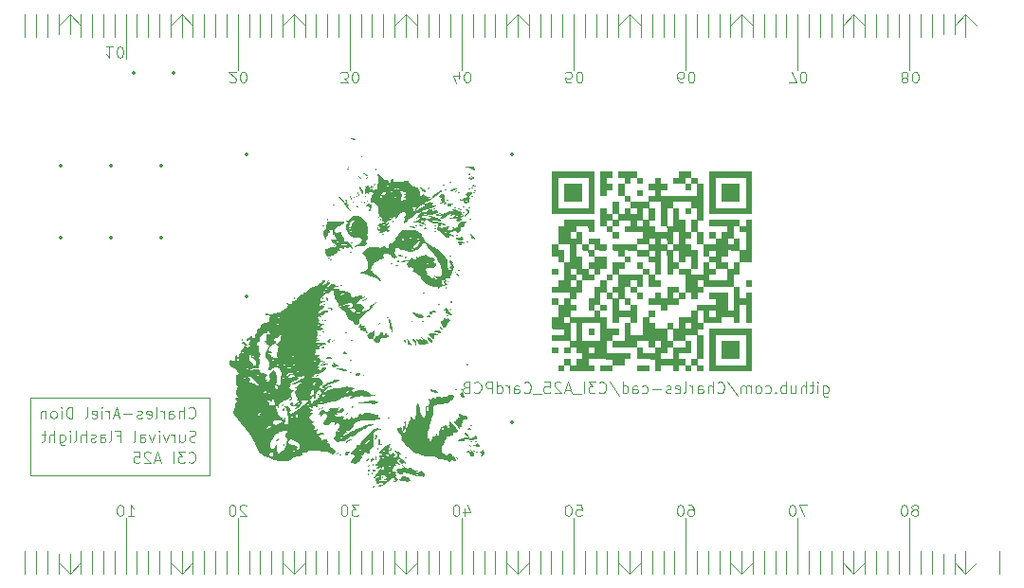
<source format=gbo>
%TF.GenerationSoftware,KiCad,Pcbnew,9.0.6-9.0.6~ubuntu24.04.1*%
%TF.CreationDate,2025-11-29T12:56:03-05:00*%
%TF.ProjectId,CardPCB,43617264-5043-4422-9e6b-696361645f70,rev?*%
%TF.SameCoordinates,Original*%
%TF.FileFunction,Legend,Bot*%
%TF.FilePolarity,Positive*%
%FSLAX46Y46*%
G04 Gerber Fmt 4.6, Leading zero omitted, Abs format (unit mm)*
G04 Created by KiCad (PCBNEW 9.0.6-9.0.6~ubuntu24.04.1) date 2025-11-29 12:56:03*
%MOMM*%
%LPD*%
G01*
G04 APERTURE LIST*
%ADD10C,0.100000*%
%ADD11C,0.000000*%
%ADD12C,0.350000*%
%ADD13C,0.100000*%
G04 APERTURE END LIST*
D10*
X148000000Y-57000000D02*
X148000000Y-59000000D01*
X165000000Y-107000000D02*
X165000000Y-105000000D01*
X159000000Y-107000000D02*
X158000000Y-106000000D01*
X132000000Y-57000000D02*
X132000000Y-59000000D01*
X151000000Y-107000000D02*
X151000000Y-105000000D01*
X179000000Y-107000000D02*
X179000000Y-105000000D01*
X162000000Y-107000000D02*
X162000000Y-105000000D01*
X171000000Y-57000000D02*
X171000000Y-59000000D01*
X181000000Y-107000000D02*
X181000000Y-105000000D01*
X117000000Y-57000000D02*
X117000000Y-59000000D01*
X156000000Y-107000000D02*
X156000000Y-105000000D01*
X169000000Y-107000000D02*
X169000000Y-105000000D01*
X184000000Y-107000000D02*
X184000000Y-102000000D01*
X190000000Y-58000000D02*
X189000000Y-57000000D01*
X111000000Y-57000000D02*
X111000000Y-59000000D01*
X179000000Y-57000000D02*
X178000000Y-58000000D01*
X173000000Y-57000000D02*
X173000000Y-59000000D01*
X114000000Y-107000000D02*
X114000000Y-102000000D01*
X109000000Y-57000000D02*
X109000000Y-58750000D01*
X149000000Y-57000000D02*
X148000000Y-58000000D01*
X127000000Y-107000000D02*
X127000000Y-105000000D01*
X135000000Y-107000000D02*
X135000000Y-105000000D01*
X129000000Y-57000000D02*
X129000000Y-59000000D01*
X127000000Y-57000000D02*
X127000000Y-59000000D01*
X179000000Y-107000000D02*
X178000000Y-106000000D01*
X142000000Y-107000000D02*
X142000000Y-105000000D01*
X168000000Y-57000000D02*
X168000000Y-59000000D01*
X108000000Y-57000000D02*
X108000000Y-58750000D01*
X119000000Y-57000000D02*
X119000000Y-59000000D01*
X181000000Y-57000000D02*
X181000000Y-59000000D01*
X172000000Y-57000000D02*
X172000000Y-59000000D01*
X108000000Y-107000000D02*
X108000000Y-105250000D01*
X144000000Y-107000000D02*
X144000000Y-102000000D01*
X119000000Y-57000000D02*
X118000000Y-58000000D01*
X134000000Y-57000000D02*
X134000000Y-62000000D01*
X142000000Y-57000000D02*
X142000000Y-59000000D01*
X172000000Y-107000000D02*
X172000000Y-105000000D01*
X147000000Y-57000000D02*
X147000000Y-59000000D01*
X164000000Y-107000000D02*
X164000000Y-102000000D01*
X119000000Y-107000000D02*
X120000000Y-106000000D01*
X171000000Y-107000000D02*
X171000000Y-105000000D01*
X189000000Y-107000000D02*
X188000000Y-106000000D01*
X131000000Y-107000000D02*
X131000000Y-105000000D01*
X167000000Y-57000000D02*
X167000000Y-59000000D01*
X124000000Y-57000000D02*
X124000000Y-62000000D01*
X123000000Y-107000000D02*
X123000000Y-105000000D01*
X175000000Y-107000000D02*
X175000000Y-105000000D01*
X122000000Y-57000000D02*
X122000000Y-59000000D01*
X177000000Y-57000000D02*
X177000000Y-59000000D01*
X144000000Y-57000000D02*
X144000000Y-62000000D01*
X109000000Y-57000000D02*
X110000000Y-58000000D01*
X138000000Y-57000000D02*
X138000000Y-59000000D01*
X141000000Y-107000000D02*
X141000000Y-105000000D01*
X129000000Y-107000000D02*
X130000000Y-106000000D01*
X182000000Y-57000000D02*
X182000000Y-59000000D01*
X169000000Y-57000000D02*
X169000000Y-59000000D01*
X118000000Y-57000000D02*
X118000000Y-59000000D01*
X183000000Y-107000000D02*
X183000000Y-105000000D01*
X159000000Y-57000000D02*
X160000000Y-58000000D01*
X130000000Y-57000000D02*
X130000000Y-59000000D01*
X122000000Y-107000000D02*
X122000000Y-105000000D01*
X160000000Y-107000000D02*
X160000000Y-105000000D01*
X110000000Y-57000000D02*
X110000000Y-59000000D01*
X115000000Y-57000000D02*
X115000000Y-59000000D01*
X161000000Y-107000000D02*
X161000000Y-105000000D01*
X151000000Y-57000000D02*
X151000000Y-59000000D01*
X115000000Y-107000000D02*
X115000000Y-105000000D01*
X169000000Y-107000000D02*
X170000000Y-106000000D01*
X129000000Y-107000000D02*
X129000000Y-105000000D01*
X169000000Y-57000000D02*
X168000000Y-58000000D01*
X139000000Y-57000000D02*
X139000000Y-59000000D01*
X125000000Y-107000000D02*
X125000000Y-105000000D01*
X188000000Y-107000000D02*
X188000000Y-105250000D01*
X176000000Y-57000000D02*
X176000000Y-59000000D01*
X109000000Y-57000000D02*
X108000000Y-58000000D01*
X112000000Y-57000000D02*
X112000000Y-59000000D01*
X165000000Y-57000000D02*
X165000000Y-59000000D01*
X188000000Y-58750000D02*
X188000000Y-57000000D01*
X119000000Y-107000000D02*
X119000000Y-105000000D01*
X106000000Y-107000000D02*
X106000000Y-105000000D01*
X111000000Y-107000000D02*
X111000000Y-105000000D01*
X169000000Y-107000000D02*
X168000000Y-106000000D01*
X123000000Y-57000000D02*
X123000000Y-59000000D01*
X138000000Y-107000000D02*
X138000000Y-105000000D01*
X116000000Y-107000000D02*
X116000000Y-105000000D01*
X133000000Y-107000000D02*
X133000000Y-105000000D01*
X152000000Y-107000000D02*
X152000000Y-105000000D01*
X167000000Y-107000000D02*
X167000000Y-105000000D01*
X110000000Y-107000000D02*
X110000000Y-105000000D01*
X120000000Y-57000000D02*
X120000000Y-59000000D01*
X109000000Y-107000000D02*
X110000000Y-106000000D01*
X177000000Y-107000000D02*
X177000000Y-105000000D01*
X185000000Y-59000000D02*
X185000000Y-57000000D01*
X129000000Y-57000000D02*
X130000000Y-58000000D01*
X186000000Y-107000000D02*
X186000000Y-105000000D01*
X157000000Y-107000000D02*
X157000000Y-105000000D01*
X128000000Y-107000000D02*
X128000000Y-105000000D01*
X129000000Y-57000000D02*
X128000000Y-58000000D01*
X189000000Y-57000000D02*
X188000000Y-58000000D01*
X186000000Y-59000000D02*
X186000000Y-57000000D01*
X169000000Y-57000000D02*
X170000000Y-58000000D01*
X107000000Y-107000000D02*
X107000000Y-105000000D01*
X139000000Y-107000000D02*
X139000000Y-105000000D01*
X146000000Y-107000000D02*
X146000000Y-105000000D01*
X158000000Y-107000000D02*
X158000000Y-105000000D01*
X163000000Y-57000000D02*
X163000000Y-59000000D01*
X126000000Y-107000000D02*
X126000000Y-105000000D01*
X135000000Y-57000000D02*
X135000000Y-59000000D01*
X161000000Y-57000000D02*
X161000000Y-59000000D01*
X187000000Y-107000000D02*
X187000000Y-105250000D01*
X150000000Y-57000000D02*
X150000000Y-59000000D01*
X149000000Y-57000000D02*
X149000000Y-59000000D01*
X124000000Y-107000000D02*
X124000000Y-102000000D01*
X180000000Y-57000000D02*
X180000000Y-59000000D01*
X139000000Y-107000000D02*
X140000000Y-106000000D01*
X163000000Y-107000000D02*
X163000000Y-105000000D01*
X176000000Y-107000000D02*
X176000000Y-105000000D01*
X178000000Y-107000000D02*
X178000000Y-105000000D01*
X140000000Y-57000000D02*
X140000000Y-59000000D01*
X126000000Y-57000000D02*
X126000000Y-59000000D01*
X160000000Y-57000000D02*
X160000000Y-59000000D01*
X179000000Y-57000000D02*
X179000000Y-59000000D01*
X117000000Y-107000000D02*
X117000000Y-105000000D01*
X139000000Y-57000000D02*
X140000000Y-58000000D01*
X149000000Y-107000000D02*
X148000000Y-106000000D01*
X129000000Y-107000000D02*
X128000000Y-106000000D01*
X178000000Y-57000000D02*
X178000000Y-59000000D01*
X183000000Y-57000000D02*
X183000000Y-59000000D01*
X192000000Y-107000000D02*
X192000000Y-105000000D01*
X159000000Y-57000000D02*
X159000000Y-59000000D01*
X105500000Y-91250000D02*
X121500000Y-91250000D01*
X121500000Y-98250000D01*
X105500000Y-98250000D01*
X105500000Y-91250000D01*
X166000000Y-107000000D02*
X166000000Y-105000000D01*
X174000000Y-57000000D02*
X174000000Y-62000000D01*
X120000000Y-107000000D02*
X120000000Y-105000000D01*
X149000000Y-107000000D02*
X149000000Y-105000000D01*
X189000000Y-107000000D02*
X189000000Y-105000000D01*
X162000000Y-57000000D02*
X162000000Y-59000000D01*
X125000000Y-57000000D02*
X125000000Y-59000000D01*
X106000000Y-57000000D02*
X106000000Y-59000000D01*
X159000000Y-57000000D02*
X158000000Y-58000000D01*
X139000000Y-57000000D02*
X138000000Y-58000000D01*
X173000000Y-107000000D02*
X173000000Y-105000000D01*
X152000000Y-57000000D02*
X152000000Y-59000000D01*
X159000000Y-107000000D02*
X160000000Y-106000000D01*
X119000000Y-107000000D02*
X118000000Y-106000000D01*
X184000000Y-57000000D02*
X184000000Y-62000000D01*
X132000000Y-107000000D02*
X132000000Y-105000000D01*
X145000000Y-57000000D02*
X145000000Y-59000000D01*
X131000000Y-57000000D02*
X131000000Y-59000000D01*
X105000000Y-107000000D02*
X105000000Y-105000000D01*
X136000000Y-57000000D02*
X136000000Y-59000000D01*
X140000000Y-107000000D02*
X140000000Y-105000000D01*
X159000000Y-107000000D02*
X159000000Y-105000000D01*
X116000000Y-57000000D02*
X116000000Y-59000000D01*
X182000000Y-107000000D02*
X182000000Y-105000000D01*
X189000000Y-59000000D02*
X189000000Y-57000000D01*
X175000000Y-57000000D02*
X175000000Y-59000000D01*
X158000000Y-57000000D02*
X158000000Y-59000000D01*
X114000000Y-57000000D02*
X114000000Y-61000000D01*
X146000000Y-57000000D02*
X146000000Y-59000000D01*
X189000000Y-107000000D02*
X190000000Y-106000000D01*
X145000000Y-107000000D02*
X145000000Y-105000000D01*
X185000000Y-107000000D02*
X185000000Y-105000000D01*
X139000000Y-107000000D02*
X138000000Y-106000000D01*
X166000000Y-57000000D02*
X166000000Y-59000000D01*
X121000000Y-107000000D02*
X121000000Y-105000000D01*
X105000000Y-57000000D02*
X105000000Y-59000000D01*
X130000000Y-107000000D02*
X130000000Y-105000000D01*
X174000000Y-107000000D02*
X174000000Y-102000000D01*
X113000000Y-107000000D02*
X113000000Y-105000000D01*
X148000000Y-107000000D02*
X148000000Y-105000000D01*
X170000000Y-57000000D02*
X170000000Y-59000000D01*
X143000000Y-57000000D02*
X143000000Y-59000000D01*
X134000000Y-107000000D02*
X134000000Y-102000000D01*
X113000000Y-57000000D02*
X113000000Y-59000000D01*
X149000000Y-57000000D02*
X150000000Y-58000000D01*
X136000000Y-107000000D02*
X136000000Y-105000000D01*
X179000000Y-107000000D02*
X180000000Y-106000000D01*
X180000000Y-107000000D02*
X180000000Y-105000000D01*
X157000000Y-57000000D02*
X157000000Y-59000000D01*
X137000000Y-107000000D02*
X137000000Y-105000000D01*
X137000000Y-57000000D02*
X137000000Y-59000000D01*
X109000000Y-107000000D02*
X108000000Y-106000000D01*
X179000000Y-57000000D02*
X180000000Y-58000000D01*
X133000000Y-57000000D02*
X133000000Y-59000000D01*
X153000000Y-57000000D02*
X153000000Y-59000000D01*
X150000000Y-107000000D02*
X150000000Y-105000000D01*
X143000000Y-107000000D02*
X143000000Y-105000000D01*
X112000000Y-107000000D02*
X112000000Y-105000000D01*
X109000000Y-107000000D02*
X109000000Y-105250000D01*
X156000000Y-57000000D02*
X156000000Y-59000000D01*
X155000000Y-107000000D02*
X155000000Y-105000000D01*
X141000000Y-57000000D02*
X141000000Y-59000000D01*
X170000000Y-107000000D02*
X170000000Y-105000000D01*
X164000000Y-57000000D02*
X164000000Y-62000000D01*
X149000000Y-107000000D02*
X150000000Y-106000000D01*
X107000000Y-57000000D02*
X107000000Y-59000000D01*
X119000000Y-57000000D02*
X120000000Y-58000000D01*
X147000000Y-107000000D02*
X147000000Y-105000000D01*
X118000000Y-107000000D02*
X118000000Y-105000000D01*
X121000000Y-57000000D02*
X121000000Y-59000000D01*
X154000000Y-57000000D02*
X154000000Y-62000000D01*
X128000000Y-57000000D02*
X128000000Y-59000000D01*
X187000000Y-58750000D02*
X187000000Y-57000000D01*
X153000000Y-107000000D02*
X153000000Y-105000000D01*
X155000000Y-57000000D02*
X155000000Y-59000000D01*
X154000000Y-107000000D02*
X154000000Y-102000000D01*
X168000000Y-107000000D02*
X168000000Y-105000000D01*
X144267544Y-101205752D02*
X144267544Y-101872419D01*
X144505639Y-100824800D02*
X144743734Y-101539085D01*
X144743734Y-101539085D02*
X144124687Y-101539085D01*
X143553258Y-100872419D02*
X143458020Y-100872419D01*
X143458020Y-100872419D02*
X143362782Y-100920038D01*
X143362782Y-100920038D02*
X143315163Y-100967657D01*
X143315163Y-100967657D02*
X143267544Y-101062895D01*
X143267544Y-101062895D02*
X143219925Y-101253371D01*
X143219925Y-101253371D02*
X143219925Y-101491466D01*
X143219925Y-101491466D02*
X143267544Y-101681942D01*
X143267544Y-101681942D02*
X143315163Y-101777180D01*
X143315163Y-101777180D02*
X143362782Y-101824800D01*
X143362782Y-101824800D02*
X143458020Y-101872419D01*
X143458020Y-101872419D02*
X143553258Y-101872419D01*
X143553258Y-101872419D02*
X143648496Y-101824800D01*
X143648496Y-101824800D02*
X143696115Y-101777180D01*
X143696115Y-101777180D02*
X143743734Y-101681942D01*
X143743734Y-101681942D02*
X143791353Y-101491466D01*
X143791353Y-101491466D02*
X143791353Y-101253371D01*
X143791353Y-101253371D02*
X143743734Y-101062895D01*
X143743734Y-101062895D02*
X143696115Y-100967657D01*
X143696115Y-100967657D02*
X143648496Y-100920038D01*
X143648496Y-100920038D02*
X143553258Y-100872419D01*
X173208646Y-63127580D02*
X173875312Y-63127580D01*
X173875312Y-63127580D02*
X173446741Y-62127580D01*
X174446741Y-63127580D02*
X174541979Y-63127580D01*
X174541979Y-63127580D02*
X174637217Y-63079961D01*
X174637217Y-63079961D02*
X174684836Y-63032342D01*
X174684836Y-63032342D02*
X174732455Y-62937104D01*
X174732455Y-62937104D02*
X174780074Y-62746628D01*
X174780074Y-62746628D02*
X174780074Y-62508533D01*
X174780074Y-62508533D02*
X174732455Y-62318057D01*
X174732455Y-62318057D02*
X174684836Y-62222819D01*
X174684836Y-62222819D02*
X174637217Y-62175200D01*
X174637217Y-62175200D02*
X174541979Y-62127580D01*
X174541979Y-62127580D02*
X174446741Y-62127580D01*
X174446741Y-62127580D02*
X174351503Y-62175200D01*
X174351503Y-62175200D02*
X174303884Y-62222819D01*
X174303884Y-62222819D02*
X174256265Y-62318057D01*
X174256265Y-62318057D02*
X174208646Y-62508533D01*
X174208646Y-62508533D02*
X174208646Y-62746628D01*
X174208646Y-62746628D02*
X174256265Y-62937104D01*
X174256265Y-62937104D02*
X174303884Y-63032342D01*
X174303884Y-63032342D02*
X174351503Y-63079961D01*
X174351503Y-63079961D02*
X174446741Y-63127580D01*
X112827693Y-59877580D02*
X112256265Y-59877580D01*
X112541979Y-59877580D02*
X112541979Y-60877580D01*
X112541979Y-60877580D02*
X112446741Y-60734723D01*
X112446741Y-60734723D02*
X112351503Y-60639485D01*
X112351503Y-60639485D02*
X112256265Y-60591866D01*
X113446741Y-60877580D02*
X113541979Y-60877580D01*
X113541979Y-60877580D02*
X113637217Y-60829961D01*
X113637217Y-60829961D02*
X113684836Y-60782342D01*
X113684836Y-60782342D02*
X113732455Y-60687104D01*
X113732455Y-60687104D02*
X113780074Y-60496628D01*
X113780074Y-60496628D02*
X113780074Y-60258533D01*
X113780074Y-60258533D02*
X113732455Y-60068057D01*
X113732455Y-60068057D02*
X113684836Y-59972819D01*
X113684836Y-59972819D02*
X113637217Y-59925200D01*
X113637217Y-59925200D02*
X113541979Y-59877580D01*
X113541979Y-59877580D02*
X113446741Y-59877580D01*
X113446741Y-59877580D02*
X113351503Y-59925200D01*
X113351503Y-59925200D02*
X113303884Y-59972819D01*
X113303884Y-59972819D02*
X113256265Y-60068057D01*
X113256265Y-60068057D02*
X113208646Y-60258533D01*
X113208646Y-60258533D02*
X113208646Y-60496628D01*
X113208646Y-60496628D02*
X113256265Y-60687104D01*
X113256265Y-60687104D02*
X113303884Y-60782342D01*
X113303884Y-60782342D02*
X113351503Y-60829961D01*
X113351503Y-60829961D02*
X113446741Y-60877580D01*
X119624687Y-93027180D02*
X119672306Y-93074800D01*
X119672306Y-93074800D02*
X119815163Y-93122419D01*
X119815163Y-93122419D02*
X119910401Y-93122419D01*
X119910401Y-93122419D02*
X120053258Y-93074800D01*
X120053258Y-93074800D02*
X120148496Y-92979561D01*
X120148496Y-92979561D02*
X120196115Y-92884323D01*
X120196115Y-92884323D02*
X120243734Y-92693847D01*
X120243734Y-92693847D02*
X120243734Y-92550990D01*
X120243734Y-92550990D02*
X120196115Y-92360514D01*
X120196115Y-92360514D02*
X120148496Y-92265276D01*
X120148496Y-92265276D02*
X120053258Y-92170038D01*
X120053258Y-92170038D02*
X119910401Y-92122419D01*
X119910401Y-92122419D02*
X119815163Y-92122419D01*
X119815163Y-92122419D02*
X119672306Y-92170038D01*
X119672306Y-92170038D02*
X119624687Y-92217657D01*
X119196115Y-93122419D02*
X119196115Y-92122419D01*
X118767544Y-93122419D02*
X118767544Y-92598609D01*
X118767544Y-92598609D02*
X118815163Y-92503371D01*
X118815163Y-92503371D02*
X118910401Y-92455752D01*
X118910401Y-92455752D02*
X119053258Y-92455752D01*
X119053258Y-92455752D02*
X119148496Y-92503371D01*
X119148496Y-92503371D02*
X119196115Y-92550990D01*
X117862782Y-93122419D02*
X117862782Y-92598609D01*
X117862782Y-92598609D02*
X117910401Y-92503371D01*
X117910401Y-92503371D02*
X118005639Y-92455752D01*
X118005639Y-92455752D02*
X118196115Y-92455752D01*
X118196115Y-92455752D02*
X118291353Y-92503371D01*
X117862782Y-93074800D02*
X117958020Y-93122419D01*
X117958020Y-93122419D02*
X118196115Y-93122419D01*
X118196115Y-93122419D02*
X118291353Y-93074800D01*
X118291353Y-93074800D02*
X118338972Y-92979561D01*
X118338972Y-92979561D02*
X118338972Y-92884323D01*
X118338972Y-92884323D02*
X118291353Y-92789085D01*
X118291353Y-92789085D02*
X118196115Y-92741466D01*
X118196115Y-92741466D02*
X117958020Y-92741466D01*
X117958020Y-92741466D02*
X117862782Y-92693847D01*
X117386591Y-93122419D02*
X117386591Y-92455752D01*
X117386591Y-92646228D02*
X117338972Y-92550990D01*
X117338972Y-92550990D02*
X117291353Y-92503371D01*
X117291353Y-92503371D02*
X117196115Y-92455752D01*
X117196115Y-92455752D02*
X117100877Y-92455752D01*
X116624686Y-93122419D02*
X116719924Y-93074800D01*
X116719924Y-93074800D02*
X116767543Y-92979561D01*
X116767543Y-92979561D02*
X116767543Y-92122419D01*
X115862781Y-93074800D02*
X115958019Y-93122419D01*
X115958019Y-93122419D02*
X116148495Y-93122419D01*
X116148495Y-93122419D02*
X116243733Y-93074800D01*
X116243733Y-93074800D02*
X116291352Y-92979561D01*
X116291352Y-92979561D02*
X116291352Y-92598609D01*
X116291352Y-92598609D02*
X116243733Y-92503371D01*
X116243733Y-92503371D02*
X116148495Y-92455752D01*
X116148495Y-92455752D02*
X115958019Y-92455752D01*
X115958019Y-92455752D02*
X115862781Y-92503371D01*
X115862781Y-92503371D02*
X115815162Y-92598609D01*
X115815162Y-92598609D02*
X115815162Y-92693847D01*
X115815162Y-92693847D02*
X116291352Y-92789085D01*
X115434209Y-93074800D02*
X115338971Y-93122419D01*
X115338971Y-93122419D02*
X115148495Y-93122419D01*
X115148495Y-93122419D02*
X115053257Y-93074800D01*
X115053257Y-93074800D02*
X115005638Y-92979561D01*
X115005638Y-92979561D02*
X115005638Y-92931942D01*
X115005638Y-92931942D02*
X115053257Y-92836704D01*
X115053257Y-92836704D02*
X115148495Y-92789085D01*
X115148495Y-92789085D02*
X115291352Y-92789085D01*
X115291352Y-92789085D02*
X115386590Y-92741466D01*
X115386590Y-92741466D02*
X115434209Y-92646228D01*
X115434209Y-92646228D02*
X115434209Y-92598609D01*
X115434209Y-92598609D02*
X115386590Y-92503371D01*
X115386590Y-92503371D02*
X115291352Y-92455752D01*
X115291352Y-92455752D02*
X115148495Y-92455752D01*
X115148495Y-92455752D02*
X115053257Y-92503371D01*
X114577066Y-92741466D02*
X113815162Y-92741466D01*
X113386590Y-92836704D02*
X112910400Y-92836704D01*
X113481828Y-93122419D02*
X113148495Y-92122419D01*
X113148495Y-92122419D02*
X112815162Y-93122419D01*
X112481828Y-93122419D02*
X112481828Y-92455752D01*
X112481828Y-92646228D02*
X112434209Y-92550990D01*
X112434209Y-92550990D02*
X112386590Y-92503371D01*
X112386590Y-92503371D02*
X112291352Y-92455752D01*
X112291352Y-92455752D02*
X112196114Y-92455752D01*
X111862780Y-93122419D02*
X111862780Y-92455752D01*
X111862780Y-92122419D02*
X111910399Y-92170038D01*
X111910399Y-92170038D02*
X111862780Y-92217657D01*
X111862780Y-92217657D02*
X111815161Y-92170038D01*
X111815161Y-92170038D02*
X111862780Y-92122419D01*
X111862780Y-92122419D02*
X111862780Y-92217657D01*
X111005638Y-93074800D02*
X111100876Y-93122419D01*
X111100876Y-93122419D02*
X111291352Y-93122419D01*
X111291352Y-93122419D02*
X111386590Y-93074800D01*
X111386590Y-93074800D02*
X111434209Y-92979561D01*
X111434209Y-92979561D02*
X111434209Y-92598609D01*
X111434209Y-92598609D02*
X111386590Y-92503371D01*
X111386590Y-92503371D02*
X111291352Y-92455752D01*
X111291352Y-92455752D02*
X111100876Y-92455752D01*
X111100876Y-92455752D02*
X111005638Y-92503371D01*
X111005638Y-92503371D02*
X110958019Y-92598609D01*
X110958019Y-92598609D02*
X110958019Y-92693847D01*
X110958019Y-92693847D02*
X111434209Y-92789085D01*
X110386590Y-93122419D02*
X110481828Y-93074800D01*
X110481828Y-93074800D02*
X110529447Y-92979561D01*
X110529447Y-92979561D02*
X110529447Y-92122419D01*
X109243732Y-93122419D02*
X109243732Y-92122419D01*
X109243732Y-92122419D02*
X109005637Y-92122419D01*
X109005637Y-92122419D02*
X108862780Y-92170038D01*
X108862780Y-92170038D02*
X108767542Y-92265276D01*
X108767542Y-92265276D02*
X108719923Y-92360514D01*
X108719923Y-92360514D02*
X108672304Y-92550990D01*
X108672304Y-92550990D02*
X108672304Y-92693847D01*
X108672304Y-92693847D02*
X108719923Y-92884323D01*
X108719923Y-92884323D02*
X108767542Y-92979561D01*
X108767542Y-92979561D02*
X108862780Y-93074800D01*
X108862780Y-93074800D02*
X109005637Y-93122419D01*
X109005637Y-93122419D02*
X109243732Y-93122419D01*
X108243732Y-93122419D02*
X108243732Y-92455752D01*
X108243732Y-92122419D02*
X108291351Y-92170038D01*
X108291351Y-92170038D02*
X108243732Y-92217657D01*
X108243732Y-92217657D02*
X108196113Y-92170038D01*
X108196113Y-92170038D02*
X108243732Y-92122419D01*
X108243732Y-92122419D02*
X108243732Y-92217657D01*
X107624685Y-93122419D02*
X107719923Y-93074800D01*
X107719923Y-93074800D02*
X107767542Y-93027180D01*
X107767542Y-93027180D02*
X107815161Y-92931942D01*
X107815161Y-92931942D02*
X107815161Y-92646228D01*
X107815161Y-92646228D02*
X107767542Y-92550990D01*
X107767542Y-92550990D02*
X107719923Y-92503371D01*
X107719923Y-92503371D02*
X107624685Y-92455752D01*
X107624685Y-92455752D02*
X107481828Y-92455752D01*
X107481828Y-92455752D02*
X107386590Y-92503371D01*
X107386590Y-92503371D02*
X107338971Y-92550990D01*
X107338971Y-92550990D02*
X107291352Y-92646228D01*
X107291352Y-92646228D02*
X107291352Y-92931942D01*
X107291352Y-92931942D02*
X107338971Y-93027180D01*
X107338971Y-93027180D02*
X107386590Y-93074800D01*
X107386590Y-93074800D02*
X107481828Y-93122419D01*
X107481828Y-93122419D02*
X107624685Y-93122419D01*
X106862780Y-92455752D02*
X106862780Y-93122419D01*
X106862780Y-92550990D02*
X106815161Y-92503371D01*
X106815161Y-92503371D02*
X106719923Y-92455752D01*
X106719923Y-92455752D02*
X106577066Y-92455752D01*
X106577066Y-92455752D02*
X106481828Y-92503371D01*
X106481828Y-92503371D02*
X106434209Y-92598609D01*
X106434209Y-92598609D02*
X106434209Y-93122419D01*
X114172306Y-101872419D02*
X114743734Y-101872419D01*
X114458020Y-101872419D02*
X114458020Y-100872419D01*
X114458020Y-100872419D02*
X114553258Y-101015276D01*
X114553258Y-101015276D02*
X114648496Y-101110514D01*
X114648496Y-101110514D02*
X114743734Y-101158133D01*
X113553258Y-100872419D02*
X113458020Y-100872419D01*
X113458020Y-100872419D02*
X113362782Y-100920038D01*
X113362782Y-100920038D02*
X113315163Y-100967657D01*
X113315163Y-100967657D02*
X113267544Y-101062895D01*
X113267544Y-101062895D02*
X113219925Y-101253371D01*
X113219925Y-101253371D02*
X113219925Y-101491466D01*
X113219925Y-101491466D02*
X113267544Y-101681942D01*
X113267544Y-101681942D02*
X113315163Y-101777180D01*
X113315163Y-101777180D02*
X113362782Y-101824800D01*
X113362782Y-101824800D02*
X113458020Y-101872419D01*
X113458020Y-101872419D02*
X113553258Y-101872419D01*
X113553258Y-101872419D02*
X113648496Y-101824800D01*
X113648496Y-101824800D02*
X113696115Y-101777180D01*
X113696115Y-101777180D02*
X113743734Y-101681942D01*
X113743734Y-101681942D02*
X113791353Y-101491466D01*
X113791353Y-101491466D02*
X113791353Y-101253371D01*
X113791353Y-101253371D02*
X113743734Y-101062895D01*
X113743734Y-101062895D02*
X113696115Y-100967657D01*
X113696115Y-100967657D02*
X113648496Y-100920038D01*
X113648496Y-100920038D02*
X113553258Y-100872419D01*
X123256265Y-63032342D02*
X123303884Y-63079961D01*
X123303884Y-63079961D02*
X123399122Y-63127580D01*
X123399122Y-63127580D02*
X123637217Y-63127580D01*
X123637217Y-63127580D02*
X123732455Y-63079961D01*
X123732455Y-63079961D02*
X123780074Y-63032342D01*
X123780074Y-63032342D02*
X123827693Y-62937104D01*
X123827693Y-62937104D02*
X123827693Y-62841866D01*
X123827693Y-62841866D02*
X123780074Y-62699009D01*
X123780074Y-62699009D02*
X123208646Y-62127580D01*
X123208646Y-62127580D02*
X123827693Y-62127580D01*
X124446741Y-63127580D02*
X124541979Y-63127580D01*
X124541979Y-63127580D02*
X124637217Y-63079961D01*
X124637217Y-63079961D02*
X124684836Y-63032342D01*
X124684836Y-63032342D02*
X124732455Y-62937104D01*
X124732455Y-62937104D02*
X124780074Y-62746628D01*
X124780074Y-62746628D02*
X124780074Y-62508533D01*
X124780074Y-62508533D02*
X124732455Y-62318057D01*
X124732455Y-62318057D02*
X124684836Y-62222819D01*
X124684836Y-62222819D02*
X124637217Y-62175200D01*
X124637217Y-62175200D02*
X124541979Y-62127580D01*
X124541979Y-62127580D02*
X124446741Y-62127580D01*
X124446741Y-62127580D02*
X124351503Y-62175200D01*
X124351503Y-62175200D02*
X124303884Y-62222819D01*
X124303884Y-62222819D02*
X124256265Y-62318057D01*
X124256265Y-62318057D02*
X124208646Y-62508533D01*
X124208646Y-62508533D02*
X124208646Y-62746628D01*
X124208646Y-62746628D02*
X124256265Y-62937104D01*
X124256265Y-62937104D02*
X124303884Y-63032342D01*
X124303884Y-63032342D02*
X124351503Y-63079961D01*
X124351503Y-63079961D02*
X124446741Y-63127580D01*
X120243734Y-95174800D02*
X120100877Y-95222419D01*
X120100877Y-95222419D02*
X119862782Y-95222419D01*
X119862782Y-95222419D02*
X119767544Y-95174800D01*
X119767544Y-95174800D02*
X119719925Y-95127180D01*
X119719925Y-95127180D02*
X119672306Y-95031942D01*
X119672306Y-95031942D02*
X119672306Y-94936704D01*
X119672306Y-94936704D02*
X119719925Y-94841466D01*
X119719925Y-94841466D02*
X119767544Y-94793847D01*
X119767544Y-94793847D02*
X119862782Y-94746228D01*
X119862782Y-94746228D02*
X120053258Y-94698609D01*
X120053258Y-94698609D02*
X120148496Y-94650990D01*
X120148496Y-94650990D02*
X120196115Y-94603371D01*
X120196115Y-94603371D02*
X120243734Y-94508133D01*
X120243734Y-94508133D02*
X120243734Y-94412895D01*
X120243734Y-94412895D02*
X120196115Y-94317657D01*
X120196115Y-94317657D02*
X120148496Y-94270038D01*
X120148496Y-94270038D02*
X120053258Y-94222419D01*
X120053258Y-94222419D02*
X119815163Y-94222419D01*
X119815163Y-94222419D02*
X119672306Y-94270038D01*
X118815163Y-94555752D02*
X118815163Y-95222419D01*
X119243734Y-94555752D02*
X119243734Y-95079561D01*
X119243734Y-95079561D02*
X119196115Y-95174800D01*
X119196115Y-95174800D02*
X119100877Y-95222419D01*
X119100877Y-95222419D02*
X118958020Y-95222419D01*
X118958020Y-95222419D02*
X118862782Y-95174800D01*
X118862782Y-95174800D02*
X118815163Y-95127180D01*
X118338972Y-95222419D02*
X118338972Y-94555752D01*
X118338972Y-94746228D02*
X118291353Y-94650990D01*
X118291353Y-94650990D02*
X118243734Y-94603371D01*
X118243734Y-94603371D02*
X118148496Y-94555752D01*
X118148496Y-94555752D02*
X118053258Y-94555752D01*
X117815162Y-94555752D02*
X117577067Y-95222419D01*
X117577067Y-95222419D02*
X117338972Y-94555752D01*
X116958019Y-95222419D02*
X116958019Y-94555752D01*
X116958019Y-94222419D02*
X117005638Y-94270038D01*
X117005638Y-94270038D02*
X116958019Y-94317657D01*
X116958019Y-94317657D02*
X116910400Y-94270038D01*
X116910400Y-94270038D02*
X116958019Y-94222419D01*
X116958019Y-94222419D02*
X116958019Y-94317657D01*
X116577067Y-94555752D02*
X116338972Y-95222419D01*
X116338972Y-95222419D02*
X116100877Y-94555752D01*
X115291353Y-95222419D02*
X115291353Y-94698609D01*
X115291353Y-94698609D02*
X115338972Y-94603371D01*
X115338972Y-94603371D02*
X115434210Y-94555752D01*
X115434210Y-94555752D02*
X115624686Y-94555752D01*
X115624686Y-94555752D02*
X115719924Y-94603371D01*
X115291353Y-95174800D02*
X115386591Y-95222419D01*
X115386591Y-95222419D02*
X115624686Y-95222419D01*
X115624686Y-95222419D02*
X115719924Y-95174800D01*
X115719924Y-95174800D02*
X115767543Y-95079561D01*
X115767543Y-95079561D02*
X115767543Y-94984323D01*
X115767543Y-94984323D02*
X115719924Y-94889085D01*
X115719924Y-94889085D02*
X115624686Y-94841466D01*
X115624686Y-94841466D02*
X115386591Y-94841466D01*
X115386591Y-94841466D02*
X115291353Y-94793847D01*
X114672305Y-95222419D02*
X114767543Y-95174800D01*
X114767543Y-95174800D02*
X114815162Y-95079561D01*
X114815162Y-95079561D02*
X114815162Y-94222419D01*
X113196114Y-94698609D02*
X113529447Y-94698609D01*
X113529447Y-95222419D02*
X113529447Y-94222419D01*
X113529447Y-94222419D02*
X113053257Y-94222419D01*
X112529447Y-95222419D02*
X112624685Y-95174800D01*
X112624685Y-95174800D02*
X112672304Y-95079561D01*
X112672304Y-95079561D02*
X112672304Y-94222419D01*
X111719923Y-95222419D02*
X111719923Y-94698609D01*
X111719923Y-94698609D02*
X111767542Y-94603371D01*
X111767542Y-94603371D02*
X111862780Y-94555752D01*
X111862780Y-94555752D02*
X112053256Y-94555752D01*
X112053256Y-94555752D02*
X112148494Y-94603371D01*
X111719923Y-95174800D02*
X111815161Y-95222419D01*
X111815161Y-95222419D02*
X112053256Y-95222419D01*
X112053256Y-95222419D02*
X112148494Y-95174800D01*
X112148494Y-95174800D02*
X112196113Y-95079561D01*
X112196113Y-95079561D02*
X112196113Y-94984323D01*
X112196113Y-94984323D02*
X112148494Y-94889085D01*
X112148494Y-94889085D02*
X112053256Y-94841466D01*
X112053256Y-94841466D02*
X111815161Y-94841466D01*
X111815161Y-94841466D02*
X111719923Y-94793847D01*
X111291351Y-95174800D02*
X111196113Y-95222419D01*
X111196113Y-95222419D02*
X111005637Y-95222419D01*
X111005637Y-95222419D02*
X110910399Y-95174800D01*
X110910399Y-95174800D02*
X110862780Y-95079561D01*
X110862780Y-95079561D02*
X110862780Y-95031942D01*
X110862780Y-95031942D02*
X110910399Y-94936704D01*
X110910399Y-94936704D02*
X111005637Y-94889085D01*
X111005637Y-94889085D02*
X111148494Y-94889085D01*
X111148494Y-94889085D02*
X111243732Y-94841466D01*
X111243732Y-94841466D02*
X111291351Y-94746228D01*
X111291351Y-94746228D02*
X111291351Y-94698609D01*
X111291351Y-94698609D02*
X111243732Y-94603371D01*
X111243732Y-94603371D02*
X111148494Y-94555752D01*
X111148494Y-94555752D02*
X111005637Y-94555752D01*
X111005637Y-94555752D02*
X110910399Y-94603371D01*
X110434208Y-95222419D02*
X110434208Y-94222419D01*
X110005637Y-95222419D02*
X110005637Y-94698609D01*
X110005637Y-94698609D02*
X110053256Y-94603371D01*
X110053256Y-94603371D02*
X110148494Y-94555752D01*
X110148494Y-94555752D02*
X110291351Y-94555752D01*
X110291351Y-94555752D02*
X110386589Y-94603371D01*
X110386589Y-94603371D02*
X110434208Y-94650990D01*
X109386589Y-95222419D02*
X109481827Y-95174800D01*
X109481827Y-95174800D02*
X109529446Y-95079561D01*
X109529446Y-95079561D02*
X109529446Y-94222419D01*
X109005636Y-95222419D02*
X109005636Y-94555752D01*
X109005636Y-94222419D02*
X109053255Y-94270038D01*
X109053255Y-94270038D02*
X109005636Y-94317657D01*
X109005636Y-94317657D02*
X108958017Y-94270038D01*
X108958017Y-94270038D02*
X109005636Y-94222419D01*
X109005636Y-94222419D02*
X109005636Y-94317657D01*
X108100875Y-94555752D02*
X108100875Y-95365276D01*
X108100875Y-95365276D02*
X108148494Y-95460514D01*
X108148494Y-95460514D02*
X108196113Y-95508133D01*
X108196113Y-95508133D02*
X108291351Y-95555752D01*
X108291351Y-95555752D02*
X108434208Y-95555752D01*
X108434208Y-95555752D02*
X108529446Y-95508133D01*
X108100875Y-95174800D02*
X108196113Y-95222419D01*
X108196113Y-95222419D02*
X108386589Y-95222419D01*
X108386589Y-95222419D02*
X108481827Y-95174800D01*
X108481827Y-95174800D02*
X108529446Y-95127180D01*
X108529446Y-95127180D02*
X108577065Y-95031942D01*
X108577065Y-95031942D02*
X108577065Y-94746228D01*
X108577065Y-94746228D02*
X108529446Y-94650990D01*
X108529446Y-94650990D02*
X108481827Y-94603371D01*
X108481827Y-94603371D02*
X108386589Y-94555752D01*
X108386589Y-94555752D02*
X108196113Y-94555752D01*
X108196113Y-94555752D02*
X108100875Y-94603371D01*
X107624684Y-95222419D02*
X107624684Y-94222419D01*
X107196113Y-95222419D02*
X107196113Y-94698609D01*
X107196113Y-94698609D02*
X107243732Y-94603371D01*
X107243732Y-94603371D02*
X107338970Y-94555752D01*
X107338970Y-94555752D02*
X107481827Y-94555752D01*
X107481827Y-94555752D02*
X107577065Y-94603371D01*
X107577065Y-94603371D02*
X107624684Y-94650990D01*
X106862779Y-94555752D02*
X106481827Y-94555752D01*
X106719922Y-94222419D02*
X106719922Y-95079561D01*
X106719922Y-95079561D02*
X106672303Y-95174800D01*
X106672303Y-95174800D02*
X106577065Y-95222419D01*
X106577065Y-95222419D02*
X106481827Y-95222419D01*
X134791353Y-100872419D02*
X134172306Y-100872419D01*
X134172306Y-100872419D02*
X134505639Y-101253371D01*
X134505639Y-101253371D02*
X134362782Y-101253371D01*
X134362782Y-101253371D02*
X134267544Y-101300990D01*
X134267544Y-101300990D02*
X134219925Y-101348609D01*
X134219925Y-101348609D02*
X134172306Y-101443847D01*
X134172306Y-101443847D02*
X134172306Y-101681942D01*
X134172306Y-101681942D02*
X134219925Y-101777180D01*
X134219925Y-101777180D02*
X134267544Y-101824800D01*
X134267544Y-101824800D02*
X134362782Y-101872419D01*
X134362782Y-101872419D02*
X134648496Y-101872419D01*
X134648496Y-101872419D02*
X134743734Y-101824800D01*
X134743734Y-101824800D02*
X134791353Y-101777180D01*
X133553258Y-100872419D02*
X133458020Y-100872419D01*
X133458020Y-100872419D02*
X133362782Y-100920038D01*
X133362782Y-100920038D02*
X133315163Y-100967657D01*
X133315163Y-100967657D02*
X133267544Y-101062895D01*
X133267544Y-101062895D02*
X133219925Y-101253371D01*
X133219925Y-101253371D02*
X133219925Y-101491466D01*
X133219925Y-101491466D02*
X133267544Y-101681942D01*
X133267544Y-101681942D02*
X133315163Y-101777180D01*
X133315163Y-101777180D02*
X133362782Y-101824800D01*
X133362782Y-101824800D02*
X133458020Y-101872419D01*
X133458020Y-101872419D02*
X133553258Y-101872419D01*
X133553258Y-101872419D02*
X133648496Y-101824800D01*
X133648496Y-101824800D02*
X133696115Y-101777180D01*
X133696115Y-101777180D02*
X133743734Y-101681942D01*
X133743734Y-101681942D02*
X133791353Y-101491466D01*
X133791353Y-101491466D02*
X133791353Y-101253371D01*
X133791353Y-101253371D02*
X133743734Y-101062895D01*
X133743734Y-101062895D02*
X133696115Y-100967657D01*
X133696115Y-100967657D02*
X133648496Y-100920038D01*
X133648496Y-100920038D02*
X133553258Y-100872419D01*
X184553258Y-101300990D02*
X184648496Y-101253371D01*
X184648496Y-101253371D02*
X184696115Y-101205752D01*
X184696115Y-101205752D02*
X184743734Y-101110514D01*
X184743734Y-101110514D02*
X184743734Y-101062895D01*
X184743734Y-101062895D02*
X184696115Y-100967657D01*
X184696115Y-100967657D02*
X184648496Y-100920038D01*
X184648496Y-100920038D02*
X184553258Y-100872419D01*
X184553258Y-100872419D02*
X184362782Y-100872419D01*
X184362782Y-100872419D02*
X184267544Y-100920038D01*
X184267544Y-100920038D02*
X184219925Y-100967657D01*
X184219925Y-100967657D02*
X184172306Y-101062895D01*
X184172306Y-101062895D02*
X184172306Y-101110514D01*
X184172306Y-101110514D02*
X184219925Y-101205752D01*
X184219925Y-101205752D02*
X184267544Y-101253371D01*
X184267544Y-101253371D02*
X184362782Y-101300990D01*
X184362782Y-101300990D02*
X184553258Y-101300990D01*
X184553258Y-101300990D02*
X184648496Y-101348609D01*
X184648496Y-101348609D02*
X184696115Y-101396228D01*
X184696115Y-101396228D02*
X184743734Y-101491466D01*
X184743734Y-101491466D02*
X184743734Y-101681942D01*
X184743734Y-101681942D02*
X184696115Y-101777180D01*
X184696115Y-101777180D02*
X184648496Y-101824800D01*
X184648496Y-101824800D02*
X184553258Y-101872419D01*
X184553258Y-101872419D02*
X184362782Y-101872419D01*
X184362782Y-101872419D02*
X184267544Y-101824800D01*
X184267544Y-101824800D02*
X184219925Y-101777180D01*
X184219925Y-101777180D02*
X184172306Y-101681942D01*
X184172306Y-101681942D02*
X184172306Y-101491466D01*
X184172306Y-101491466D02*
X184219925Y-101396228D01*
X184219925Y-101396228D02*
X184267544Y-101348609D01*
X184267544Y-101348609D02*
X184362782Y-101300990D01*
X183553258Y-100872419D02*
X183458020Y-100872419D01*
X183458020Y-100872419D02*
X183362782Y-100920038D01*
X183362782Y-100920038D02*
X183315163Y-100967657D01*
X183315163Y-100967657D02*
X183267544Y-101062895D01*
X183267544Y-101062895D02*
X183219925Y-101253371D01*
X183219925Y-101253371D02*
X183219925Y-101491466D01*
X183219925Y-101491466D02*
X183267544Y-101681942D01*
X183267544Y-101681942D02*
X183315163Y-101777180D01*
X183315163Y-101777180D02*
X183362782Y-101824800D01*
X183362782Y-101824800D02*
X183458020Y-101872419D01*
X183458020Y-101872419D02*
X183553258Y-101872419D01*
X183553258Y-101872419D02*
X183648496Y-101824800D01*
X183648496Y-101824800D02*
X183696115Y-101777180D01*
X183696115Y-101777180D02*
X183743734Y-101681942D01*
X183743734Y-101681942D02*
X183791353Y-101491466D01*
X183791353Y-101491466D02*
X183791353Y-101253371D01*
X183791353Y-101253371D02*
X183743734Y-101062895D01*
X183743734Y-101062895D02*
X183696115Y-100967657D01*
X183696115Y-100967657D02*
X183648496Y-100920038D01*
X183648496Y-100920038D02*
X183553258Y-100872419D01*
X183446741Y-62699009D02*
X183351503Y-62746628D01*
X183351503Y-62746628D02*
X183303884Y-62794247D01*
X183303884Y-62794247D02*
X183256265Y-62889485D01*
X183256265Y-62889485D02*
X183256265Y-62937104D01*
X183256265Y-62937104D02*
X183303884Y-63032342D01*
X183303884Y-63032342D02*
X183351503Y-63079961D01*
X183351503Y-63079961D02*
X183446741Y-63127580D01*
X183446741Y-63127580D02*
X183637217Y-63127580D01*
X183637217Y-63127580D02*
X183732455Y-63079961D01*
X183732455Y-63079961D02*
X183780074Y-63032342D01*
X183780074Y-63032342D02*
X183827693Y-62937104D01*
X183827693Y-62937104D02*
X183827693Y-62889485D01*
X183827693Y-62889485D02*
X183780074Y-62794247D01*
X183780074Y-62794247D02*
X183732455Y-62746628D01*
X183732455Y-62746628D02*
X183637217Y-62699009D01*
X183637217Y-62699009D02*
X183446741Y-62699009D01*
X183446741Y-62699009D02*
X183351503Y-62651390D01*
X183351503Y-62651390D02*
X183303884Y-62603771D01*
X183303884Y-62603771D02*
X183256265Y-62508533D01*
X183256265Y-62508533D02*
X183256265Y-62318057D01*
X183256265Y-62318057D02*
X183303884Y-62222819D01*
X183303884Y-62222819D02*
X183351503Y-62175200D01*
X183351503Y-62175200D02*
X183446741Y-62127580D01*
X183446741Y-62127580D02*
X183637217Y-62127580D01*
X183637217Y-62127580D02*
X183732455Y-62175200D01*
X183732455Y-62175200D02*
X183780074Y-62222819D01*
X183780074Y-62222819D02*
X183827693Y-62318057D01*
X183827693Y-62318057D02*
X183827693Y-62508533D01*
X183827693Y-62508533D02*
X183780074Y-62603771D01*
X183780074Y-62603771D02*
X183732455Y-62651390D01*
X183732455Y-62651390D02*
X183637217Y-62699009D01*
X184446741Y-63127580D02*
X184541979Y-63127580D01*
X184541979Y-63127580D02*
X184637217Y-63079961D01*
X184637217Y-63079961D02*
X184684836Y-63032342D01*
X184684836Y-63032342D02*
X184732455Y-62937104D01*
X184732455Y-62937104D02*
X184780074Y-62746628D01*
X184780074Y-62746628D02*
X184780074Y-62508533D01*
X184780074Y-62508533D02*
X184732455Y-62318057D01*
X184732455Y-62318057D02*
X184684836Y-62222819D01*
X184684836Y-62222819D02*
X184637217Y-62175200D01*
X184637217Y-62175200D02*
X184541979Y-62127580D01*
X184541979Y-62127580D02*
X184446741Y-62127580D01*
X184446741Y-62127580D02*
X184351503Y-62175200D01*
X184351503Y-62175200D02*
X184303884Y-62222819D01*
X184303884Y-62222819D02*
X184256265Y-62318057D01*
X184256265Y-62318057D02*
X184208646Y-62508533D01*
X184208646Y-62508533D02*
X184208646Y-62746628D01*
X184208646Y-62746628D02*
X184256265Y-62937104D01*
X184256265Y-62937104D02*
X184303884Y-63032342D01*
X184303884Y-63032342D02*
X184351503Y-63079961D01*
X184351503Y-63079961D02*
X184446741Y-63127580D01*
X133208646Y-63127580D02*
X133827693Y-63127580D01*
X133827693Y-63127580D02*
X133494360Y-62746628D01*
X133494360Y-62746628D02*
X133637217Y-62746628D01*
X133637217Y-62746628D02*
X133732455Y-62699009D01*
X133732455Y-62699009D02*
X133780074Y-62651390D01*
X133780074Y-62651390D02*
X133827693Y-62556152D01*
X133827693Y-62556152D02*
X133827693Y-62318057D01*
X133827693Y-62318057D02*
X133780074Y-62222819D01*
X133780074Y-62222819D02*
X133732455Y-62175200D01*
X133732455Y-62175200D02*
X133637217Y-62127580D01*
X133637217Y-62127580D02*
X133351503Y-62127580D01*
X133351503Y-62127580D02*
X133256265Y-62175200D01*
X133256265Y-62175200D02*
X133208646Y-62222819D01*
X134446741Y-63127580D02*
X134541979Y-63127580D01*
X134541979Y-63127580D02*
X134637217Y-63079961D01*
X134637217Y-63079961D02*
X134684836Y-63032342D01*
X134684836Y-63032342D02*
X134732455Y-62937104D01*
X134732455Y-62937104D02*
X134780074Y-62746628D01*
X134780074Y-62746628D02*
X134780074Y-62508533D01*
X134780074Y-62508533D02*
X134732455Y-62318057D01*
X134732455Y-62318057D02*
X134684836Y-62222819D01*
X134684836Y-62222819D02*
X134637217Y-62175200D01*
X134637217Y-62175200D02*
X134541979Y-62127580D01*
X134541979Y-62127580D02*
X134446741Y-62127580D01*
X134446741Y-62127580D02*
X134351503Y-62175200D01*
X134351503Y-62175200D02*
X134303884Y-62222819D01*
X134303884Y-62222819D02*
X134256265Y-62318057D01*
X134256265Y-62318057D02*
X134208646Y-62508533D01*
X134208646Y-62508533D02*
X134208646Y-62746628D01*
X134208646Y-62746628D02*
X134256265Y-62937104D01*
X134256265Y-62937104D02*
X134303884Y-63032342D01*
X134303884Y-63032342D02*
X134351503Y-63079961D01*
X134351503Y-63079961D02*
X134446741Y-63127580D01*
X153780074Y-63127580D02*
X153303884Y-63127580D01*
X153303884Y-63127580D02*
X153256265Y-62651390D01*
X153256265Y-62651390D02*
X153303884Y-62699009D01*
X153303884Y-62699009D02*
X153399122Y-62746628D01*
X153399122Y-62746628D02*
X153637217Y-62746628D01*
X153637217Y-62746628D02*
X153732455Y-62699009D01*
X153732455Y-62699009D02*
X153780074Y-62651390D01*
X153780074Y-62651390D02*
X153827693Y-62556152D01*
X153827693Y-62556152D02*
X153827693Y-62318057D01*
X153827693Y-62318057D02*
X153780074Y-62222819D01*
X153780074Y-62222819D02*
X153732455Y-62175200D01*
X153732455Y-62175200D02*
X153637217Y-62127580D01*
X153637217Y-62127580D02*
X153399122Y-62127580D01*
X153399122Y-62127580D02*
X153303884Y-62175200D01*
X153303884Y-62175200D02*
X153256265Y-62222819D01*
X154446741Y-63127580D02*
X154541979Y-63127580D01*
X154541979Y-63127580D02*
X154637217Y-63079961D01*
X154637217Y-63079961D02*
X154684836Y-63032342D01*
X154684836Y-63032342D02*
X154732455Y-62937104D01*
X154732455Y-62937104D02*
X154780074Y-62746628D01*
X154780074Y-62746628D02*
X154780074Y-62508533D01*
X154780074Y-62508533D02*
X154732455Y-62318057D01*
X154732455Y-62318057D02*
X154684836Y-62222819D01*
X154684836Y-62222819D02*
X154637217Y-62175200D01*
X154637217Y-62175200D02*
X154541979Y-62127580D01*
X154541979Y-62127580D02*
X154446741Y-62127580D01*
X154446741Y-62127580D02*
X154351503Y-62175200D01*
X154351503Y-62175200D02*
X154303884Y-62222819D01*
X154303884Y-62222819D02*
X154256265Y-62318057D01*
X154256265Y-62318057D02*
X154208646Y-62508533D01*
X154208646Y-62508533D02*
X154208646Y-62746628D01*
X154208646Y-62746628D02*
X154256265Y-62937104D01*
X154256265Y-62937104D02*
X154303884Y-63032342D01*
X154303884Y-63032342D02*
X154351503Y-63079961D01*
X154351503Y-63079961D02*
X154446741Y-63127580D01*
X174791353Y-100872419D02*
X174124687Y-100872419D01*
X174124687Y-100872419D02*
X174553258Y-101872419D01*
X173553258Y-100872419D02*
X173458020Y-100872419D01*
X173458020Y-100872419D02*
X173362782Y-100920038D01*
X173362782Y-100920038D02*
X173315163Y-100967657D01*
X173315163Y-100967657D02*
X173267544Y-101062895D01*
X173267544Y-101062895D02*
X173219925Y-101253371D01*
X173219925Y-101253371D02*
X173219925Y-101491466D01*
X173219925Y-101491466D02*
X173267544Y-101681942D01*
X173267544Y-101681942D02*
X173315163Y-101777180D01*
X173315163Y-101777180D02*
X173362782Y-101824800D01*
X173362782Y-101824800D02*
X173458020Y-101872419D01*
X173458020Y-101872419D02*
X173553258Y-101872419D01*
X173553258Y-101872419D02*
X173648496Y-101824800D01*
X173648496Y-101824800D02*
X173696115Y-101777180D01*
X173696115Y-101777180D02*
X173743734Y-101681942D01*
X173743734Y-101681942D02*
X173791353Y-101491466D01*
X173791353Y-101491466D02*
X173791353Y-101253371D01*
X173791353Y-101253371D02*
X173743734Y-101062895D01*
X173743734Y-101062895D02*
X173696115Y-100967657D01*
X173696115Y-100967657D02*
X173648496Y-100920038D01*
X173648496Y-100920038D02*
X173553258Y-100872419D01*
X163732455Y-63127580D02*
X163541979Y-63127580D01*
X163541979Y-63127580D02*
X163446741Y-63079961D01*
X163446741Y-63079961D02*
X163399122Y-63032342D01*
X163399122Y-63032342D02*
X163303884Y-62889485D01*
X163303884Y-62889485D02*
X163256265Y-62699009D01*
X163256265Y-62699009D02*
X163256265Y-62318057D01*
X163256265Y-62318057D02*
X163303884Y-62222819D01*
X163303884Y-62222819D02*
X163351503Y-62175200D01*
X163351503Y-62175200D02*
X163446741Y-62127580D01*
X163446741Y-62127580D02*
X163637217Y-62127580D01*
X163637217Y-62127580D02*
X163732455Y-62175200D01*
X163732455Y-62175200D02*
X163780074Y-62222819D01*
X163780074Y-62222819D02*
X163827693Y-62318057D01*
X163827693Y-62318057D02*
X163827693Y-62556152D01*
X163827693Y-62556152D02*
X163780074Y-62651390D01*
X163780074Y-62651390D02*
X163732455Y-62699009D01*
X163732455Y-62699009D02*
X163637217Y-62746628D01*
X163637217Y-62746628D02*
X163446741Y-62746628D01*
X163446741Y-62746628D02*
X163351503Y-62699009D01*
X163351503Y-62699009D02*
X163303884Y-62651390D01*
X163303884Y-62651390D02*
X163256265Y-62556152D01*
X164446741Y-63127580D02*
X164541979Y-63127580D01*
X164541979Y-63127580D02*
X164637217Y-63079961D01*
X164637217Y-63079961D02*
X164684836Y-63032342D01*
X164684836Y-63032342D02*
X164732455Y-62937104D01*
X164732455Y-62937104D02*
X164780074Y-62746628D01*
X164780074Y-62746628D02*
X164780074Y-62508533D01*
X164780074Y-62508533D02*
X164732455Y-62318057D01*
X164732455Y-62318057D02*
X164684836Y-62222819D01*
X164684836Y-62222819D02*
X164637217Y-62175200D01*
X164637217Y-62175200D02*
X164541979Y-62127580D01*
X164541979Y-62127580D02*
X164446741Y-62127580D01*
X164446741Y-62127580D02*
X164351503Y-62175200D01*
X164351503Y-62175200D02*
X164303884Y-62222819D01*
X164303884Y-62222819D02*
X164256265Y-62318057D01*
X164256265Y-62318057D02*
X164208646Y-62508533D01*
X164208646Y-62508533D02*
X164208646Y-62746628D01*
X164208646Y-62746628D02*
X164256265Y-62937104D01*
X164256265Y-62937104D02*
X164303884Y-63032342D01*
X164303884Y-63032342D02*
X164351503Y-63079961D01*
X164351503Y-63079961D02*
X164446741Y-63127580D01*
X154219925Y-100872419D02*
X154696115Y-100872419D01*
X154696115Y-100872419D02*
X154743734Y-101348609D01*
X154743734Y-101348609D02*
X154696115Y-101300990D01*
X154696115Y-101300990D02*
X154600877Y-101253371D01*
X154600877Y-101253371D02*
X154362782Y-101253371D01*
X154362782Y-101253371D02*
X154267544Y-101300990D01*
X154267544Y-101300990D02*
X154219925Y-101348609D01*
X154219925Y-101348609D02*
X154172306Y-101443847D01*
X154172306Y-101443847D02*
X154172306Y-101681942D01*
X154172306Y-101681942D02*
X154219925Y-101777180D01*
X154219925Y-101777180D02*
X154267544Y-101824800D01*
X154267544Y-101824800D02*
X154362782Y-101872419D01*
X154362782Y-101872419D02*
X154600877Y-101872419D01*
X154600877Y-101872419D02*
X154696115Y-101824800D01*
X154696115Y-101824800D02*
X154743734Y-101777180D01*
X153553258Y-100872419D02*
X153458020Y-100872419D01*
X153458020Y-100872419D02*
X153362782Y-100920038D01*
X153362782Y-100920038D02*
X153315163Y-100967657D01*
X153315163Y-100967657D02*
X153267544Y-101062895D01*
X153267544Y-101062895D02*
X153219925Y-101253371D01*
X153219925Y-101253371D02*
X153219925Y-101491466D01*
X153219925Y-101491466D02*
X153267544Y-101681942D01*
X153267544Y-101681942D02*
X153315163Y-101777180D01*
X153315163Y-101777180D02*
X153362782Y-101824800D01*
X153362782Y-101824800D02*
X153458020Y-101872419D01*
X153458020Y-101872419D02*
X153553258Y-101872419D01*
X153553258Y-101872419D02*
X153648496Y-101824800D01*
X153648496Y-101824800D02*
X153696115Y-101777180D01*
X153696115Y-101777180D02*
X153743734Y-101681942D01*
X153743734Y-101681942D02*
X153791353Y-101491466D01*
X153791353Y-101491466D02*
X153791353Y-101253371D01*
X153791353Y-101253371D02*
X153743734Y-101062895D01*
X153743734Y-101062895D02*
X153696115Y-100967657D01*
X153696115Y-100967657D02*
X153648496Y-100920038D01*
X153648496Y-100920038D02*
X153553258Y-100872419D01*
X119624687Y-97027180D02*
X119672306Y-97074800D01*
X119672306Y-97074800D02*
X119815163Y-97122419D01*
X119815163Y-97122419D02*
X119910401Y-97122419D01*
X119910401Y-97122419D02*
X120053258Y-97074800D01*
X120053258Y-97074800D02*
X120148496Y-96979561D01*
X120148496Y-96979561D02*
X120196115Y-96884323D01*
X120196115Y-96884323D02*
X120243734Y-96693847D01*
X120243734Y-96693847D02*
X120243734Y-96550990D01*
X120243734Y-96550990D02*
X120196115Y-96360514D01*
X120196115Y-96360514D02*
X120148496Y-96265276D01*
X120148496Y-96265276D02*
X120053258Y-96170038D01*
X120053258Y-96170038D02*
X119910401Y-96122419D01*
X119910401Y-96122419D02*
X119815163Y-96122419D01*
X119815163Y-96122419D02*
X119672306Y-96170038D01*
X119672306Y-96170038D02*
X119624687Y-96217657D01*
X119291353Y-96122419D02*
X118672306Y-96122419D01*
X118672306Y-96122419D02*
X119005639Y-96503371D01*
X119005639Y-96503371D02*
X118862782Y-96503371D01*
X118862782Y-96503371D02*
X118767544Y-96550990D01*
X118767544Y-96550990D02*
X118719925Y-96598609D01*
X118719925Y-96598609D02*
X118672306Y-96693847D01*
X118672306Y-96693847D02*
X118672306Y-96931942D01*
X118672306Y-96931942D02*
X118719925Y-97027180D01*
X118719925Y-97027180D02*
X118767544Y-97074800D01*
X118767544Y-97074800D02*
X118862782Y-97122419D01*
X118862782Y-97122419D02*
X119148496Y-97122419D01*
X119148496Y-97122419D02*
X119243734Y-97074800D01*
X119243734Y-97074800D02*
X119291353Y-97027180D01*
X118243734Y-97122419D02*
X118243734Y-96122419D01*
X117053258Y-96836704D02*
X116577068Y-96836704D01*
X117148496Y-97122419D02*
X116815163Y-96122419D01*
X116815163Y-96122419D02*
X116481830Y-97122419D01*
X116196115Y-96217657D02*
X116148496Y-96170038D01*
X116148496Y-96170038D02*
X116053258Y-96122419D01*
X116053258Y-96122419D02*
X115815163Y-96122419D01*
X115815163Y-96122419D02*
X115719925Y-96170038D01*
X115719925Y-96170038D02*
X115672306Y-96217657D01*
X115672306Y-96217657D02*
X115624687Y-96312895D01*
X115624687Y-96312895D02*
X115624687Y-96408133D01*
X115624687Y-96408133D02*
X115672306Y-96550990D01*
X115672306Y-96550990D02*
X116243734Y-97122419D01*
X116243734Y-97122419D02*
X115624687Y-97122419D01*
X114719925Y-96122419D02*
X115196115Y-96122419D01*
X115196115Y-96122419D02*
X115243734Y-96598609D01*
X115243734Y-96598609D02*
X115196115Y-96550990D01*
X115196115Y-96550990D02*
X115100877Y-96503371D01*
X115100877Y-96503371D02*
X114862782Y-96503371D01*
X114862782Y-96503371D02*
X114767544Y-96550990D01*
X114767544Y-96550990D02*
X114719925Y-96598609D01*
X114719925Y-96598609D02*
X114672306Y-96693847D01*
X114672306Y-96693847D02*
X114672306Y-96931942D01*
X114672306Y-96931942D02*
X114719925Y-97027180D01*
X114719925Y-97027180D02*
X114767544Y-97074800D01*
X114767544Y-97074800D02*
X114862782Y-97122419D01*
X114862782Y-97122419D02*
X115100877Y-97122419D01*
X115100877Y-97122419D02*
X115196115Y-97074800D01*
X115196115Y-97074800D02*
X115243734Y-97027180D01*
X124743734Y-100967657D02*
X124696115Y-100920038D01*
X124696115Y-100920038D02*
X124600877Y-100872419D01*
X124600877Y-100872419D02*
X124362782Y-100872419D01*
X124362782Y-100872419D02*
X124267544Y-100920038D01*
X124267544Y-100920038D02*
X124219925Y-100967657D01*
X124219925Y-100967657D02*
X124172306Y-101062895D01*
X124172306Y-101062895D02*
X124172306Y-101158133D01*
X124172306Y-101158133D02*
X124219925Y-101300990D01*
X124219925Y-101300990D02*
X124791353Y-101872419D01*
X124791353Y-101872419D02*
X124172306Y-101872419D01*
X123553258Y-100872419D02*
X123458020Y-100872419D01*
X123458020Y-100872419D02*
X123362782Y-100920038D01*
X123362782Y-100920038D02*
X123315163Y-100967657D01*
X123315163Y-100967657D02*
X123267544Y-101062895D01*
X123267544Y-101062895D02*
X123219925Y-101253371D01*
X123219925Y-101253371D02*
X123219925Y-101491466D01*
X123219925Y-101491466D02*
X123267544Y-101681942D01*
X123267544Y-101681942D02*
X123315163Y-101777180D01*
X123315163Y-101777180D02*
X123362782Y-101824800D01*
X123362782Y-101824800D02*
X123458020Y-101872419D01*
X123458020Y-101872419D02*
X123553258Y-101872419D01*
X123553258Y-101872419D02*
X123648496Y-101824800D01*
X123648496Y-101824800D02*
X123696115Y-101777180D01*
X123696115Y-101777180D02*
X123743734Y-101681942D01*
X123743734Y-101681942D02*
X123791353Y-101491466D01*
X123791353Y-101491466D02*
X123791353Y-101253371D01*
X123791353Y-101253371D02*
X123743734Y-101062895D01*
X123743734Y-101062895D02*
X123696115Y-100967657D01*
X123696115Y-100967657D02*
X123648496Y-100920038D01*
X123648496Y-100920038D02*
X123553258Y-100872419D01*
X164267544Y-100872419D02*
X164458020Y-100872419D01*
X164458020Y-100872419D02*
X164553258Y-100920038D01*
X164553258Y-100920038D02*
X164600877Y-100967657D01*
X164600877Y-100967657D02*
X164696115Y-101110514D01*
X164696115Y-101110514D02*
X164743734Y-101300990D01*
X164743734Y-101300990D02*
X164743734Y-101681942D01*
X164743734Y-101681942D02*
X164696115Y-101777180D01*
X164696115Y-101777180D02*
X164648496Y-101824800D01*
X164648496Y-101824800D02*
X164553258Y-101872419D01*
X164553258Y-101872419D02*
X164362782Y-101872419D01*
X164362782Y-101872419D02*
X164267544Y-101824800D01*
X164267544Y-101824800D02*
X164219925Y-101777180D01*
X164219925Y-101777180D02*
X164172306Y-101681942D01*
X164172306Y-101681942D02*
X164172306Y-101443847D01*
X164172306Y-101443847D02*
X164219925Y-101348609D01*
X164219925Y-101348609D02*
X164267544Y-101300990D01*
X164267544Y-101300990D02*
X164362782Y-101253371D01*
X164362782Y-101253371D02*
X164553258Y-101253371D01*
X164553258Y-101253371D02*
X164648496Y-101300990D01*
X164648496Y-101300990D02*
X164696115Y-101348609D01*
X164696115Y-101348609D02*
X164743734Y-101443847D01*
X163553258Y-100872419D02*
X163458020Y-100872419D01*
X163458020Y-100872419D02*
X163362782Y-100920038D01*
X163362782Y-100920038D02*
X163315163Y-100967657D01*
X163315163Y-100967657D02*
X163267544Y-101062895D01*
X163267544Y-101062895D02*
X163219925Y-101253371D01*
X163219925Y-101253371D02*
X163219925Y-101491466D01*
X163219925Y-101491466D02*
X163267544Y-101681942D01*
X163267544Y-101681942D02*
X163315163Y-101777180D01*
X163315163Y-101777180D02*
X163362782Y-101824800D01*
X163362782Y-101824800D02*
X163458020Y-101872419D01*
X163458020Y-101872419D02*
X163553258Y-101872419D01*
X163553258Y-101872419D02*
X163648496Y-101824800D01*
X163648496Y-101824800D02*
X163696115Y-101777180D01*
X163696115Y-101777180D02*
X163743734Y-101681942D01*
X163743734Y-101681942D02*
X163791353Y-101491466D01*
X163791353Y-101491466D02*
X163791353Y-101253371D01*
X163791353Y-101253371D02*
X163743734Y-101062895D01*
X163743734Y-101062895D02*
X163696115Y-100967657D01*
X163696115Y-100967657D02*
X163648496Y-100920038D01*
X163648496Y-100920038D02*
X163553258Y-100872419D01*
X176267544Y-90205752D02*
X176267544Y-91015276D01*
X176267544Y-91015276D02*
X176315163Y-91110514D01*
X176315163Y-91110514D02*
X176362782Y-91158133D01*
X176362782Y-91158133D02*
X176458020Y-91205752D01*
X176458020Y-91205752D02*
X176600877Y-91205752D01*
X176600877Y-91205752D02*
X176696115Y-91158133D01*
X176267544Y-90824800D02*
X176362782Y-90872419D01*
X176362782Y-90872419D02*
X176553258Y-90872419D01*
X176553258Y-90872419D02*
X176648496Y-90824800D01*
X176648496Y-90824800D02*
X176696115Y-90777180D01*
X176696115Y-90777180D02*
X176743734Y-90681942D01*
X176743734Y-90681942D02*
X176743734Y-90396228D01*
X176743734Y-90396228D02*
X176696115Y-90300990D01*
X176696115Y-90300990D02*
X176648496Y-90253371D01*
X176648496Y-90253371D02*
X176553258Y-90205752D01*
X176553258Y-90205752D02*
X176362782Y-90205752D01*
X176362782Y-90205752D02*
X176267544Y-90253371D01*
X175791353Y-90872419D02*
X175791353Y-90205752D01*
X175791353Y-89872419D02*
X175838972Y-89920038D01*
X175838972Y-89920038D02*
X175791353Y-89967657D01*
X175791353Y-89967657D02*
X175743734Y-89920038D01*
X175743734Y-89920038D02*
X175791353Y-89872419D01*
X175791353Y-89872419D02*
X175791353Y-89967657D01*
X175458020Y-90205752D02*
X175077068Y-90205752D01*
X175315163Y-89872419D02*
X175315163Y-90729561D01*
X175315163Y-90729561D02*
X175267544Y-90824800D01*
X175267544Y-90824800D02*
X175172306Y-90872419D01*
X175172306Y-90872419D02*
X175077068Y-90872419D01*
X174743734Y-90872419D02*
X174743734Y-89872419D01*
X174315163Y-90872419D02*
X174315163Y-90348609D01*
X174315163Y-90348609D02*
X174362782Y-90253371D01*
X174362782Y-90253371D02*
X174458020Y-90205752D01*
X174458020Y-90205752D02*
X174600877Y-90205752D01*
X174600877Y-90205752D02*
X174696115Y-90253371D01*
X174696115Y-90253371D02*
X174743734Y-90300990D01*
X173410401Y-90205752D02*
X173410401Y-90872419D01*
X173838972Y-90205752D02*
X173838972Y-90729561D01*
X173838972Y-90729561D02*
X173791353Y-90824800D01*
X173791353Y-90824800D02*
X173696115Y-90872419D01*
X173696115Y-90872419D02*
X173553258Y-90872419D01*
X173553258Y-90872419D02*
X173458020Y-90824800D01*
X173458020Y-90824800D02*
X173410401Y-90777180D01*
X172934210Y-90872419D02*
X172934210Y-89872419D01*
X172934210Y-90253371D02*
X172838972Y-90205752D01*
X172838972Y-90205752D02*
X172648496Y-90205752D01*
X172648496Y-90205752D02*
X172553258Y-90253371D01*
X172553258Y-90253371D02*
X172505639Y-90300990D01*
X172505639Y-90300990D02*
X172458020Y-90396228D01*
X172458020Y-90396228D02*
X172458020Y-90681942D01*
X172458020Y-90681942D02*
X172505639Y-90777180D01*
X172505639Y-90777180D02*
X172553258Y-90824800D01*
X172553258Y-90824800D02*
X172648496Y-90872419D01*
X172648496Y-90872419D02*
X172838972Y-90872419D01*
X172838972Y-90872419D02*
X172934210Y-90824800D01*
X172029448Y-90777180D02*
X171981829Y-90824800D01*
X171981829Y-90824800D02*
X172029448Y-90872419D01*
X172029448Y-90872419D02*
X172077067Y-90824800D01*
X172077067Y-90824800D02*
X172029448Y-90777180D01*
X172029448Y-90777180D02*
X172029448Y-90872419D01*
X171124687Y-90824800D02*
X171219925Y-90872419D01*
X171219925Y-90872419D02*
X171410401Y-90872419D01*
X171410401Y-90872419D02*
X171505639Y-90824800D01*
X171505639Y-90824800D02*
X171553258Y-90777180D01*
X171553258Y-90777180D02*
X171600877Y-90681942D01*
X171600877Y-90681942D02*
X171600877Y-90396228D01*
X171600877Y-90396228D02*
X171553258Y-90300990D01*
X171553258Y-90300990D02*
X171505639Y-90253371D01*
X171505639Y-90253371D02*
X171410401Y-90205752D01*
X171410401Y-90205752D02*
X171219925Y-90205752D01*
X171219925Y-90205752D02*
X171124687Y-90253371D01*
X170553258Y-90872419D02*
X170648496Y-90824800D01*
X170648496Y-90824800D02*
X170696115Y-90777180D01*
X170696115Y-90777180D02*
X170743734Y-90681942D01*
X170743734Y-90681942D02*
X170743734Y-90396228D01*
X170743734Y-90396228D02*
X170696115Y-90300990D01*
X170696115Y-90300990D02*
X170648496Y-90253371D01*
X170648496Y-90253371D02*
X170553258Y-90205752D01*
X170553258Y-90205752D02*
X170410401Y-90205752D01*
X170410401Y-90205752D02*
X170315163Y-90253371D01*
X170315163Y-90253371D02*
X170267544Y-90300990D01*
X170267544Y-90300990D02*
X170219925Y-90396228D01*
X170219925Y-90396228D02*
X170219925Y-90681942D01*
X170219925Y-90681942D02*
X170267544Y-90777180D01*
X170267544Y-90777180D02*
X170315163Y-90824800D01*
X170315163Y-90824800D02*
X170410401Y-90872419D01*
X170410401Y-90872419D02*
X170553258Y-90872419D01*
X169791353Y-90872419D02*
X169791353Y-90205752D01*
X169791353Y-90300990D02*
X169743734Y-90253371D01*
X169743734Y-90253371D02*
X169648496Y-90205752D01*
X169648496Y-90205752D02*
X169505639Y-90205752D01*
X169505639Y-90205752D02*
X169410401Y-90253371D01*
X169410401Y-90253371D02*
X169362782Y-90348609D01*
X169362782Y-90348609D02*
X169362782Y-90872419D01*
X169362782Y-90348609D02*
X169315163Y-90253371D01*
X169315163Y-90253371D02*
X169219925Y-90205752D01*
X169219925Y-90205752D02*
X169077068Y-90205752D01*
X169077068Y-90205752D02*
X168981829Y-90253371D01*
X168981829Y-90253371D02*
X168934210Y-90348609D01*
X168934210Y-90348609D02*
X168934210Y-90872419D01*
X167743735Y-89824800D02*
X168600877Y-91110514D01*
X166838973Y-90777180D02*
X166886592Y-90824800D01*
X166886592Y-90824800D02*
X167029449Y-90872419D01*
X167029449Y-90872419D02*
X167124687Y-90872419D01*
X167124687Y-90872419D02*
X167267544Y-90824800D01*
X167267544Y-90824800D02*
X167362782Y-90729561D01*
X167362782Y-90729561D02*
X167410401Y-90634323D01*
X167410401Y-90634323D02*
X167458020Y-90443847D01*
X167458020Y-90443847D02*
X167458020Y-90300990D01*
X167458020Y-90300990D02*
X167410401Y-90110514D01*
X167410401Y-90110514D02*
X167362782Y-90015276D01*
X167362782Y-90015276D02*
X167267544Y-89920038D01*
X167267544Y-89920038D02*
X167124687Y-89872419D01*
X167124687Y-89872419D02*
X167029449Y-89872419D01*
X167029449Y-89872419D02*
X166886592Y-89920038D01*
X166886592Y-89920038D02*
X166838973Y-89967657D01*
X166410401Y-90872419D02*
X166410401Y-89872419D01*
X165981830Y-90872419D02*
X165981830Y-90348609D01*
X165981830Y-90348609D02*
X166029449Y-90253371D01*
X166029449Y-90253371D02*
X166124687Y-90205752D01*
X166124687Y-90205752D02*
X166267544Y-90205752D01*
X166267544Y-90205752D02*
X166362782Y-90253371D01*
X166362782Y-90253371D02*
X166410401Y-90300990D01*
X165077068Y-90872419D02*
X165077068Y-90348609D01*
X165077068Y-90348609D02*
X165124687Y-90253371D01*
X165124687Y-90253371D02*
X165219925Y-90205752D01*
X165219925Y-90205752D02*
X165410401Y-90205752D01*
X165410401Y-90205752D02*
X165505639Y-90253371D01*
X165077068Y-90824800D02*
X165172306Y-90872419D01*
X165172306Y-90872419D02*
X165410401Y-90872419D01*
X165410401Y-90872419D02*
X165505639Y-90824800D01*
X165505639Y-90824800D02*
X165553258Y-90729561D01*
X165553258Y-90729561D02*
X165553258Y-90634323D01*
X165553258Y-90634323D02*
X165505639Y-90539085D01*
X165505639Y-90539085D02*
X165410401Y-90491466D01*
X165410401Y-90491466D02*
X165172306Y-90491466D01*
X165172306Y-90491466D02*
X165077068Y-90443847D01*
X164600877Y-90872419D02*
X164600877Y-90205752D01*
X164600877Y-90396228D02*
X164553258Y-90300990D01*
X164553258Y-90300990D02*
X164505639Y-90253371D01*
X164505639Y-90253371D02*
X164410401Y-90205752D01*
X164410401Y-90205752D02*
X164315163Y-90205752D01*
X163838972Y-90872419D02*
X163934210Y-90824800D01*
X163934210Y-90824800D02*
X163981829Y-90729561D01*
X163981829Y-90729561D02*
X163981829Y-89872419D01*
X163077067Y-90824800D02*
X163172305Y-90872419D01*
X163172305Y-90872419D02*
X163362781Y-90872419D01*
X163362781Y-90872419D02*
X163458019Y-90824800D01*
X163458019Y-90824800D02*
X163505638Y-90729561D01*
X163505638Y-90729561D02*
X163505638Y-90348609D01*
X163505638Y-90348609D02*
X163458019Y-90253371D01*
X163458019Y-90253371D02*
X163362781Y-90205752D01*
X163362781Y-90205752D02*
X163172305Y-90205752D01*
X163172305Y-90205752D02*
X163077067Y-90253371D01*
X163077067Y-90253371D02*
X163029448Y-90348609D01*
X163029448Y-90348609D02*
X163029448Y-90443847D01*
X163029448Y-90443847D02*
X163505638Y-90539085D01*
X162648495Y-90824800D02*
X162553257Y-90872419D01*
X162553257Y-90872419D02*
X162362781Y-90872419D01*
X162362781Y-90872419D02*
X162267543Y-90824800D01*
X162267543Y-90824800D02*
X162219924Y-90729561D01*
X162219924Y-90729561D02*
X162219924Y-90681942D01*
X162219924Y-90681942D02*
X162267543Y-90586704D01*
X162267543Y-90586704D02*
X162362781Y-90539085D01*
X162362781Y-90539085D02*
X162505638Y-90539085D01*
X162505638Y-90539085D02*
X162600876Y-90491466D01*
X162600876Y-90491466D02*
X162648495Y-90396228D01*
X162648495Y-90396228D02*
X162648495Y-90348609D01*
X162648495Y-90348609D02*
X162600876Y-90253371D01*
X162600876Y-90253371D02*
X162505638Y-90205752D01*
X162505638Y-90205752D02*
X162362781Y-90205752D01*
X162362781Y-90205752D02*
X162267543Y-90253371D01*
X161791352Y-90491466D02*
X161029448Y-90491466D01*
X160124686Y-90824800D02*
X160219924Y-90872419D01*
X160219924Y-90872419D02*
X160410400Y-90872419D01*
X160410400Y-90872419D02*
X160505638Y-90824800D01*
X160505638Y-90824800D02*
X160553257Y-90777180D01*
X160553257Y-90777180D02*
X160600876Y-90681942D01*
X160600876Y-90681942D02*
X160600876Y-90396228D01*
X160600876Y-90396228D02*
X160553257Y-90300990D01*
X160553257Y-90300990D02*
X160505638Y-90253371D01*
X160505638Y-90253371D02*
X160410400Y-90205752D01*
X160410400Y-90205752D02*
X160219924Y-90205752D01*
X160219924Y-90205752D02*
X160124686Y-90253371D01*
X159267543Y-90872419D02*
X159267543Y-90348609D01*
X159267543Y-90348609D02*
X159315162Y-90253371D01*
X159315162Y-90253371D02*
X159410400Y-90205752D01*
X159410400Y-90205752D02*
X159600876Y-90205752D01*
X159600876Y-90205752D02*
X159696114Y-90253371D01*
X159267543Y-90824800D02*
X159362781Y-90872419D01*
X159362781Y-90872419D02*
X159600876Y-90872419D01*
X159600876Y-90872419D02*
X159696114Y-90824800D01*
X159696114Y-90824800D02*
X159743733Y-90729561D01*
X159743733Y-90729561D02*
X159743733Y-90634323D01*
X159743733Y-90634323D02*
X159696114Y-90539085D01*
X159696114Y-90539085D02*
X159600876Y-90491466D01*
X159600876Y-90491466D02*
X159362781Y-90491466D01*
X159362781Y-90491466D02*
X159267543Y-90443847D01*
X158362781Y-90872419D02*
X158362781Y-89872419D01*
X158362781Y-90824800D02*
X158458019Y-90872419D01*
X158458019Y-90872419D02*
X158648495Y-90872419D01*
X158648495Y-90872419D02*
X158743733Y-90824800D01*
X158743733Y-90824800D02*
X158791352Y-90777180D01*
X158791352Y-90777180D02*
X158838971Y-90681942D01*
X158838971Y-90681942D02*
X158838971Y-90396228D01*
X158838971Y-90396228D02*
X158791352Y-90300990D01*
X158791352Y-90300990D02*
X158743733Y-90253371D01*
X158743733Y-90253371D02*
X158648495Y-90205752D01*
X158648495Y-90205752D02*
X158458019Y-90205752D01*
X158458019Y-90205752D02*
X158362781Y-90253371D01*
X157172305Y-89824800D02*
X158029447Y-91110514D01*
X156267543Y-90777180D02*
X156315162Y-90824800D01*
X156315162Y-90824800D02*
X156458019Y-90872419D01*
X156458019Y-90872419D02*
X156553257Y-90872419D01*
X156553257Y-90872419D02*
X156696114Y-90824800D01*
X156696114Y-90824800D02*
X156791352Y-90729561D01*
X156791352Y-90729561D02*
X156838971Y-90634323D01*
X156838971Y-90634323D02*
X156886590Y-90443847D01*
X156886590Y-90443847D02*
X156886590Y-90300990D01*
X156886590Y-90300990D02*
X156838971Y-90110514D01*
X156838971Y-90110514D02*
X156791352Y-90015276D01*
X156791352Y-90015276D02*
X156696114Y-89920038D01*
X156696114Y-89920038D02*
X156553257Y-89872419D01*
X156553257Y-89872419D02*
X156458019Y-89872419D01*
X156458019Y-89872419D02*
X156315162Y-89920038D01*
X156315162Y-89920038D02*
X156267543Y-89967657D01*
X155934209Y-89872419D02*
X155315162Y-89872419D01*
X155315162Y-89872419D02*
X155648495Y-90253371D01*
X155648495Y-90253371D02*
X155505638Y-90253371D01*
X155505638Y-90253371D02*
X155410400Y-90300990D01*
X155410400Y-90300990D02*
X155362781Y-90348609D01*
X155362781Y-90348609D02*
X155315162Y-90443847D01*
X155315162Y-90443847D02*
X155315162Y-90681942D01*
X155315162Y-90681942D02*
X155362781Y-90777180D01*
X155362781Y-90777180D02*
X155410400Y-90824800D01*
X155410400Y-90824800D02*
X155505638Y-90872419D01*
X155505638Y-90872419D02*
X155791352Y-90872419D01*
X155791352Y-90872419D02*
X155886590Y-90824800D01*
X155886590Y-90824800D02*
X155934209Y-90777180D01*
X154886590Y-90872419D02*
X154886590Y-89872419D01*
X154648496Y-90967657D02*
X153886591Y-90967657D01*
X153696114Y-90586704D02*
X153219924Y-90586704D01*
X153791352Y-90872419D02*
X153458019Y-89872419D01*
X153458019Y-89872419D02*
X153124686Y-90872419D01*
X152838971Y-89967657D02*
X152791352Y-89920038D01*
X152791352Y-89920038D02*
X152696114Y-89872419D01*
X152696114Y-89872419D02*
X152458019Y-89872419D01*
X152458019Y-89872419D02*
X152362781Y-89920038D01*
X152362781Y-89920038D02*
X152315162Y-89967657D01*
X152315162Y-89967657D02*
X152267543Y-90062895D01*
X152267543Y-90062895D02*
X152267543Y-90158133D01*
X152267543Y-90158133D02*
X152315162Y-90300990D01*
X152315162Y-90300990D02*
X152886590Y-90872419D01*
X152886590Y-90872419D02*
X152267543Y-90872419D01*
X151362781Y-89872419D02*
X151838971Y-89872419D01*
X151838971Y-89872419D02*
X151886590Y-90348609D01*
X151886590Y-90348609D02*
X151838971Y-90300990D01*
X151838971Y-90300990D02*
X151743733Y-90253371D01*
X151743733Y-90253371D02*
X151505638Y-90253371D01*
X151505638Y-90253371D02*
X151410400Y-90300990D01*
X151410400Y-90300990D02*
X151362781Y-90348609D01*
X151362781Y-90348609D02*
X151315162Y-90443847D01*
X151315162Y-90443847D02*
X151315162Y-90681942D01*
X151315162Y-90681942D02*
X151362781Y-90777180D01*
X151362781Y-90777180D02*
X151410400Y-90824800D01*
X151410400Y-90824800D02*
X151505638Y-90872419D01*
X151505638Y-90872419D02*
X151743733Y-90872419D01*
X151743733Y-90872419D02*
X151838971Y-90824800D01*
X151838971Y-90824800D02*
X151886590Y-90777180D01*
X151124686Y-90967657D02*
X150362781Y-90967657D01*
X149553257Y-90777180D02*
X149600876Y-90824800D01*
X149600876Y-90824800D02*
X149743733Y-90872419D01*
X149743733Y-90872419D02*
X149838971Y-90872419D01*
X149838971Y-90872419D02*
X149981828Y-90824800D01*
X149981828Y-90824800D02*
X150077066Y-90729561D01*
X150077066Y-90729561D02*
X150124685Y-90634323D01*
X150124685Y-90634323D02*
X150172304Y-90443847D01*
X150172304Y-90443847D02*
X150172304Y-90300990D01*
X150172304Y-90300990D02*
X150124685Y-90110514D01*
X150124685Y-90110514D02*
X150077066Y-90015276D01*
X150077066Y-90015276D02*
X149981828Y-89920038D01*
X149981828Y-89920038D02*
X149838971Y-89872419D01*
X149838971Y-89872419D02*
X149743733Y-89872419D01*
X149743733Y-89872419D02*
X149600876Y-89920038D01*
X149600876Y-89920038D02*
X149553257Y-89967657D01*
X148696114Y-90872419D02*
X148696114Y-90348609D01*
X148696114Y-90348609D02*
X148743733Y-90253371D01*
X148743733Y-90253371D02*
X148838971Y-90205752D01*
X148838971Y-90205752D02*
X149029447Y-90205752D01*
X149029447Y-90205752D02*
X149124685Y-90253371D01*
X148696114Y-90824800D02*
X148791352Y-90872419D01*
X148791352Y-90872419D02*
X149029447Y-90872419D01*
X149029447Y-90872419D02*
X149124685Y-90824800D01*
X149124685Y-90824800D02*
X149172304Y-90729561D01*
X149172304Y-90729561D02*
X149172304Y-90634323D01*
X149172304Y-90634323D02*
X149124685Y-90539085D01*
X149124685Y-90539085D02*
X149029447Y-90491466D01*
X149029447Y-90491466D02*
X148791352Y-90491466D01*
X148791352Y-90491466D02*
X148696114Y-90443847D01*
X148219923Y-90872419D02*
X148219923Y-90205752D01*
X148219923Y-90396228D02*
X148172304Y-90300990D01*
X148172304Y-90300990D02*
X148124685Y-90253371D01*
X148124685Y-90253371D02*
X148029447Y-90205752D01*
X148029447Y-90205752D02*
X147934209Y-90205752D01*
X147172304Y-90872419D02*
X147172304Y-89872419D01*
X147172304Y-90824800D02*
X147267542Y-90872419D01*
X147267542Y-90872419D02*
X147458018Y-90872419D01*
X147458018Y-90872419D02*
X147553256Y-90824800D01*
X147553256Y-90824800D02*
X147600875Y-90777180D01*
X147600875Y-90777180D02*
X147648494Y-90681942D01*
X147648494Y-90681942D02*
X147648494Y-90396228D01*
X147648494Y-90396228D02*
X147600875Y-90300990D01*
X147600875Y-90300990D02*
X147553256Y-90253371D01*
X147553256Y-90253371D02*
X147458018Y-90205752D01*
X147458018Y-90205752D02*
X147267542Y-90205752D01*
X147267542Y-90205752D02*
X147172304Y-90253371D01*
X146696113Y-90872419D02*
X146696113Y-89872419D01*
X146696113Y-89872419D02*
X146315161Y-89872419D01*
X146315161Y-89872419D02*
X146219923Y-89920038D01*
X146219923Y-89920038D02*
X146172304Y-89967657D01*
X146172304Y-89967657D02*
X146124685Y-90062895D01*
X146124685Y-90062895D02*
X146124685Y-90205752D01*
X146124685Y-90205752D02*
X146172304Y-90300990D01*
X146172304Y-90300990D02*
X146219923Y-90348609D01*
X146219923Y-90348609D02*
X146315161Y-90396228D01*
X146315161Y-90396228D02*
X146696113Y-90396228D01*
X145124685Y-90777180D02*
X145172304Y-90824800D01*
X145172304Y-90824800D02*
X145315161Y-90872419D01*
X145315161Y-90872419D02*
X145410399Y-90872419D01*
X145410399Y-90872419D02*
X145553256Y-90824800D01*
X145553256Y-90824800D02*
X145648494Y-90729561D01*
X145648494Y-90729561D02*
X145696113Y-90634323D01*
X145696113Y-90634323D02*
X145743732Y-90443847D01*
X145743732Y-90443847D02*
X145743732Y-90300990D01*
X145743732Y-90300990D02*
X145696113Y-90110514D01*
X145696113Y-90110514D02*
X145648494Y-90015276D01*
X145648494Y-90015276D02*
X145553256Y-89920038D01*
X145553256Y-89920038D02*
X145410399Y-89872419D01*
X145410399Y-89872419D02*
X145315161Y-89872419D01*
X145315161Y-89872419D02*
X145172304Y-89920038D01*
X145172304Y-89920038D02*
X145124685Y-89967657D01*
X144362780Y-90348609D02*
X144219923Y-90396228D01*
X144219923Y-90396228D02*
X144172304Y-90443847D01*
X144172304Y-90443847D02*
X144124685Y-90539085D01*
X144124685Y-90539085D02*
X144124685Y-90681942D01*
X144124685Y-90681942D02*
X144172304Y-90777180D01*
X144172304Y-90777180D02*
X144219923Y-90824800D01*
X144219923Y-90824800D02*
X144315161Y-90872419D01*
X144315161Y-90872419D02*
X144696113Y-90872419D01*
X144696113Y-90872419D02*
X144696113Y-89872419D01*
X144696113Y-89872419D02*
X144362780Y-89872419D01*
X144362780Y-89872419D02*
X144267542Y-89920038D01*
X144267542Y-89920038D02*
X144219923Y-89967657D01*
X144219923Y-89967657D02*
X144172304Y-90062895D01*
X144172304Y-90062895D02*
X144172304Y-90158133D01*
X144172304Y-90158133D02*
X144219923Y-90253371D01*
X144219923Y-90253371D02*
X144267542Y-90300990D01*
X144267542Y-90300990D02*
X144362780Y-90348609D01*
X144362780Y-90348609D02*
X144696113Y-90348609D01*
X143732455Y-62794247D02*
X143732455Y-62127580D01*
X143494360Y-63175200D02*
X143256265Y-62460914D01*
X143256265Y-62460914D02*
X143875312Y-62460914D01*
X144446741Y-63127580D02*
X144541979Y-63127580D01*
X144541979Y-63127580D02*
X144637217Y-63079961D01*
X144637217Y-63079961D02*
X144684836Y-63032342D01*
X144684836Y-63032342D02*
X144732455Y-62937104D01*
X144732455Y-62937104D02*
X144780074Y-62746628D01*
X144780074Y-62746628D02*
X144780074Y-62508533D01*
X144780074Y-62508533D02*
X144732455Y-62318057D01*
X144732455Y-62318057D02*
X144684836Y-62222819D01*
X144684836Y-62222819D02*
X144637217Y-62175200D01*
X144637217Y-62175200D02*
X144541979Y-62127580D01*
X144541979Y-62127580D02*
X144446741Y-62127580D01*
X144446741Y-62127580D02*
X144351503Y-62175200D01*
X144351503Y-62175200D02*
X144303884Y-62222819D01*
X144303884Y-62222819D02*
X144256265Y-62318057D01*
X144256265Y-62318057D02*
X144208646Y-62508533D01*
X144208646Y-62508533D02*
X144208646Y-62746628D01*
X144208646Y-62746628D02*
X144256265Y-62937104D01*
X144256265Y-62937104D02*
X144303884Y-63032342D01*
X144303884Y-63032342D02*
X144351503Y-63079961D01*
X144351503Y-63079961D02*
X144446741Y-63127580D01*
D11*
%TO.C,G\u002A\u002A\u002A*%
G36*
X123951000Y-87179000D02*
G01*
X123908667Y-87221333D01*
X123866334Y-87179000D01*
X123908667Y-87136667D01*
X123951000Y-87179000D01*
G37*
G36*
X125305667Y-85062333D02*
G01*
X125263334Y-85104667D01*
X125221000Y-85062333D01*
X125263334Y-85020000D01*
X125305667Y-85062333D01*
G37*
G36*
X125305667Y-89719000D02*
G01*
X125263334Y-89761333D01*
X125221000Y-89719000D01*
X125263334Y-89676667D01*
X125305667Y-89719000D01*
G37*
G36*
X127422334Y-93529000D02*
G01*
X127380000Y-93571333D01*
X127337667Y-93529000D01*
X127380000Y-93486667D01*
X127422334Y-93529000D01*
G37*
G36*
X127591667Y-95307000D02*
G01*
X127549334Y-95349333D01*
X127507000Y-95307000D01*
X127549334Y-95264667D01*
X127591667Y-95307000D01*
G37*
G36*
X129962334Y-81506333D02*
G01*
X129920000Y-81548667D01*
X129877667Y-81506333D01*
X129920000Y-81464000D01*
X129962334Y-81506333D01*
G37*
G36*
X130047000Y-81675667D02*
G01*
X130004667Y-81718000D01*
X129962334Y-81675667D01*
X130004667Y-81633333D01*
X130047000Y-81675667D01*
G37*
G36*
X130809000Y-93021000D02*
G01*
X130766667Y-93063333D01*
X130724334Y-93021000D01*
X130766667Y-92978667D01*
X130809000Y-93021000D01*
G37*
G36*
X131147667Y-92936333D02*
G01*
X131105334Y-92978667D01*
X131063000Y-92936333D01*
X131105334Y-92894000D01*
X131147667Y-92936333D01*
G37*
G36*
X131317000Y-85909000D02*
G01*
X131274667Y-85951333D01*
X131232334Y-85909000D01*
X131274667Y-85866667D01*
X131317000Y-85909000D01*
G37*
G36*
X131317000Y-87179000D02*
G01*
X131274667Y-87221333D01*
X131232334Y-87179000D01*
X131274667Y-87136667D01*
X131317000Y-87179000D01*
G37*
G36*
X131486334Y-85570333D02*
G01*
X131444000Y-85612667D01*
X131401667Y-85570333D01*
X131444000Y-85528000D01*
X131486334Y-85570333D01*
G37*
G36*
X131486334Y-94714333D02*
G01*
X131444000Y-94756667D01*
X131401667Y-94714333D01*
X131444000Y-94672000D01*
X131486334Y-94714333D01*
G37*
G36*
X131655667Y-89719000D02*
G01*
X131613334Y-89761333D01*
X131571000Y-89719000D01*
X131613334Y-89676667D01*
X131655667Y-89719000D01*
G37*
G36*
X131740334Y-80659667D02*
G01*
X131698000Y-80702000D01*
X131655667Y-80659667D01*
X131698000Y-80617333D01*
X131740334Y-80659667D01*
G37*
G36*
X132163667Y-82861000D02*
G01*
X132121334Y-82903333D01*
X132079000Y-82861000D01*
X132121334Y-82818667D01*
X132163667Y-82861000D01*
G37*
G36*
X132163667Y-94121667D02*
G01*
X132121334Y-94164000D01*
X132079000Y-94121667D01*
X132121334Y-94079333D01*
X132163667Y-94121667D01*
G37*
G36*
X132333000Y-91751000D02*
G01*
X132290667Y-91793333D01*
X132248334Y-91751000D01*
X132290667Y-91708667D01*
X132333000Y-91751000D01*
G37*
G36*
X132417667Y-88703000D02*
G01*
X132375334Y-88745333D01*
X132333000Y-88703000D01*
X132375334Y-88660667D01*
X132417667Y-88703000D01*
G37*
G36*
X132841000Y-73378333D02*
G01*
X132798667Y-73420667D01*
X132756334Y-73378333D01*
X132798667Y-73336000D01*
X132841000Y-73378333D01*
G37*
G36*
X132925667Y-76341667D02*
G01*
X132883334Y-76384000D01*
X132841000Y-76341667D01*
X132883334Y-76299333D01*
X132925667Y-76341667D01*
G37*
G36*
X133095000Y-72955000D02*
G01*
X133052667Y-72997333D01*
X133010334Y-72955000D01*
X133052667Y-72912667D01*
X133095000Y-72955000D01*
G37*
G36*
X133179667Y-72616333D02*
G01*
X133137334Y-72658667D01*
X133095000Y-72616333D01*
X133137334Y-72574000D01*
X133179667Y-72616333D01*
G37*
G36*
X133179667Y-84977667D02*
G01*
X133137334Y-85020000D01*
X133095000Y-84977667D01*
X133137334Y-84935333D01*
X133179667Y-84977667D01*
G37*
G36*
X133349000Y-73971000D02*
G01*
X133306667Y-74013333D01*
X133264334Y-73971000D01*
X133306667Y-73928667D01*
X133349000Y-73971000D01*
G37*
G36*
X133518334Y-85570333D02*
G01*
X133476000Y-85612667D01*
X133433667Y-85570333D01*
X133476000Y-85528000D01*
X133518334Y-85570333D01*
G37*
G36*
X133518334Y-87517667D02*
G01*
X133476000Y-87560000D01*
X133433667Y-87517667D01*
X133476000Y-87475333D01*
X133518334Y-87517667D01*
G37*
G36*
X133687667Y-77103667D02*
G01*
X133645334Y-77146000D01*
X133603000Y-77103667D01*
X133645334Y-77061333D01*
X133687667Y-77103667D01*
G37*
G36*
X133857000Y-72193000D02*
G01*
X133814667Y-72235333D01*
X133772334Y-72193000D01*
X133814667Y-72150667D01*
X133857000Y-72193000D01*
G37*
G36*
X133941667Y-68975667D02*
G01*
X133899334Y-69018000D01*
X133857000Y-68975667D01*
X133899334Y-68933333D01*
X133941667Y-68975667D01*
G37*
G36*
X133941667Y-69399000D02*
G01*
X133899334Y-69441333D01*
X133857000Y-69399000D01*
X133899334Y-69356667D01*
X133941667Y-69399000D01*
G37*
G36*
X133941667Y-70161000D02*
G01*
X133899334Y-70203333D01*
X133857000Y-70161000D01*
X133899334Y-70118667D01*
X133941667Y-70161000D01*
G37*
G36*
X133941667Y-73463000D02*
G01*
X133899334Y-73505333D01*
X133857000Y-73463000D01*
X133899334Y-73420667D01*
X133941667Y-73463000D01*
G37*
G36*
X133941667Y-85909000D02*
G01*
X133899334Y-85951333D01*
X133857000Y-85909000D01*
X133899334Y-85866667D01*
X133941667Y-85909000D01*
G37*
G36*
X134026334Y-73717000D02*
G01*
X133984000Y-73759333D01*
X133941667Y-73717000D01*
X133984000Y-73674667D01*
X134026334Y-73717000D01*
G37*
G36*
X134195667Y-70838333D02*
G01*
X134153334Y-70880667D01*
X134111000Y-70838333D01*
X134153334Y-70796000D01*
X134195667Y-70838333D01*
G37*
G36*
X134280334Y-72701000D02*
G01*
X134238000Y-72743333D01*
X134195667Y-72701000D01*
X134238000Y-72658667D01*
X134280334Y-72701000D01*
G37*
G36*
X134365000Y-71769667D02*
G01*
X134322667Y-71812000D01*
X134280334Y-71769667D01*
X134322667Y-71727333D01*
X134365000Y-71769667D01*
G37*
G36*
X134365000Y-72955000D02*
G01*
X134322667Y-72997333D01*
X134280334Y-72955000D01*
X134322667Y-72912667D01*
X134365000Y-72955000D01*
G37*
G36*
X134365000Y-77611667D02*
G01*
X134322667Y-77654000D01*
X134280334Y-77611667D01*
X134322667Y-77569333D01*
X134365000Y-77611667D01*
G37*
G36*
X134449667Y-73124333D02*
G01*
X134407334Y-73166667D01*
X134365000Y-73124333D01*
X134407334Y-73082000D01*
X134449667Y-73124333D01*
G37*
G36*
X134449667Y-74225000D02*
G01*
X134407334Y-74267333D01*
X134365000Y-74225000D01*
X134407334Y-74182667D01*
X134449667Y-74225000D01*
G37*
G36*
X134449667Y-86078333D02*
G01*
X134407334Y-86120667D01*
X134365000Y-86078333D01*
X134407334Y-86036000D01*
X134449667Y-86078333D01*
G37*
G36*
X134534334Y-73801667D02*
G01*
X134492000Y-73844000D01*
X134449667Y-73801667D01*
X134492000Y-73759333D01*
X134534334Y-73801667D01*
G37*
G36*
X134534334Y-77442333D02*
G01*
X134492000Y-77484667D01*
X134449667Y-77442333D01*
X134492000Y-77400000D01*
X134534334Y-77442333D01*
G37*
G36*
X134619000Y-72955000D02*
G01*
X134576667Y-72997333D01*
X134534334Y-72955000D01*
X134576667Y-72912667D01*
X134619000Y-72955000D01*
G37*
G36*
X134703667Y-90481000D02*
G01*
X134661334Y-90523333D01*
X134619000Y-90481000D01*
X134661334Y-90438667D01*
X134703667Y-90481000D01*
G37*
G36*
X134788334Y-70838333D02*
G01*
X134746000Y-70880667D01*
X134703667Y-70838333D01*
X134746000Y-70796000D01*
X134788334Y-70838333D01*
G37*
G36*
X134788334Y-73886333D02*
G01*
X134746000Y-73928667D01*
X134703667Y-73886333D01*
X134746000Y-73844000D01*
X134788334Y-73886333D01*
G37*
G36*
X134873000Y-73463000D02*
G01*
X134830667Y-73505333D01*
X134788334Y-73463000D01*
X134830667Y-73420667D01*
X134873000Y-73463000D01*
G37*
G36*
X134873000Y-90396333D02*
G01*
X134830667Y-90438667D01*
X134788334Y-90396333D01*
X134830667Y-90354000D01*
X134873000Y-90396333D01*
G37*
G36*
X134957667Y-71261667D02*
G01*
X134915334Y-71304000D01*
X134873000Y-71261667D01*
X134915334Y-71219333D01*
X134957667Y-71261667D01*
G37*
G36*
X135042334Y-73293667D02*
G01*
X135000000Y-73336000D01*
X134957667Y-73293667D01*
X135000000Y-73251333D01*
X135042334Y-73293667D01*
G37*
G36*
X135042334Y-74225000D02*
G01*
X135000000Y-74267333D01*
X134957667Y-74225000D01*
X135000000Y-74182667D01*
X135042334Y-74225000D01*
G37*
G36*
X135127000Y-72362333D02*
G01*
X135084667Y-72404667D01*
X135042334Y-72362333D01*
X135084667Y-72320000D01*
X135127000Y-72362333D01*
G37*
G36*
X135127000Y-97847000D02*
G01*
X135084667Y-97889333D01*
X135042334Y-97847000D01*
X135084667Y-97804667D01*
X135127000Y-97847000D01*
G37*
G36*
X135211667Y-70584333D02*
G01*
X135169334Y-70626667D01*
X135127000Y-70584333D01*
X135169334Y-70542000D01*
X135211667Y-70584333D01*
G37*
G36*
X135211667Y-71007667D02*
G01*
X135169334Y-71050000D01*
X135127000Y-71007667D01*
X135169334Y-70965333D01*
X135211667Y-71007667D01*
G37*
G36*
X135211667Y-84723667D02*
G01*
X135169334Y-84766000D01*
X135127000Y-84723667D01*
X135169334Y-84681333D01*
X135211667Y-84723667D01*
G37*
G36*
X135296334Y-71431000D02*
G01*
X135254000Y-71473333D01*
X135211667Y-71431000D01*
X135254000Y-71388667D01*
X135296334Y-71431000D01*
G37*
G36*
X135296334Y-73632333D02*
G01*
X135254000Y-73674667D01*
X135211667Y-73632333D01*
X135254000Y-73590000D01*
X135296334Y-73632333D01*
G37*
G36*
X135296334Y-97000333D02*
G01*
X135254000Y-97042667D01*
X135211667Y-97000333D01*
X135254000Y-96958000D01*
X135296334Y-97000333D01*
G37*
G36*
X135381000Y-69991667D02*
G01*
X135338667Y-70034000D01*
X135296334Y-69991667D01*
X135338667Y-69949333D01*
X135381000Y-69991667D01*
G37*
G36*
X135381000Y-70669000D02*
G01*
X135338667Y-70711333D01*
X135296334Y-70669000D01*
X135338667Y-70626667D01*
X135381000Y-70669000D01*
G37*
G36*
X135381000Y-96407667D02*
G01*
X135338667Y-96450000D01*
X135296334Y-96407667D01*
X135338667Y-96365333D01*
X135381000Y-96407667D01*
G37*
G36*
X135550334Y-93529000D02*
G01*
X135508000Y-93571333D01*
X135465667Y-93529000D01*
X135508000Y-93486667D01*
X135550334Y-93529000D01*
G37*
G36*
X135635000Y-73378333D02*
G01*
X135592667Y-73420667D01*
X135550334Y-73378333D01*
X135592667Y-73336000D01*
X135635000Y-73378333D01*
G37*
G36*
X135719667Y-70584333D02*
G01*
X135677334Y-70626667D01*
X135635000Y-70584333D01*
X135677334Y-70542000D01*
X135719667Y-70584333D01*
G37*
G36*
X135719667Y-71769667D02*
G01*
X135677334Y-71812000D01*
X135635000Y-71769667D01*
X135677334Y-71727333D01*
X135719667Y-71769667D01*
G37*
G36*
X135804334Y-70753667D02*
G01*
X135762000Y-70796000D01*
X135719667Y-70753667D01*
X135762000Y-70711333D01*
X135804334Y-70753667D01*
G37*
G36*
X136058334Y-95815000D02*
G01*
X136016000Y-95857333D01*
X135973667Y-95815000D01*
X136016000Y-95772667D01*
X136058334Y-95815000D01*
G37*
G36*
X136143000Y-96153667D02*
G01*
X136100667Y-96196000D01*
X136058334Y-96153667D01*
X136100667Y-96111333D01*
X136143000Y-96153667D01*
G37*
G36*
X136143000Y-96492333D02*
G01*
X136100667Y-96534667D01*
X136058334Y-96492333D01*
X136100667Y-96450000D01*
X136143000Y-96492333D01*
G37*
G36*
X136143000Y-97508333D02*
G01*
X136100667Y-97550667D01*
X136058334Y-97508333D01*
X136100667Y-97466000D01*
X136143000Y-97508333D01*
G37*
G36*
X136481667Y-71092333D02*
G01*
X136439334Y-71134667D01*
X136397000Y-71092333D01*
X136439334Y-71050000D01*
X136481667Y-71092333D01*
G37*
G36*
X136481667Y-75749000D02*
G01*
X136439334Y-75791333D01*
X136397000Y-75749000D01*
X136439334Y-75706667D01*
X136481667Y-75749000D01*
G37*
G36*
X136481667Y-96323000D02*
G01*
X136439334Y-96365333D01*
X136397000Y-96323000D01*
X136439334Y-96280667D01*
X136481667Y-96323000D01*
G37*
G36*
X136566334Y-75325667D02*
G01*
X136524000Y-75368000D01*
X136481667Y-75325667D01*
X136524000Y-75283333D01*
X136566334Y-75325667D01*
G37*
G36*
X136566334Y-96153667D02*
G01*
X136524000Y-96196000D01*
X136481667Y-96153667D01*
X136524000Y-96111333D01*
X136566334Y-96153667D01*
G37*
G36*
X137243667Y-95307000D02*
G01*
X137201334Y-95349333D01*
X137159000Y-95307000D01*
X137201334Y-95264667D01*
X137243667Y-95307000D01*
G37*
G36*
X137921000Y-94883667D02*
G01*
X137878667Y-94926000D01*
X137836334Y-94883667D01*
X137878667Y-94841333D01*
X137921000Y-94883667D01*
G37*
G36*
X138090334Y-75410333D02*
G01*
X138048000Y-75452667D01*
X138005667Y-75410333D01*
X138048000Y-75368000D01*
X138090334Y-75410333D01*
G37*
G36*
X138090334Y-97762333D02*
G01*
X138048000Y-97804667D01*
X138005667Y-97762333D01*
X138048000Y-97720000D01*
X138090334Y-97762333D01*
G37*
G36*
X138175000Y-97508333D02*
G01*
X138132667Y-97550667D01*
X138090334Y-97508333D01*
X138132667Y-97466000D01*
X138175000Y-97508333D01*
G37*
G36*
X138344334Y-86840333D02*
G01*
X138302000Y-86882667D01*
X138259667Y-86840333D01*
X138302000Y-86798000D01*
X138344334Y-86840333D01*
G37*
G36*
X138429000Y-79305000D02*
G01*
X138386667Y-79347333D01*
X138344334Y-79305000D01*
X138386667Y-79262667D01*
X138429000Y-79305000D01*
G37*
G36*
X138429000Y-97508333D02*
G01*
X138386667Y-97550667D01*
X138344334Y-97508333D01*
X138386667Y-97466000D01*
X138429000Y-97508333D01*
G37*
G36*
X138598334Y-71854333D02*
G01*
X138556000Y-71896667D01*
X138513667Y-71854333D01*
X138556000Y-71812000D01*
X138598334Y-71854333D01*
G37*
G36*
X138598334Y-78881667D02*
G01*
X138556000Y-78924000D01*
X138513667Y-78881667D01*
X138556000Y-78839333D01*
X138598334Y-78881667D01*
G37*
G36*
X138598334Y-85993667D02*
G01*
X138556000Y-86036000D01*
X138513667Y-85993667D01*
X138556000Y-85951333D01*
X138598334Y-85993667D01*
G37*
G36*
X138683000Y-73547667D02*
G01*
X138640667Y-73590000D01*
X138598334Y-73547667D01*
X138640667Y-73505333D01*
X138683000Y-73547667D01*
G37*
G36*
X138683000Y-86501667D02*
G01*
X138640667Y-86544000D01*
X138598334Y-86501667D01*
X138640667Y-86459333D01*
X138683000Y-86501667D01*
G37*
G36*
X138683000Y-97508333D02*
G01*
X138640667Y-97550667D01*
X138598334Y-97508333D01*
X138640667Y-97466000D01*
X138683000Y-97508333D01*
G37*
G36*
X138767667Y-79559000D02*
G01*
X138725334Y-79601333D01*
X138683000Y-79559000D01*
X138725334Y-79516667D01*
X138767667Y-79559000D01*
G37*
G36*
X139021667Y-79305000D02*
G01*
X138979334Y-79347333D01*
X138937000Y-79305000D01*
X138979334Y-79262667D01*
X139021667Y-79305000D01*
G37*
G36*
X139699000Y-86501667D02*
G01*
X139656667Y-86544000D01*
X139614334Y-86501667D01*
X139656667Y-86459333D01*
X139699000Y-86501667D01*
G37*
G36*
X139783667Y-84300333D02*
G01*
X139741334Y-84342667D01*
X139699000Y-84300333D01*
X139741334Y-84258000D01*
X139783667Y-84300333D01*
G37*
G36*
X139868334Y-75071667D02*
G01*
X139826000Y-75114000D01*
X139783667Y-75071667D01*
X139826000Y-75029333D01*
X139868334Y-75071667D01*
G37*
G36*
X140037667Y-72362333D02*
G01*
X139995334Y-72404667D01*
X139953000Y-72362333D01*
X139995334Y-72320000D01*
X140037667Y-72362333D01*
G37*
G36*
X140037667Y-74987000D02*
G01*
X139995334Y-75029333D01*
X139953000Y-74987000D01*
X139995334Y-74944667D01*
X140037667Y-74987000D01*
G37*
G36*
X140376334Y-74140333D02*
G01*
X140334000Y-74182667D01*
X140291667Y-74140333D01*
X140334000Y-74098000D01*
X140376334Y-74140333D01*
G37*
G36*
X140461000Y-73039667D02*
G01*
X140418667Y-73082000D01*
X140376334Y-73039667D01*
X140418667Y-72997333D01*
X140461000Y-73039667D01*
G37*
G36*
X140461000Y-76341667D02*
G01*
X140418667Y-76384000D01*
X140376334Y-76341667D01*
X140418667Y-76299333D01*
X140461000Y-76341667D01*
G37*
G36*
X140799667Y-83961667D02*
G01*
X140757334Y-84004000D01*
X140715000Y-83961667D01*
X140757334Y-83919333D01*
X140799667Y-83961667D01*
G37*
G36*
X140884334Y-82099000D02*
G01*
X140842000Y-82141333D01*
X140799667Y-82099000D01*
X140842000Y-82056667D01*
X140884334Y-82099000D01*
G37*
G36*
X140969000Y-91835667D02*
G01*
X140926667Y-91878000D01*
X140884334Y-91835667D01*
X140926667Y-91793333D01*
X140969000Y-91835667D01*
G37*
G36*
X141053667Y-77019000D02*
G01*
X141011334Y-77061333D01*
X140969000Y-77019000D01*
X141011334Y-76976667D01*
X141053667Y-77019000D01*
G37*
G36*
X141138334Y-82099000D02*
G01*
X141096000Y-82141333D01*
X141053667Y-82099000D01*
X141096000Y-82056667D01*
X141138334Y-82099000D01*
G37*
G36*
X141561667Y-81760333D02*
G01*
X141519334Y-81802667D01*
X141477000Y-81760333D01*
X141519334Y-81718000D01*
X141561667Y-81760333D01*
G37*
G36*
X141646334Y-72870333D02*
G01*
X141604000Y-72912667D01*
X141561667Y-72870333D01*
X141604000Y-72828000D01*
X141646334Y-72870333D01*
G37*
G36*
X141646334Y-78627667D02*
G01*
X141604000Y-78670000D01*
X141561667Y-78627667D01*
X141604000Y-78585333D01*
X141646334Y-78627667D01*
G37*
G36*
X141646334Y-84300333D02*
G01*
X141604000Y-84342667D01*
X141561667Y-84300333D01*
X141604000Y-84258000D01*
X141646334Y-84300333D01*
G37*
G36*
X141815667Y-90481000D02*
G01*
X141773334Y-90523333D01*
X141731000Y-90481000D01*
X141773334Y-90438667D01*
X141815667Y-90481000D01*
G37*
G36*
X141900334Y-83369000D02*
G01*
X141858000Y-83411333D01*
X141815667Y-83369000D01*
X141858000Y-83326667D01*
X141900334Y-83369000D01*
G37*
G36*
X141985000Y-90481000D02*
G01*
X141942667Y-90523333D01*
X141900334Y-90481000D01*
X141942667Y-90438667D01*
X141985000Y-90481000D01*
G37*
G36*
X142154334Y-72362333D02*
G01*
X142112000Y-72404667D01*
X142069667Y-72362333D01*
X142112000Y-72320000D01*
X142154334Y-72362333D01*
G37*
G36*
X142239000Y-82945667D02*
G01*
X142196667Y-82988000D01*
X142154334Y-82945667D01*
X142196667Y-82903333D01*
X142239000Y-82945667D01*
G37*
G36*
X142493000Y-81675667D02*
G01*
X142450667Y-81718000D01*
X142408334Y-81675667D01*
X142450667Y-81633333D01*
X142493000Y-81675667D01*
G37*
G36*
X142916334Y-72785667D02*
G01*
X142874000Y-72828000D01*
X142831667Y-72785667D01*
X142874000Y-72743333D01*
X142916334Y-72785667D01*
G37*
G36*
X142916334Y-82522333D02*
G01*
X142874000Y-82564667D01*
X142831667Y-82522333D01*
X142874000Y-82480000D01*
X142916334Y-82522333D01*
G37*
G36*
X143001000Y-84131000D02*
G01*
X142958667Y-84173333D01*
X142916334Y-84131000D01*
X142958667Y-84088667D01*
X143001000Y-84131000D01*
G37*
G36*
X143255000Y-71939000D02*
G01*
X143212667Y-71981333D01*
X143170334Y-71939000D01*
X143212667Y-71896667D01*
X143255000Y-71939000D01*
G37*
G36*
X143255000Y-77273000D02*
G01*
X143212667Y-77315333D01*
X143170334Y-77273000D01*
X143212667Y-77230667D01*
X143255000Y-77273000D01*
G37*
G36*
X143255000Y-77442333D02*
G01*
X143212667Y-77484667D01*
X143170334Y-77442333D01*
X143212667Y-77400000D01*
X143255000Y-77442333D01*
G37*
G36*
X143339667Y-90819667D02*
G01*
X143297334Y-90862000D01*
X143255000Y-90819667D01*
X143297334Y-90777333D01*
X143339667Y-90819667D01*
G37*
G36*
X143593667Y-71854333D02*
G01*
X143551334Y-71896667D01*
X143509000Y-71854333D01*
X143551334Y-71812000D01*
X143593667Y-71854333D01*
G37*
G36*
X143763000Y-80067000D02*
G01*
X143720667Y-80109333D01*
X143678334Y-80067000D01*
X143720667Y-80024667D01*
X143763000Y-80067000D01*
G37*
G36*
X143847667Y-71769667D02*
G01*
X143805334Y-71812000D01*
X143763000Y-71769667D01*
X143805334Y-71727333D01*
X143847667Y-71769667D01*
G37*
G36*
X143847667Y-77865667D02*
G01*
X143805334Y-77908000D01*
X143763000Y-77865667D01*
X143805334Y-77823333D01*
X143847667Y-77865667D01*
G37*
G36*
X143932334Y-76680333D02*
G01*
X143890000Y-76722667D01*
X143847667Y-76680333D01*
X143890000Y-76638000D01*
X143932334Y-76680333D01*
G37*
G36*
X144101667Y-95984333D02*
G01*
X144059334Y-96026667D01*
X144017000Y-95984333D01*
X144059334Y-95942000D01*
X144101667Y-95984333D01*
G37*
G36*
X144186334Y-77696333D02*
G01*
X144144000Y-77738667D01*
X144101667Y-77696333D01*
X144144000Y-77654000D01*
X144186334Y-77696333D01*
G37*
G36*
X144271000Y-73293667D02*
G01*
X144228667Y-73336000D01*
X144186334Y-73293667D01*
X144228667Y-73251333D01*
X144271000Y-73293667D01*
G37*
G36*
X144355667Y-72616333D02*
G01*
X144313334Y-72658667D01*
X144271000Y-72616333D01*
X144313334Y-72574000D01*
X144355667Y-72616333D01*
G37*
G36*
X144355667Y-92682333D02*
G01*
X144313334Y-92724667D01*
X144271000Y-92682333D01*
X144313334Y-92640000D01*
X144355667Y-92682333D01*
G37*
G36*
X144355667Y-96492333D02*
G01*
X144313334Y-96534667D01*
X144271000Y-96492333D01*
X144313334Y-96450000D01*
X144355667Y-96492333D01*
G37*
G36*
X144525000Y-92767000D02*
G01*
X144482667Y-92809333D01*
X144440334Y-92767000D01*
X144482667Y-92724667D01*
X144525000Y-92767000D01*
G37*
G36*
X144779000Y-72023667D02*
G01*
X144736667Y-72066000D01*
X144694334Y-72023667D01*
X144736667Y-71981333D01*
X144779000Y-72023667D01*
G37*
G36*
X144948334Y-73547667D02*
G01*
X144906000Y-73590000D01*
X144863667Y-73547667D01*
X144906000Y-73505333D01*
X144948334Y-73547667D01*
G37*
G36*
X145033000Y-72108333D02*
G01*
X144990667Y-72150667D01*
X144948334Y-72108333D01*
X144990667Y-72066000D01*
X145033000Y-72108333D01*
G37*
G36*
X145117667Y-73124333D02*
G01*
X145075334Y-73166667D01*
X145033000Y-73124333D01*
X145075334Y-73082000D01*
X145117667Y-73124333D01*
G37*
G36*
X145625667Y-95815000D02*
G01*
X145583334Y-95857333D01*
X145541000Y-95815000D01*
X145583334Y-95772667D01*
X145625667Y-95815000D01*
G37*
G36*
X146303000Y-96492333D02*
G01*
X146260667Y-96534667D01*
X146218334Y-96492333D01*
X146260667Y-96450000D01*
X146303000Y-96492333D01*
G37*
G36*
X124459000Y-86120667D02*
G01*
X124452890Y-86165489D01*
X124402556Y-86177111D01*
X124392423Y-86164702D01*
X124402556Y-86064222D01*
X124428022Y-86050976D01*
X124459000Y-86120667D01*
G37*
G36*
X128184334Y-95518667D02*
G01*
X128178224Y-95563489D01*
X128127889Y-95575111D01*
X128117756Y-95562702D01*
X128127889Y-95462222D01*
X128153356Y-95448976D01*
X128184334Y-95518667D01*
G37*
G36*
X129115667Y-82395333D02*
G01*
X129109557Y-82440155D01*
X129059223Y-82451778D01*
X129049090Y-82439368D01*
X129059223Y-82338889D01*
X129084689Y-82325643D01*
X129115667Y-82395333D01*
G37*
G36*
X131288778Y-90974889D02*
G01*
X131302024Y-91000355D01*
X131232334Y-91031333D01*
X131187512Y-91025223D01*
X131175889Y-90974889D01*
X131188299Y-90964756D01*
X131288778Y-90974889D01*
G37*
G36*
X131458112Y-84032222D02*
G01*
X131471357Y-84057688D01*
X131401667Y-84088667D01*
X131356845Y-84082556D01*
X131345223Y-84032222D01*
X131357632Y-84022089D01*
X131458112Y-84032222D01*
G37*
G36*
X131712112Y-75904222D02*
G01*
X131725357Y-75929688D01*
X131655667Y-75960667D01*
X131610845Y-75954556D01*
X131599223Y-75904222D01*
X131611632Y-75894089D01*
X131712112Y-75904222D01*
G37*
G36*
X131655667Y-82395333D02*
G01*
X131649557Y-82440155D01*
X131599223Y-82451778D01*
X131589090Y-82439368D01*
X131599223Y-82338889D01*
X131624689Y-82325643D01*
X131655667Y-82395333D01*
G37*
G36*
X131796778Y-82931555D02*
G01*
X131810024Y-82957022D01*
X131740334Y-82988000D01*
X131695512Y-82981890D01*
X131683889Y-82931555D01*
X131696299Y-82921422D01*
X131796778Y-82931555D01*
G37*
G36*
X131925542Y-84369496D02*
G01*
X131964732Y-84399972D01*
X131874389Y-84420649D01*
X131788515Y-84414662D01*
X131763264Y-84376180D01*
X131793218Y-84359403D01*
X131925542Y-84369496D01*
G37*
G36*
X132079000Y-75368000D02*
G01*
X132072890Y-75412822D01*
X132022556Y-75424444D01*
X132012423Y-75412035D01*
X132022556Y-75311555D01*
X132048022Y-75298310D01*
X132079000Y-75368000D01*
G37*
G36*
X132269500Y-78783260D02*
G01*
X132283863Y-78812659D01*
X132163667Y-78825965D01*
X132047198Y-78814163D01*
X132057834Y-78783260D01*
X132096158Y-78772077D01*
X132269500Y-78783260D01*
G37*
G36*
X132389445Y-78952222D02*
G01*
X132402691Y-78977688D01*
X132333000Y-79008667D01*
X132288178Y-79002556D01*
X132276556Y-78952222D01*
X132288965Y-78942089D01*
X132389445Y-78952222D01*
G37*
G36*
X132643445Y-74041555D02*
G01*
X132656691Y-74067022D01*
X132587000Y-74098000D01*
X132542178Y-74091890D01*
X132530556Y-74041555D01*
X132542965Y-74031422D01*
X132643445Y-74041555D01*
G37*
G36*
X132897445Y-92752889D02*
G01*
X132910691Y-92778355D01*
X132841000Y-92809333D01*
X132796178Y-92803223D01*
X132784556Y-92752889D01*
X132796965Y-92742756D01*
X132897445Y-92752889D01*
G37*
G36*
X133320778Y-81238222D02*
G01*
X133334024Y-81263688D01*
X133264334Y-81294667D01*
X133219512Y-81288556D01*
X133207889Y-81238222D01*
X133220299Y-81228089D01*
X133320778Y-81238222D01*
G37*
G36*
X133744112Y-85471555D02*
G01*
X133757357Y-85497022D01*
X133687667Y-85528000D01*
X133642845Y-85521890D01*
X133631223Y-85471555D01*
X133643632Y-85461422D01*
X133744112Y-85471555D01*
G37*
G36*
X133913445Y-70824222D02*
G01*
X133926691Y-70849688D01*
X133857000Y-70880667D01*
X133812178Y-70874556D01*
X133800556Y-70824222D01*
X133812965Y-70814089D01*
X133913445Y-70824222D01*
G37*
G36*
X134167445Y-78274889D02*
G01*
X134180691Y-78300355D01*
X134111000Y-78331333D01*
X134066178Y-78325223D01*
X134054556Y-78274889D01*
X134066965Y-78264756D01*
X134167445Y-78274889D01*
G37*
G36*
X134167445Y-87926889D02*
G01*
X134180691Y-87952355D01*
X134111000Y-87983333D01*
X134066178Y-87977223D01*
X134054556Y-87926889D01*
X134066965Y-87916756D01*
X134167445Y-87926889D01*
G37*
G36*
X134167445Y-89027555D02*
G01*
X134180691Y-89053022D01*
X134111000Y-89084000D01*
X134066178Y-89077890D01*
X134054556Y-89027555D01*
X134066965Y-89017422D01*
X134167445Y-89027555D01*
G37*
G36*
X134296209Y-77426830D02*
G01*
X134335398Y-77457305D01*
X134245056Y-77477982D01*
X134159182Y-77471996D01*
X134133931Y-77433514D01*
X134163885Y-77416736D01*
X134296209Y-77426830D01*
G37*
G36*
X134252112Y-86148889D02*
G01*
X134265357Y-86174355D01*
X134195667Y-86205333D01*
X134150845Y-86199223D01*
X134139223Y-86148889D01*
X134151632Y-86138756D01*
X134252112Y-86148889D01*
G37*
G36*
X135381000Y-73844000D02*
G01*
X135374890Y-73888822D01*
X135324556Y-73900444D01*
X135314423Y-73888035D01*
X135324556Y-73787555D01*
X135350022Y-73774310D01*
X135381000Y-73844000D01*
G37*
G36*
X136058334Y-98058667D02*
G01*
X136052224Y-98103489D01*
X136001889Y-98115111D01*
X135991756Y-98102702D01*
X136001889Y-98002222D01*
X136027356Y-97988976D01*
X136058334Y-98058667D01*
G37*
G36*
X136143000Y-97296667D02*
G01*
X136136890Y-97341489D01*
X136086556Y-97353111D01*
X136076423Y-97340702D01*
X136086556Y-97240222D01*
X136112022Y-97226976D01*
X136143000Y-97296667D01*
G37*
G36*
X136397000Y-70880667D02*
G01*
X136390890Y-70925489D01*
X136340556Y-70937111D01*
X136330423Y-70924702D01*
X136340556Y-70824222D01*
X136366022Y-70810976D01*
X136397000Y-70880667D01*
G37*
G36*
X136566334Y-95857333D02*
G01*
X136560224Y-95902155D01*
X136509889Y-95913778D01*
X136499756Y-95901368D01*
X136509889Y-95800889D01*
X136535356Y-95787643D01*
X136566334Y-95857333D01*
G37*
G36*
X137095500Y-76666593D02*
G01*
X137109863Y-76695993D01*
X136989667Y-76709298D01*
X136873198Y-76697496D01*
X136883834Y-76666593D01*
X136922158Y-76655411D01*
X137095500Y-76666593D01*
G37*
G36*
X137554112Y-93091555D02*
G01*
X137567357Y-93117022D01*
X137497667Y-93148000D01*
X137452845Y-93141890D01*
X137441223Y-93091555D01*
X137453632Y-93081422D01*
X137554112Y-93091555D01*
G37*
G36*
X137921000Y-75537333D02*
G01*
X137914890Y-75582155D01*
X137864556Y-75593778D01*
X137854423Y-75581368D01*
X137864556Y-75480889D01*
X137890022Y-75467643D01*
X137921000Y-75537333D01*
G37*
G36*
X138993445Y-73110222D02*
G01*
X139006691Y-73135688D01*
X138937000Y-73166667D01*
X138892178Y-73160556D01*
X138880556Y-73110222D01*
X138892965Y-73100089D01*
X138993445Y-73110222D01*
G37*
G36*
X140053542Y-75902830D02*
G01*
X140092732Y-75933305D01*
X140002389Y-75953982D01*
X139916515Y-75947996D01*
X139891264Y-75909514D01*
X139921218Y-75892736D01*
X140053542Y-75902830D01*
G37*
G36*
X140602112Y-84455555D02*
G01*
X140615357Y-84481022D01*
X140545667Y-84512000D01*
X140500845Y-84505890D01*
X140489223Y-84455555D01*
X140501632Y-84445422D01*
X140602112Y-84455555D01*
G37*
G36*
X140686778Y-81915555D02*
G01*
X140700024Y-81941022D01*
X140630334Y-81972000D01*
X140585512Y-81965890D01*
X140573889Y-81915555D01*
X140586299Y-81905422D01*
X140686778Y-81915555D01*
G37*
G36*
X141662209Y-74378830D02*
G01*
X141701398Y-74409305D01*
X141611056Y-74429982D01*
X141525182Y-74423996D01*
X141499931Y-74385514D01*
X141529885Y-74368736D01*
X141662209Y-74378830D01*
G37*
G36*
X141746875Y-76156830D02*
G01*
X141786065Y-76187305D01*
X141695723Y-76207982D01*
X141609849Y-76201996D01*
X141584598Y-76163514D01*
X141614552Y-76146736D01*
X141746875Y-76156830D01*
G37*
G36*
X141702778Y-76412222D02*
G01*
X141716024Y-76437688D01*
X141646334Y-76468667D01*
X141601512Y-76462556D01*
X141589889Y-76412222D01*
X141602299Y-76402089D01*
X141702778Y-76412222D01*
G37*
G36*
X142464778Y-72263555D02*
G01*
X142478024Y-72289022D01*
X142408334Y-72320000D01*
X142363512Y-72313890D01*
X142351889Y-72263555D01*
X142364299Y-72253422D01*
X142464778Y-72263555D01*
G37*
G36*
X142683500Y-72687260D02*
G01*
X142697863Y-72716659D01*
X142577667Y-72729965D01*
X142461198Y-72718163D01*
X142471834Y-72687260D01*
X142510158Y-72676077D01*
X142683500Y-72687260D01*
G37*
G36*
X142803445Y-73618222D02*
G01*
X142816691Y-73643688D01*
X142747000Y-73674667D01*
X142702178Y-73668556D01*
X142690556Y-73618222D01*
X142702965Y-73608089D01*
X142803445Y-73618222D01*
G37*
G36*
X142803445Y-83947555D02*
G01*
X142816691Y-83973022D01*
X142747000Y-84004000D01*
X142702178Y-83997890D01*
X142690556Y-83947555D01*
X142702965Y-83937422D01*
X142803445Y-83947555D01*
G37*
G36*
X143057445Y-72009555D02*
G01*
X143070691Y-72035022D01*
X143001000Y-72066000D01*
X142956178Y-72059890D01*
X142944556Y-72009555D01*
X142956965Y-71999422D01*
X143057445Y-72009555D01*
G37*
G36*
X143057445Y-78613555D02*
G01*
X143070691Y-78639022D01*
X143001000Y-78670000D01*
X142956178Y-78663890D01*
X142944556Y-78613555D01*
X142956965Y-78603422D01*
X143057445Y-78613555D01*
G37*
G36*
X143480778Y-74295555D02*
G01*
X143494024Y-74321022D01*
X143424334Y-74352000D01*
X143379512Y-74345890D01*
X143367889Y-74295555D01*
X143380299Y-74285422D01*
X143480778Y-74295555D01*
G37*
G36*
X143565445Y-90551555D02*
G01*
X143578691Y-90577022D01*
X143509000Y-90608000D01*
X143464178Y-90601890D01*
X143452556Y-90551555D01*
X143464965Y-90541422D01*
X143565445Y-90551555D01*
G37*
G36*
X143650112Y-76750889D02*
G01*
X143663357Y-76776355D01*
X143593667Y-76807333D01*
X143548845Y-76801223D01*
X143537223Y-76750889D01*
X143549632Y-76740756D01*
X143650112Y-76750889D01*
G37*
G36*
X143863542Y-72939496D02*
G01*
X143902732Y-72969972D01*
X143812389Y-72990649D01*
X143726515Y-72984662D01*
X143701264Y-72946180D01*
X143731218Y-72929403D01*
X143863542Y-72939496D01*
G37*
G36*
X143819445Y-79883555D02*
G01*
X143832691Y-79909022D01*
X143763000Y-79940000D01*
X143718178Y-79933890D01*
X143706556Y-79883555D01*
X143718965Y-79873422D01*
X143819445Y-79883555D01*
G37*
G36*
X144073445Y-90551555D02*
G01*
X144086691Y-90577022D01*
X144017000Y-90608000D01*
X143972178Y-90601890D01*
X143960556Y-90551555D01*
X143972965Y-90541422D01*
X144073445Y-90551555D01*
G37*
G36*
X144292167Y-74211260D02*
G01*
X144306529Y-74240659D01*
X144186334Y-74253965D01*
X144069864Y-74242163D01*
X144080500Y-74211260D01*
X144118825Y-74200077D01*
X144292167Y-74211260D01*
G37*
G36*
X144242778Y-74718889D02*
G01*
X144256024Y-74744355D01*
X144186334Y-74775333D01*
X144141512Y-74769223D01*
X144129889Y-74718889D01*
X144142299Y-74708756D01*
X144242778Y-74718889D01*
G37*
G36*
X144794875Y-74294163D02*
G01*
X144834065Y-74324638D01*
X144743723Y-74345316D01*
X144657849Y-74339329D01*
X144632598Y-74300847D01*
X144662552Y-74284069D01*
X144794875Y-74294163D01*
G37*
G36*
X144835445Y-75311555D02*
G01*
X144848691Y-75337022D01*
X144779000Y-75368000D01*
X144734178Y-75361890D01*
X144722556Y-75311555D01*
X144734965Y-75301422D01*
X144835445Y-75311555D01*
G37*
G36*
X144920112Y-95208222D02*
G01*
X144933357Y-95233688D01*
X144863667Y-95264667D01*
X144818845Y-95258556D01*
X144807223Y-95208222D01*
X144819632Y-95198089D01*
X144920112Y-95208222D01*
G37*
G36*
X145048875Y-73278163D02*
G01*
X145088065Y-73308638D01*
X144997723Y-73329316D01*
X144911849Y-73323329D01*
X144886598Y-73284847D01*
X144916552Y-73268069D01*
X145048875Y-73278163D01*
G37*
G36*
X145174112Y-72940889D02*
G01*
X145187357Y-72966355D01*
X145117667Y-72997333D01*
X145072845Y-72991223D01*
X145061223Y-72940889D01*
X145073632Y-72930756D01*
X145174112Y-72940889D01*
G37*
G36*
X145174112Y-96054889D02*
G01*
X145187357Y-96080355D01*
X145117667Y-96111333D01*
X145072845Y-96105223D01*
X145061223Y-96054889D01*
X145073632Y-96044756D01*
X145174112Y-96054889D01*
G37*
G36*
X145258778Y-72771555D02*
G01*
X145272024Y-72797022D01*
X145202334Y-72828000D01*
X145157512Y-72821890D01*
X145145889Y-72771555D01*
X145158299Y-72761422D01*
X145258778Y-72771555D01*
G37*
G36*
X145387542Y-95206830D02*
G01*
X145426732Y-95237305D01*
X145336389Y-95257982D01*
X145250515Y-95251996D01*
X145225264Y-95213514D01*
X145255218Y-95196736D01*
X145387542Y-95206830D01*
G37*
G36*
X145472209Y-96138163D02*
G01*
X145511398Y-96168638D01*
X145421056Y-96189316D01*
X145335182Y-96183329D01*
X145309931Y-96144847D01*
X145339885Y-96128069D01*
X145472209Y-96138163D01*
G37*
G36*
X128135105Y-92237865D02*
G01*
X128184334Y-92336611D01*
X128166910Y-92402497D01*
X128050278Y-92470667D01*
X127957768Y-92421795D01*
X127971984Y-92320342D01*
X128083792Y-92236069D01*
X128135105Y-92237865D01*
G37*
G36*
X131362815Y-92295700D02*
G01*
X131341112Y-92324014D01*
X131223999Y-92386000D01*
X131196194Y-92363082D01*
X131250162Y-92267539D01*
X131333206Y-92195318D01*
X131397602Y-92190729D01*
X131362815Y-92295700D01*
G37*
G36*
X133837424Y-92656698D02*
G01*
X133772334Y-92724667D01*
X133695637Y-92772136D01*
X133615533Y-92800816D01*
X133645334Y-92724667D01*
X133663457Y-92701608D01*
X133798497Y-92641296D01*
X133837424Y-92656698D01*
G37*
G36*
X133894936Y-70594361D02*
G01*
X133959921Y-70623682D01*
X134026334Y-70678058D01*
X134002868Y-70709600D01*
X133905823Y-70697822D01*
X133815267Y-70627636D01*
X133807537Y-70588444D01*
X133894936Y-70594361D01*
G37*
G36*
X134302912Y-73748827D02*
G01*
X134313851Y-73759978D01*
X134354430Y-73822001D01*
X134255516Y-73796223D01*
X134176502Y-73753999D01*
X134151093Y-73691018D01*
X134191904Y-73681950D01*
X134302912Y-73748827D01*
G37*
G36*
X134357842Y-92016147D02*
G01*
X134326149Y-92126367D01*
X134304397Y-92154356D01*
X134180303Y-92216667D01*
X134142765Y-92194079D01*
X134197365Y-92087620D01*
X134292138Y-92007104D01*
X134357842Y-92016147D01*
G37*
G36*
X135706840Y-98026887D02*
G01*
X135680815Y-98137700D01*
X135640995Y-98193493D01*
X135584119Y-98216648D01*
X135605784Y-98097348D01*
X135637579Y-98035617D01*
X135696272Y-98007049D01*
X135706840Y-98026887D01*
G37*
G36*
X135770085Y-97368251D02*
G01*
X135743950Y-97405863D01*
X135672337Y-97466000D01*
X135660501Y-97465176D01*
X135641855Y-97416165D01*
X135732749Y-97330915D01*
X135780065Y-97310314D01*
X135770085Y-97368251D01*
G37*
G36*
X136264557Y-72175485D02*
G01*
X136222333Y-72254499D01*
X136159352Y-72279907D01*
X136150284Y-72239097D01*
X136217161Y-72128089D01*
X136228312Y-72117149D01*
X136290335Y-72076570D01*
X136264557Y-72175485D01*
G37*
G36*
X136701419Y-84668251D02*
G01*
X136675283Y-84705863D01*
X136603670Y-84766000D01*
X136591834Y-84765176D01*
X136573189Y-84716165D01*
X136664082Y-84630915D01*
X136711398Y-84610314D01*
X136701419Y-84668251D01*
G37*
G36*
X136807507Y-75251554D02*
G01*
X136781482Y-75362367D01*
X136741662Y-75418160D01*
X136684786Y-75441315D01*
X136706451Y-75322015D01*
X136738246Y-75260284D01*
X136796938Y-75231715D01*
X136807507Y-75251554D01*
G37*
G36*
X137774842Y-85672187D02*
G01*
X137836334Y-85786997D01*
X137831863Y-85834479D01*
X137787684Y-85854443D01*
X137719362Y-85735269D01*
X137704525Y-85669227D01*
X137752637Y-85655599D01*
X137774842Y-85672187D01*
G37*
G36*
X138375138Y-79051486D02*
G01*
X138389052Y-79115775D01*
X138346673Y-79178000D01*
X138277990Y-79158474D01*
X138211608Y-79065637D01*
X138249414Y-78972670D01*
X138294791Y-78965944D01*
X138375138Y-79051486D01*
G37*
G36*
X140832426Y-76114508D02*
G01*
X140838522Y-76149081D01*
X140753609Y-76186444D01*
X140722325Y-76185941D01*
X140635211Y-76160781D01*
X140709150Y-76091282D01*
X140734253Y-76080165D01*
X140832426Y-76114508D01*
G37*
G36*
X143559419Y-72814918D02*
G01*
X143533283Y-72852530D01*
X143461670Y-72912667D01*
X143449834Y-72911842D01*
X143431189Y-72862832D01*
X143522082Y-72777582D01*
X143569398Y-72756981D01*
X143559419Y-72814918D01*
G37*
G36*
X127672258Y-94887638D02*
G01*
X127624942Y-95046075D01*
X127589548Y-95112334D01*
X127497942Y-95180000D01*
X127437082Y-95157124D01*
X127440172Y-95058062D01*
X127549334Y-94926000D01*
X127631967Y-94866607D01*
X127672258Y-94887638D01*
G37*
G36*
X128120686Y-91838481D02*
G01*
X128039859Y-91960132D01*
X127934463Y-92062041D01*
X127859289Y-92089178D01*
X127851522Y-92065125D01*
X127901255Y-91959584D01*
X128006349Y-91846260D01*
X128109205Y-91793333D01*
X128120686Y-91838481D01*
G37*
G36*
X131190000Y-89338000D02*
G01*
X131147591Y-89378227D01*
X130994504Y-89421370D01*
X130975250Y-89421083D01*
X130898992Y-89403754D01*
X130978334Y-89338000D01*
X131095875Y-89275638D01*
X131196833Y-89263208D01*
X131190000Y-89338000D01*
G37*
G36*
X131279560Y-85616476D02*
G01*
X131359334Y-85697333D01*
X131375104Y-85727310D01*
X131369327Y-85782000D01*
X131354441Y-85778190D01*
X131274667Y-85697333D01*
X131258897Y-85667357D01*
X131264674Y-85612667D01*
X131279560Y-85616476D01*
G37*
G36*
X131606621Y-92138648D02*
G01*
X131613334Y-92216667D01*
X131595956Y-92242004D01*
X131523670Y-92301333D01*
X131515221Y-92299132D01*
X131486334Y-92216667D01*
X131489779Y-92193460D01*
X131575997Y-92132000D01*
X131606621Y-92138648D01*
G37*
G36*
X131590579Y-84261253D02*
G01*
X131655667Y-84342667D01*
X131654696Y-84361827D01*
X131618331Y-84427333D01*
X131604749Y-84423437D01*
X131528667Y-84342667D01*
X131515438Y-84309870D01*
X131566004Y-84258000D01*
X131590579Y-84261253D01*
G37*
G36*
X131756744Y-86731359D02*
G01*
X131782667Y-86798000D01*
X131752486Y-86831066D01*
X131608337Y-86882667D01*
X131554548Y-86873939D01*
X131486334Y-86798000D01*
X131520393Y-86747877D01*
X131660664Y-86713333D01*
X131756744Y-86731359D01*
G37*
G36*
X131675905Y-85276460D02*
G01*
X131740334Y-85358667D01*
X131737874Y-85378904D01*
X131655667Y-85443333D01*
X131635430Y-85440873D01*
X131571000Y-85358667D01*
X131573461Y-85338429D01*
X131655667Y-85274000D01*
X131675905Y-85276460D01*
G37*
G36*
X132654770Y-86138246D02*
G01*
X132587000Y-86205333D01*
X132514473Y-86245251D01*
X132375334Y-86287407D01*
X132349898Y-86272421D01*
X132417667Y-86205333D01*
X132490195Y-86165416D01*
X132629334Y-86123259D01*
X132654770Y-86138246D01*
G37*
G36*
X132961288Y-96202648D02*
G01*
X132968000Y-96280667D01*
X132950623Y-96306004D01*
X132878337Y-96365333D01*
X132869887Y-96363132D01*
X132841000Y-96280667D01*
X132844446Y-96257460D01*
X132930664Y-96196000D01*
X132961288Y-96202648D01*
G37*
G36*
X133264334Y-96360336D02*
G01*
X133261080Y-96384912D01*
X133179667Y-96450000D01*
X133160506Y-96449029D01*
X133095000Y-96412663D01*
X133098897Y-96399082D01*
X133179667Y-96323000D01*
X133212464Y-96309770D01*
X133264334Y-96360336D01*
G37*
G36*
X134327560Y-73255143D02*
G01*
X134407334Y-73336000D01*
X134423104Y-73365976D01*
X134417327Y-73420667D01*
X134402441Y-73416857D01*
X134322667Y-73336000D01*
X134306897Y-73306023D01*
X134312674Y-73251333D01*
X134327560Y-73255143D01*
G37*
G36*
X134581560Y-73170476D02*
G01*
X134661334Y-73251333D01*
X134677104Y-73281310D01*
X134671327Y-73336000D01*
X134656441Y-73332190D01*
X134576667Y-73251333D01*
X134560897Y-73221357D01*
X134566674Y-73166667D01*
X134581560Y-73170476D01*
G37*
G36*
X134645458Y-74028162D02*
G01*
X134734285Y-74140333D01*
X134754551Y-74203240D01*
X134753710Y-74267333D01*
X134719187Y-74245480D01*
X134619000Y-74140333D01*
X134571533Y-74063675D01*
X134599575Y-74013333D01*
X134645458Y-74028162D01*
G37*
G36*
X134903358Y-71522787D02*
G01*
X134974474Y-71560797D01*
X135042334Y-71651725D01*
X135039642Y-71688753D01*
X134990720Y-71715818D01*
X134871392Y-71598395D01*
X134850932Y-71573316D01*
X134811955Y-71501077D01*
X134903358Y-71522787D01*
G37*
G36*
X135004893Y-73678476D02*
G01*
X135084667Y-73759333D01*
X135100437Y-73789310D01*
X135094661Y-73844000D01*
X135079775Y-73840190D01*
X135000000Y-73759333D01*
X134984230Y-73729357D01*
X134990007Y-73674667D01*
X135004893Y-73678476D01*
G37*
G36*
X135061913Y-69613920D02*
G01*
X135127000Y-69695333D01*
X135126030Y-69714494D01*
X135089664Y-69780000D01*
X135076083Y-69776104D01*
X135000000Y-69695333D01*
X134986771Y-69662536D01*
X135037337Y-69610667D01*
X135061913Y-69613920D01*
G37*
G36*
X135585954Y-71564648D02*
G01*
X135592667Y-71642667D01*
X135575290Y-71668004D01*
X135503004Y-71727333D01*
X135494554Y-71725132D01*
X135465667Y-71642667D01*
X135469113Y-71619460D01*
X135555331Y-71558000D01*
X135585954Y-71564648D01*
G37*
G36*
X135512893Y-73593810D02*
G01*
X135592667Y-73674667D01*
X135608437Y-73704643D01*
X135602661Y-73759333D01*
X135587775Y-73755523D01*
X135508000Y-73674667D01*
X135492230Y-73644690D01*
X135498007Y-73590000D01*
X135512893Y-73593810D01*
G37*
G36*
X135697598Y-96680126D02*
G01*
X135698100Y-96755583D01*
X135619912Y-96904194D01*
X135609364Y-96915482D01*
X135503163Y-96999148D01*
X135483779Y-96947851D01*
X135557660Y-96774977D01*
X135641056Y-96663650D01*
X135697598Y-96680126D01*
G37*
G36*
X135690190Y-97650932D02*
G01*
X135750285Y-97762333D01*
X135763595Y-97827272D01*
X135717010Y-97889333D01*
X135679309Y-97875026D01*
X135635000Y-97762333D01*
X135638678Y-97704470D01*
X135668275Y-97635333D01*
X135690190Y-97650932D01*
G37*
G36*
X136227667Y-99196670D02*
G01*
X136217305Y-99259751D01*
X136143000Y-99328667D01*
X136122913Y-99326386D01*
X136058334Y-99248997D01*
X136061563Y-99225243D01*
X136143000Y-99117000D01*
X136186621Y-99109035D01*
X136227667Y-99196670D01*
G37*
G36*
X137011895Y-98325604D02*
G01*
X137032000Y-98397333D01*
X137014648Y-98422948D01*
X136947334Y-98482000D01*
X136935087Y-98478016D01*
X136862667Y-98397333D01*
X136855886Y-98352491D01*
X136947334Y-98312667D01*
X137011895Y-98325604D01*
G37*
G36*
X137433238Y-84006460D02*
G01*
X137497667Y-84088667D01*
X137495207Y-84108904D01*
X137413000Y-84173333D01*
X137392763Y-84170873D01*
X137328334Y-84088667D01*
X137330794Y-84068429D01*
X137413000Y-84004000D01*
X137433238Y-84006460D01*
G37*
G36*
X137794000Y-79232049D02*
G01*
X137853688Y-79263568D01*
X137921000Y-79353734D01*
X137903238Y-79384012D01*
X137794000Y-79377951D01*
X137734313Y-79346432D01*
X137667000Y-79256265D01*
X137684763Y-79225987D01*
X137794000Y-79232049D01*
G37*
G36*
X138259667Y-79407468D02*
G01*
X138359190Y-79439733D01*
X138429000Y-79484208D01*
X138397489Y-79503009D01*
X138259667Y-79516667D01*
X138161316Y-79502299D01*
X138090334Y-79439926D01*
X138124659Y-79402719D01*
X138259667Y-79407468D01*
G37*
G36*
X138937000Y-86078333D02*
G01*
X138977227Y-86120743D01*
X139020371Y-86273830D01*
X139020084Y-86293083D01*
X139002754Y-86369342D01*
X138937000Y-86290000D01*
X138874639Y-86172459D01*
X138862208Y-86071501D01*
X138937000Y-86078333D01*
G37*
G36*
X139021550Y-96594771D02*
G01*
X139121186Y-96627072D01*
X139191000Y-96671541D01*
X139190556Y-96676308D01*
X139119832Y-96706307D01*
X138992170Y-96685286D01*
X138899547Y-96627229D01*
X138906964Y-96589195D01*
X139021550Y-96594771D01*
G37*
G36*
X139492226Y-84346476D02*
G01*
X139572000Y-84427333D01*
X139587771Y-84457310D01*
X139581994Y-84512000D01*
X139567108Y-84508190D01*
X139487334Y-84427333D01*
X139471564Y-84397357D01*
X139477340Y-84342667D01*
X139492226Y-84346476D01*
G37*
G36*
X141235110Y-83935741D02*
G01*
X141307667Y-83985533D01*
X141255340Y-84033323D01*
X141096000Y-84069252D01*
X140956100Y-84059805D01*
X140884334Y-84003051D01*
X140936880Y-83947993D01*
X141096000Y-83919333D01*
X141235110Y-83935741D01*
G37*
G36*
X141092130Y-72495856D02*
G01*
X141096000Y-72574000D01*
X141078698Y-72596881D01*
X140959007Y-72658667D01*
X140930537Y-72652143D01*
X140926667Y-72574000D01*
X140943969Y-72551119D01*
X141063661Y-72489333D01*
X141092130Y-72495856D01*
G37*
G36*
X141731000Y-75871003D02*
G01*
X141727747Y-75895579D01*
X141646334Y-75960667D01*
X141627173Y-75959696D01*
X141561667Y-75923330D01*
X141565563Y-75909749D01*
X141646334Y-75833667D01*
X141679131Y-75820437D01*
X141731000Y-75871003D01*
G37*
G36*
X141951252Y-82822563D02*
G01*
X142027334Y-82903333D01*
X142040563Y-82936130D01*
X141989997Y-82988000D01*
X141965422Y-82984746D01*
X141900334Y-82903333D01*
X141901305Y-82884172D01*
X141937670Y-82818667D01*
X141951252Y-82822563D01*
G37*
G36*
X142113717Y-84955730D02*
G01*
X142239000Y-85062333D01*
X142289699Y-85137065D01*
X142285653Y-85189333D01*
X142227610Y-85165468D01*
X142099905Y-85062333D01*
X142038240Y-84982893D01*
X142053253Y-84935333D01*
X142113717Y-84955730D01*
G37*
G36*
X142684562Y-81392271D02*
G01*
X142704667Y-81464000D01*
X142687314Y-81489615D01*
X142620000Y-81548667D01*
X142607754Y-81544682D01*
X142535334Y-81464000D01*
X142528553Y-81419157D01*
X142620000Y-81379333D01*
X142684562Y-81392271D01*
G37*
G36*
X143036621Y-83333314D02*
G01*
X143043334Y-83411333D01*
X143025956Y-83436671D01*
X142953670Y-83496000D01*
X142945221Y-83493799D01*
X142916334Y-83411333D01*
X142919779Y-83388127D01*
X143005997Y-83326667D01*
X143036621Y-83333314D01*
G37*
G36*
X143056190Y-82580265D02*
G01*
X143116285Y-82691667D01*
X143129595Y-82756605D01*
X143083010Y-82818667D01*
X143045309Y-82804359D01*
X143001000Y-82691667D01*
X143004678Y-82633804D01*
X143034275Y-82564667D01*
X143056190Y-82580265D01*
G37*
G36*
X143616790Y-96594329D02*
G01*
X143678334Y-96708997D01*
X143675910Y-96727899D01*
X143593667Y-96788667D01*
X143553205Y-96772512D01*
X143509000Y-96656670D01*
X143521184Y-96596194D01*
X143593667Y-96577000D01*
X143616790Y-96594329D01*
G37*
G36*
X143751592Y-74366466D02*
G01*
X143932334Y-74436667D01*
X143966579Y-74460716D01*
X143992787Y-74508175D01*
X143900172Y-74500159D01*
X143720667Y-74436667D01*
X143627703Y-74383422D01*
X143678334Y-74359247D01*
X143751592Y-74366466D01*
G37*
G36*
X144567334Y-88322000D02*
G01*
X144638341Y-88385974D01*
X144694334Y-88456710D01*
X144677548Y-88464786D01*
X144567334Y-88437284D01*
X144507962Y-88404463D01*
X144440334Y-88302574D01*
X144464194Y-88270482D01*
X144567334Y-88322000D01*
G37*
G36*
X144609667Y-77310336D02*
G01*
X144606414Y-77334912D01*
X144525000Y-77400000D01*
X144505840Y-77399029D01*
X144440334Y-77362663D01*
X144444230Y-77349082D01*
X144525000Y-77273000D01*
X144557797Y-77259770D01*
X144609667Y-77310336D01*
G37*
G36*
X144698832Y-94001429D02*
G01*
X144821334Y-94079333D01*
X144816401Y-94131407D01*
X144699331Y-94164000D01*
X144596126Y-94147458D01*
X144525000Y-94079333D01*
X144537577Y-94042005D01*
X144647004Y-93994667D01*
X144698832Y-94001429D01*
G37*
G36*
X144802140Y-71231517D02*
G01*
X144821334Y-71304000D01*
X144804004Y-71327122D01*
X144689337Y-71388667D01*
X144670435Y-71386243D01*
X144609667Y-71304000D01*
X144625822Y-71263538D01*
X144741664Y-71219333D01*
X144802140Y-71231517D01*
G37*
G36*
X144863667Y-95603333D02*
G01*
X144968098Y-95668292D01*
X145033000Y-95736291D01*
X144994572Y-95742502D01*
X144863667Y-95688000D01*
X144759237Y-95623041D01*
X144694334Y-95555042D01*
X144732762Y-95548831D01*
X144863667Y-95603333D01*
G37*
G36*
X144883905Y-93658460D02*
G01*
X144948334Y-93740667D01*
X144945874Y-93760904D01*
X144863667Y-93825333D01*
X144843430Y-93822873D01*
X144779000Y-93740667D01*
X144781461Y-93720429D01*
X144863667Y-93656000D01*
X144883905Y-93658460D01*
G37*
G36*
X145227427Y-72311226D02*
G01*
X145245779Y-72332039D01*
X145233850Y-72387340D01*
X145071100Y-72402092D01*
X144940434Y-72397329D01*
X144889618Y-72371923D01*
X144977660Y-72308652D01*
X145094023Y-72262238D01*
X145227427Y-72311226D01*
G37*
G36*
X132039173Y-82370744D02*
G01*
X132096378Y-82474502D01*
X132106288Y-82589011D01*
X132062729Y-82619265D01*
X131967935Y-82577897D01*
X131890860Y-82467717D01*
X131882380Y-82344321D01*
X131892676Y-82319409D01*
X131947716Y-82274182D01*
X132039173Y-82370744D01*
G37*
G36*
X132375334Y-87729333D02*
G01*
X132380674Y-87744524D01*
X132309128Y-87794695D01*
X132105164Y-87812703D01*
X131969691Y-87808571D01*
X131867653Y-87783270D01*
X131909667Y-87729333D01*
X132041250Y-87669646D01*
X132241846Y-87653970D01*
X132375334Y-87729333D01*
G37*
G36*
X134788334Y-72955000D02*
G01*
X134831655Y-73066016D01*
X134867050Y-73192830D01*
X134862990Y-73214806D01*
X134788334Y-73209000D01*
X134739325Y-73141665D01*
X134709618Y-72971170D01*
X134713368Y-72883760D01*
X134732149Y-72838851D01*
X134788334Y-72955000D01*
G37*
G36*
X135283480Y-71180275D02*
G01*
X135465667Y-71304000D01*
X135488023Y-71322003D01*
X135586444Y-71427409D01*
X135567960Y-71471451D01*
X135443774Y-71426704D01*
X135276829Y-71304000D01*
X135171435Y-71186272D01*
X135177358Y-71141033D01*
X135283480Y-71180275D01*
G37*
G36*
X135550334Y-82380443D02*
G01*
X135504946Y-82449937D01*
X135359834Y-82545998D01*
X135220516Y-82608318D01*
X135116147Y-82634438D01*
X135155049Y-82577861D01*
X135338667Y-82445452D01*
X135346390Y-82440441D01*
X135490691Y-82368383D01*
X135550334Y-82380443D01*
G37*
G36*
X136397206Y-96535000D02*
G01*
X136425152Y-96628742D01*
X136412571Y-96819206D01*
X136383140Y-96919333D01*
X136352355Y-96932293D01*
X136309285Y-96788667D01*
X136293057Y-96713771D01*
X136286035Y-96548396D01*
X136325073Y-96476336D01*
X136397206Y-96535000D01*
G37*
G36*
X145032610Y-72508707D02*
G01*
X144948334Y-72574000D01*
X144859854Y-72615158D01*
X144652000Y-72651419D01*
X144482667Y-72646765D01*
X144652000Y-72574000D01*
X144766825Y-72533023D01*
X144948334Y-72496580D01*
X144969776Y-72495930D01*
X145032610Y-72508707D01*
G37*
G36*
X133689440Y-87197942D02*
G01*
X133797589Y-87291546D01*
X133813651Y-87392311D01*
X133783785Y-87415721D01*
X133650147Y-87422705D01*
X133503005Y-87377201D01*
X133433667Y-87301122D01*
X133437950Y-87277056D01*
X133522043Y-87176708D01*
X133560258Y-87164034D01*
X133689440Y-87197942D01*
G37*
G36*
X134341594Y-68100684D02*
G01*
X134534334Y-68171333D01*
X134557684Y-68186823D01*
X134603072Y-68240615D01*
X134492000Y-68253407D01*
X134388407Y-68241982D01*
X134195667Y-68171333D01*
X134172317Y-68155844D01*
X134126929Y-68102051D01*
X134238000Y-68089259D01*
X134341594Y-68100684D01*
G37*
G36*
X136173932Y-96747152D02*
G01*
X136190139Y-96814595D01*
X136151624Y-96836329D01*
X136091717Y-96832546D01*
X135972893Y-96916599D01*
X135874159Y-97021339D01*
X135834646Y-97012504D01*
X135878648Y-96856527D01*
X135972489Y-96691248D01*
X136083584Y-96644272D01*
X136173932Y-96747152D01*
G37*
G36*
X136123400Y-97703531D02*
G01*
X136143448Y-97740441D01*
X136233929Y-97758463D01*
X136267353Y-97753242D01*
X136261420Y-97838831D01*
X136204025Y-97918444D01*
X136101943Y-97864395D01*
X136051376Y-97798953D01*
X136040388Y-97681837D01*
X136065916Y-97655747D01*
X136123400Y-97703531D01*
G37*
G36*
X136397450Y-94605553D02*
G01*
X136441498Y-94726586D01*
X136381597Y-94919202D01*
X136278993Y-95041245D01*
X136231518Y-95021663D01*
X136272894Y-94866151D01*
X136304224Y-94771761D01*
X136323579Y-94587333D01*
X136322884Y-94581436D01*
X136331290Y-94518853D01*
X136397450Y-94605553D01*
G37*
G36*
X139685688Y-75982296D02*
G01*
X139868334Y-76045333D01*
X139891440Y-76060647D01*
X139936791Y-76113458D01*
X139826000Y-76122753D01*
X139710314Y-76109145D01*
X139487334Y-76045333D01*
X139405939Y-76008214D01*
X139388564Y-75977146D01*
X139529667Y-75967914D01*
X139685688Y-75982296D01*
G37*
G36*
X140327036Y-75819278D02*
G01*
X140412881Y-75848065D01*
X140552592Y-75876000D01*
X140566666Y-75877269D01*
X140630334Y-75952740D01*
X140604289Y-75988331D01*
X140486782Y-75989136D01*
X140339268Y-75937318D01*
X140234125Y-75851392D01*
X140225899Y-75804940D01*
X140327036Y-75819278D01*
G37*
G36*
X141121148Y-85913858D02*
G01*
X141265680Y-86032016D01*
X141390551Y-86202002D01*
X141416582Y-86306534D01*
X141312307Y-86351038D01*
X141185149Y-86300350D01*
X141059709Y-86166487D01*
X140981871Y-86011350D01*
X140995049Y-85897062D01*
X141009037Y-85887684D01*
X141121148Y-85913858D01*
G37*
G36*
X132205964Y-86037497D02*
G01*
X132310102Y-86055986D01*
X132258653Y-86112497D01*
X132208139Y-86162177D01*
X132200150Y-86280534D01*
X132214053Y-86323920D01*
X132144348Y-86374667D01*
X132075867Y-86343070D01*
X132017613Y-86205333D01*
X132044488Y-86081515D01*
X132190096Y-86037296D01*
X132205964Y-86037497D01*
G37*
G36*
X133990187Y-96128244D02*
G01*
X133958553Y-96176260D01*
X133917608Y-96200150D01*
X133857000Y-96330055D01*
X133804240Y-96423549D01*
X133678106Y-96445863D01*
X133564886Y-96372159D01*
X133553365Y-96304942D01*
X133628554Y-96183521D01*
X133770571Y-96094996D01*
X133918670Y-96088135D01*
X133990187Y-96128244D01*
G37*
G36*
X134066138Y-73249234D02*
G01*
X134131125Y-73321415D01*
X134151874Y-73423028D01*
X134142942Y-73447924D01*
X134197256Y-73534085D01*
X134225458Y-73551125D01*
X134184703Y-73558123D01*
X134103984Y-73500022D01*
X134011656Y-73341114D01*
X133983423Y-73260160D01*
X133980890Y-73193091D01*
X134066138Y-73249234D01*
G37*
G36*
X139322017Y-86229431D02*
G01*
X139377453Y-86312429D01*
X139486380Y-86486510D01*
X139529667Y-86573915D01*
X139502432Y-86591138D01*
X139385484Y-86574649D01*
X139250806Y-86526279D01*
X139181347Y-86470625D01*
X139166744Y-86365290D01*
X139143030Y-86170423D01*
X139114366Y-85923846D01*
X139322017Y-86229431D01*
G37*
G36*
X143567059Y-72607118D02*
G01*
X143466667Y-72692670D01*
X143352045Y-72763252D01*
X143176537Y-72818896D01*
X143049116Y-72806346D01*
X143021632Y-72722167D01*
X143026116Y-72712206D01*
X143141530Y-72635491D01*
X143346187Y-72589529D01*
X143373037Y-72587068D01*
X143542752Y-72577827D01*
X143567059Y-72607118D01*
G37*
G36*
X144383093Y-94418000D02*
G01*
X144473543Y-94523651D01*
X144636881Y-94693167D01*
X144673309Y-94729899D01*
X144731293Y-94821741D01*
X144662450Y-94823959D01*
X144482667Y-94732500D01*
X144378374Y-94637099D01*
X144298426Y-94460333D01*
X144295309Y-94419493D01*
X144308286Y-94343353D01*
X144383093Y-94418000D01*
G37*
G36*
X132062130Y-88277497D02*
G01*
X132058067Y-88281464D01*
X131931406Y-88343143D01*
X131723464Y-88402430D01*
X131534846Y-88435005D01*
X131402202Y-88427147D01*
X131419399Y-88360712D01*
X131421626Y-88358636D01*
X131526129Y-88315767D01*
X131701499Y-88278571D01*
X131888668Y-88254695D01*
X132028568Y-88251788D01*
X132062130Y-88277497D01*
G37*
G36*
X132362541Y-83260471D02*
G01*
X132465436Y-83339827D01*
X132443588Y-83441857D01*
X132378030Y-83486820D01*
X132293404Y-83482913D01*
X132298910Y-83397996D01*
X132304043Y-83337208D01*
X132176790Y-83347767D01*
X132070310Y-83360372D01*
X132041547Y-83318771D01*
X132091009Y-83278118D01*
X132248334Y-83242000D01*
X132362541Y-83260471D01*
G37*
G36*
X134890355Y-72402887D02*
G01*
X135023552Y-72530083D01*
X135035112Y-72542265D01*
X135201342Y-72776126D01*
X135226397Y-72986347D01*
X135217414Y-73031817D01*
X135186885Y-73119347D01*
X135138559Y-73079305D01*
X135045645Y-72898701D01*
X134969538Y-72740076D01*
X134862733Y-72497630D01*
X134836544Y-72388652D01*
X134890355Y-72402887D01*
G37*
G36*
X143507282Y-80076389D02*
G01*
X143575221Y-80190966D01*
X143713582Y-80306565D01*
X143779398Y-80345053D01*
X143847667Y-80460101D01*
X143845144Y-80473450D01*
X143774151Y-80468220D01*
X143636000Y-80363333D01*
X143622323Y-80350195D01*
X143483728Y-80176593D01*
X143429701Y-80031075D01*
X143450874Y-79973977D01*
X143507282Y-80076389D01*
G37*
G36*
X139822673Y-86125863D02*
G01*
X139926609Y-86281779D01*
X139970956Y-86449577D01*
X139927784Y-86561376D01*
X139883378Y-86588683D01*
X139797274Y-86621205D01*
X139826402Y-86543350D01*
X139830979Y-86463948D01*
X139746732Y-86325636D01*
X139737508Y-86316246D01*
X139634134Y-86169254D01*
X139626920Y-86068265D01*
X139720167Y-86056797D01*
X139822673Y-86125863D01*
G37*
G36*
X144854786Y-76613645D02*
G01*
X144988043Y-76765000D01*
X145025457Y-76811572D01*
X145148228Y-76980803D01*
X145199289Y-77079843D01*
X145184660Y-77104455D01*
X145084867Y-77095241D01*
X144948339Y-77031614D01*
X144843797Y-76940509D01*
X144810736Y-76866577D01*
X144780718Y-76680333D01*
X144780708Y-76677943D01*
X144794566Y-76588258D01*
X144854786Y-76613645D01*
G37*
G36*
X145489482Y-95455235D02*
G01*
X145574130Y-95567546D01*
X145578901Y-95582117D01*
X145542863Y-95666778D01*
X145391949Y-95674825D01*
X145160000Y-95603333D01*
X145109362Y-95580934D01*
X145048215Y-95538390D01*
X145138834Y-95524617D01*
X145216831Y-95509119D01*
X145287000Y-95436657D01*
X145295255Y-95405044D01*
X145375321Y-95391403D01*
X145489482Y-95455235D01*
G37*
G36*
X136705157Y-95051086D02*
G01*
X136735667Y-95232327D01*
X136754026Y-95363020D01*
X136806223Y-95400388D01*
X136836196Y-95392236D01*
X136876778Y-95465619D01*
X136837980Y-95529773D01*
X136674312Y-95535753D01*
X136545948Y-95486307D01*
X136519090Y-95373933D01*
X136542786Y-95289448D01*
X136566334Y-95083412D01*
X136583486Y-94993293D01*
X136651000Y-94968333D01*
X136705157Y-95051086D01*
G37*
G36*
X141457617Y-90577672D02*
G01*
X141658327Y-90640197D01*
X141828521Y-90715584D01*
X141900334Y-90781313D01*
X141886058Y-90817255D01*
X141776167Y-90858395D01*
X141626046Y-90844240D01*
X141518480Y-90775952D01*
X141495716Y-90749122D01*
X141392334Y-90735000D01*
X141318365Y-90731705D01*
X141238909Y-90651242D01*
X141240450Y-90562328D01*
X141294257Y-90550531D01*
X141457617Y-90577672D01*
G37*
G36*
X141702778Y-83548290D02*
G01*
X141658424Y-83623305D01*
X141500226Y-83665333D01*
X141378829Y-83686131D01*
X141350000Y-83750000D01*
X141363564Y-83782501D01*
X141317661Y-83834667D01*
X141242376Y-83807707D01*
X141158782Y-83709114D01*
X141160690Y-83614754D01*
X141262276Y-83565821D01*
X141451391Y-83503345D01*
X141518878Y-83485417D01*
X141662939Y-83475128D01*
X141702778Y-83548290D01*
G37*
G36*
X135060435Y-89134065D02*
G01*
X135202799Y-89221685D01*
X135266106Y-89292195D01*
X135291502Y-89331838D01*
X135199977Y-89267360D01*
X135177541Y-89251461D01*
X135031482Y-89206298D01*
X134834080Y-89267184D01*
X134753725Y-89301349D01*
X134615382Y-89324422D01*
X134530640Y-89248519D01*
X134520299Y-89228061D01*
X134549227Y-89141950D01*
X134682796Y-89096227D01*
X134870150Y-89092922D01*
X135060435Y-89134065D01*
G37*
G36*
X136209498Y-85259999D02*
G01*
X136244499Y-85434964D01*
X136246930Y-85637798D01*
X136125758Y-85911690D01*
X136047282Y-86002655D01*
X135923580Y-86067135D01*
X135758528Y-86019012D01*
X135712992Y-85994571D01*
X135583632Y-85840021D01*
X135575403Y-85658135D01*
X135676579Y-85506658D01*
X135875433Y-85443333D01*
X135961285Y-85419044D01*
X136100769Y-85301876D01*
X136163497Y-85231576D01*
X136209498Y-85259999D01*
G37*
G36*
X144068226Y-76962278D02*
G01*
X144050727Y-77007983D01*
X144101667Y-77061333D01*
X144132658Y-77066058D01*
X144152562Y-77132147D01*
X144135355Y-77151893D01*
X143988550Y-77205592D01*
X143779292Y-77212622D01*
X143583546Y-77176512D01*
X143477279Y-77100789D01*
X143485336Y-77008418D01*
X143631733Y-76976667D01*
X143776446Y-76966091D01*
X143981632Y-76919945D01*
X144072429Y-76899339D01*
X144068226Y-76962278D01*
G37*
G36*
X144333383Y-74423654D02*
G01*
X144531925Y-74436667D01*
X144561293Y-74437899D01*
X144677293Y-74503806D01*
X144661821Y-74660661D01*
X144515348Y-74895374D01*
X144493935Y-74921865D01*
X144366620Y-75049326D01*
X144290089Y-75076644D01*
X144294197Y-75008512D01*
X144384408Y-74875019D01*
X144499798Y-74714510D01*
X144494426Y-74578654D01*
X144334500Y-74469732D01*
X144234701Y-74418915D01*
X144256759Y-74411054D01*
X144333383Y-74423654D01*
G37*
G36*
X145964334Y-95984333D02*
G01*
X146023685Y-96158972D01*
X146023070Y-96370993D01*
X145900834Y-96476304D01*
X145819532Y-96497831D01*
X145722442Y-96524845D01*
X145714803Y-96507077D01*
X145746476Y-96393269D01*
X145758736Y-96308710D01*
X145692035Y-96182899D01*
X145640034Y-96131235D01*
X145731500Y-96112630D01*
X145811044Y-96089393D01*
X145885618Y-95963167D01*
X145888113Y-95919222D01*
X145908482Y-95874992D01*
X145964334Y-95984333D01*
G37*
G36*
X137543625Y-84294090D02*
G01*
X137636476Y-84464660D01*
X137722813Y-84742168D01*
X137789125Y-85089731D01*
X137799821Y-85175426D01*
X137802556Y-85368500D01*
X137752283Y-85401380D01*
X137723785Y-85377483D01*
X137707021Y-85277743D01*
X137712452Y-85227619D01*
X137635579Y-85113722D01*
X137572819Y-85010313D01*
X137559901Y-84817283D01*
X137564209Y-84664932D01*
X137502745Y-84436821D01*
X137459055Y-84319485D01*
X137484416Y-84258000D01*
X137543625Y-84294090D01*
G37*
G36*
X138534834Y-78514940D02*
G01*
X138667110Y-78583085D01*
X138810122Y-78628894D01*
X139021667Y-78658400D01*
X139042023Y-78660825D01*
X139105985Y-78686578D01*
X139021667Y-78754667D01*
X138934795Y-78807992D01*
X138864881Y-78827693D01*
X138903560Y-78740278D01*
X138918824Y-78682864D01*
X138820543Y-78696572D01*
X138701708Y-78709004D01*
X138510320Y-78648261D01*
X138440058Y-78599451D01*
X138350882Y-78499209D01*
X138384545Y-78459776D01*
X138534834Y-78514940D01*
G37*
G36*
X143905192Y-77337985D02*
G01*
X143998579Y-77343892D01*
X144169244Y-77374339D01*
X144217695Y-77417753D01*
X144188376Y-77445945D01*
X144049340Y-77484667D01*
X143992912Y-77496079D01*
X143974667Y-77569333D01*
X143979027Y-77616225D01*
X143880886Y-77654000D01*
X143809262Y-77644712D01*
X143789907Y-77598871D01*
X143792608Y-77541836D01*
X143698184Y-77434437D01*
X143680658Y-77421137D01*
X143626597Y-77360448D01*
X143693479Y-77336441D01*
X143905192Y-77337985D01*
G37*
G36*
X133227767Y-88669996D02*
G01*
X133245578Y-88690903D01*
X133354851Y-88699384D01*
X133382146Y-88687598D01*
X133433667Y-88732410D01*
X133461666Y-88771774D01*
X133588889Y-88773555D01*
X133682732Y-88768323D01*
X133744112Y-88856191D01*
X133737483Y-88903630D01*
X133666238Y-88939998D01*
X133483056Y-88898106D01*
X133251378Y-88826711D01*
X133010967Y-88753974D01*
X132882657Y-88713325D01*
X132860204Y-88680953D01*
X132989716Y-88641526D01*
X133118506Y-88627726D01*
X133227767Y-88669996D01*
G37*
G36*
X139014767Y-93451402D02*
G01*
X139015397Y-93669303D01*
X138968750Y-93984083D01*
X138934702Y-94107667D01*
X138861774Y-94230838D01*
X138796161Y-94228749D01*
X138767667Y-94086258D01*
X138761378Y-93992086D01*
X138713943Y-93768758D01*
X138691784Y-93699480D01*
X138703229Y-93675154D01*
X138797115Y-93783000D01*
X138799132Y-93785494D01*
X138889518Y-93887812D01*
X138912347Y-93861322D01*
X138884642Y-93687435D01*
X138874855Y-93485299D01*
X138928471Y-93364938D01*
X138968599Y-93357089D01*
X139014767Y-93451402D01*
G37*
G36*
X140476047Y-72505066D02*
G01*
X140545667Y-72588111D01*
X140550103Y-72622195D01*
X140601377Y-72631179D01*
X140606395Y-72626924D01*
X140707850Y-72635311D01*
X140826974Y-72719139D01*
X140884334Y-72824217D01*
X140861099Y-72859033D01*
X140739086Y-72872745D01*
X140575527Y-72835818D01*
X140442745Y-72758945D01*
X140401260Y-72704257D01*
X140422900Y-72657370D01*
X140445925Y-72641771D01*
X140376334Y-72574000D01*
X140360115Y-72563393D01*
X140299457Y-72504613D01*
X140397500Y-72490630D01*
X140476047Y-72505066D01*
G37*
G36*
X142746453Y-83284239D02*
G01*
X142778541Y-83344130D01*
X142773348Y-83368137D01*
X142827855Y-83499120D01*
X142965259Y-83672213D01*
X143017579Y-83728864D01*
X143116252Y-83870592D01*
X143080341Y-83918775D01*
X143027006Y-83911432D01*
X142862179Y-83844832D01*
X142692096Y-83738542D01*
X142569908Y-83629120D01*
X142548763Y-83553127D01*
X142563200Y-83530754D01*
X142507112Y-83496000D01*
X142465612Y-83485161D01*
X142408334Y-83379583D01*
X142455086Y-83303764D01*
X142618456Y-83263167D01*
X142746453Y-83284239D01*
G37*
G36*
X145113649Y-71628193D02*
G01*
X145056652Y-71712716D01*
X145016316Y-71733972D01*
X144838071Y-71773918D01*
X144678686Y-71751307D01*
X144609667Y-71672562D01*
X144627334Y-71615861D01*
X144633161Y-71611688D01*
X144793977Y-71611688D01*
X144863667Y-71642667D01*
X144908489Y-71636556D01*
X144920112Y-71586222D01*
X144907702Y-71576089D01*
X144807223Y-71586222D01*
X144793977Y-71611688D01*
X144633161Y-71611688D01*
X144749320Y-71528508D01*
X144920701Y-71500595D01*
X145061982Y-71553115D01*
X145084765Y-71586222D01*
X145113649Y-71628193D01*
G37*
G36*
X144876519Y-95975152D02*
G01*
X145017756Y-96096089D01*
X145120605Y-96251886D01*
X145090906Y-96431571D01*
X145080262Y-96454579D01*
X144988514Y-96561877D01*
X144852150Y-96528503D01*
X144762656Y-96449465D01*
X144694334Y-96268629D01*
X144670437Y-96155131D01*
X144567334Y-96141951D01*
X144502024Y-96153944D01*
X144440334Y-96099497D01*
X144489460Y-96049872D01*
X144659095Y-96063215D01*
X144803896Y-96082074D01*
X144823431Y-96030060D01*
X144816866Y-96019128D01*
X144799665Y-95946137D01*
X144876519Y-95975152D01*
G37*
G36*
X132623398Y-88173300D02*
G01*
X132756334Y-88279667D01*
X132830692Y-88346862D01*
X132999534Y-88417812D01*
X133021899Y-88421561D01*
X132996966Y-88449429D01*
X132841000Y-88491333D01*
X132806427Y-88498610D01*
X132602716Y-88541443D01*
X132491042Y-88564854D01*
X132453362Y-88543129D01*
X132395942Y-88417400D01*
X132391052Y-88397412D01*
X132403059Y-88296073D01*
X132534234Y-88297744D01*
X132577722Y-88306699D01*
X132655710Y-88308411D01*
X132587000Y-88245974D01*
X132530676Y-88192354D01*
X132555467Y-88153963D01*
X132623398Y-88173300D01*
G37*
G36*
X134170363Y-95010667D02*
G01*
X134140620Y-95068555D01*
X134036917Y-95116500D01*
X134004243Y-95114023D01*
X133941667Y-95173792D01*
X133919058Y-95221228D01*
X133793500Y-95290970D01*
X133712740Y-95312826D01*
X133626824Y-95339512D01*
X133624131Y-95327370D01*
X133657049Y-95222333D01*
X133693020Y-95163628D01*
X133823726Y-95095333D01*
X133874076Y-95085407D01*
X133948351Y-94989500D01*
X133959951Y-94936460D01*
X134000934Y-94999080D01*
X134052240Y-95072136D01*
X134127695Y-94999080D01*
X134185131Y-94931136D01*
X134170363Y-95010667D01*
G37*
G36*
X144137621Y-90962087D02*
G01*
X144195741Y-91031333D01*
X144248219Y-91076189D01*
X144230575Y-91192497D01*
X144144000Y-91304920D01*
X144079537Y-91318963D01*
X143969408Y-91240585D01*
X143885488Y-91084446D01*
X143865638Y-90904948D01*
X143865843Y-90904333D01*
X143932334Y-90904333D01*
X143974667Y-90946667D01*
X144017000Y-90904333D01*
X143974667Y-90862000D01*
X143932334Y-90904333D01*
X143865843Y-90904333D01*
X143892929Y-90823257D01*
X143990599Y-90743044D01*
X144092658Y-90761193D01*
X144132241Y-90883167D01*
X144133684Y-90904333D01*
X144137621Y-90962087D01*
G37*
G36*
X144725679Y-70589596D02*
G01*
X144933080Y-70609741D01*
X145059164Y-70621262D01*
X145078045Y-70626667D01*
X145080817Y-70702461D01*
X145074510Y-70747106D01*
X145160487Y-70826804D01*
X145219459Y-70859086D01*
X145287000Y-70958536D01*
X145266523Y-70976839D01*
X145136820Y-70957868D01*
X144927167Y-70878386D01*
X144825949Y-70835075D01*
X144576638Y-70747997D01*
X144398000Y-70711896D01*
X144393956Y-70711814D01*
X144290214Y-70693213D01*
X144343580Y-70635928D01*
X144500135Y-70592593D01*
X144724580Y-70589487D01*
X144725679Y-70589596D01*
G37*
G36*
X136458780Y-91582056D02*
G01*
X136530242Y-91645928D01*
X136480836Y-91752002D01*
X136403991Y-91807128D01*
X136243369Y-91859110D01*
X136071653Y-91878904D01*
X135946704Y-91861362D01*
X135926388Y-91801336D01*
X135927372Y-91791186D01*
X135833868Y-91764140D01*
X135607183Y-91756762D01*
X135275218Y-91770380D01*
X135192890Y-91775535D01*
X134852479Y-91789445D01*
X134674190Y-91782902D01*
X134653432Y-91759170D01*
X134785613Y-91721512D01*
X135066141Y-91673190D01*
X135490423Y-91617468D01*
X135906928Y-91574628D01*
X136254869Y-91558814D01*
X136458780Y-91582056D01*
G37*
G36*
X140604479Y-84120054D02*
G01*
X140439834Y-84192142D01*
X140429052Y-84193637D01*
X140195276Y-84152698D01*
X140004436Y-84046333D01*
X140376334Y-84046333D01*
X140418667Y-84088667D01*
X140461000Y-84046333D01*
X140418667Y-84004000D01*
X140376334Y-84046333D01*
X140004436Y-84046333D01*
X139929815Y-84004743D01*
X139691481Y-83782006D01*
X139668824Y-83754538D01*
X139627107Y-83695293D01*
X139643880Y-83669047D01*
X139745944Y-83676276D01*
X139960101Y-83717456D01*
X140313152Y-83793065D01*
X140323537Y-83795374D01*
X140534438Y-83884205D01*
X140632050Y-84004920D01*
X140622133Y-84046333D01*
X140604479Y-84120054D01*
G37*
G36*
X141603518Y-85512239D02*
G01*
X141633755Y-85528761D01*
X141802259Y-85582766D01*
X141843494Y-85591965D01*
X141971592Y-85659449D01*
X141976406Y-85666640D01*
X141919567Y-85690795D01*
X141749507Y-85680076D01*
X141716547Y-85675824D01*
X141561965Y-85674481D01*
X141549214Y-85718746D01*
X141584895Y-85789191D01*
X141583866Y-85960257D01*
X141575649Y-85989754D01*
X141517275Y-86075534D01*
X141403159Y-86016618D01*
X141262244Y-85890316D01*
X141118170Y-85723087D01*
X141056360Y-85601370D01*
X141056335Y-85600468D01*
X141127636Y-85545026D01*
X141292404Y-85503727D01*
X141475933Y-85488742D01*
X141603518Y-85512239D01*
G37*
G36*
X135754529Y-73922465D02*
G01*
X135812819Y-73962391D01*
X135896791Y-73977386D01*
X135922524Y-74005441D01*
X135943544Y-74147454D01*
X135933901Y-74280121D01*
X135882701Y-74352000D01*
X135852370Y-74369765D01*
X135858383Y-74479000D01*
X135868693Y-74544910D01*
X135803517Y-74606000D01*
X135748403Y-74575762D01*
X135744177Y-74436751D01*
X135755265Y-74329464D01*
X135710338Y-74219234D01*
X135683191Y-74189801D01*
X135692205Y-74070983D01*
X135691046Y-74037036D01*
X135595058Y-74098000D01*
X135507932Y-74165442D01*
X135477121Y-74162463D01*
X135542377Y-74029033D01*
X135549540Y-74015811D01*
X135650648Y-73894814D01*
X135754529Y-73922465D01*
G37*
G36*
X138895886Y-98314560D02*
G01*
X139110164Y-98363291D01*
X139286854Y-98438152D01*
X139360334Y-98519583D01*
X139363964Y-98542331D01*
X139403611Y-98665595D01*
X139409719Y-98688790D01*
X139353625Y-98759417D01*
X139149611Y-98785901D01*
X139109773Y-98786341D01*
X138926736Y-98770081D01*
X138852334Y-98730307D01*
X138822663Y-98701539D01*
X138692556Y-98708969D01*
X138592901Y-98714365D01*
X138467808Y-98645627D01*
X138443865Y-98593921D01*
X138491714Y-98595432D01*
X138543343Y-98605728D01*
X138629138Y-98523847D01*
X138639352Y-98457919D01*
X138574510Y-98388894D01*
X138562814Y-98365162D01*
X138683000Y-98317678D01*
X138709646Y-98311522D01*
X138895886Y-98314560D01*
G37*
G36*
X142541381Y-84209619D02*
G01*
X142658969Y-84311270D01*
X142729853Y-84337056D01*
X142704667Y-84258000D01*
X142693372Y-84237697D01*
X142701949Y-84177168D01*
X142805002Y-84202814D01*
X142963652Y-84307245D01*
X142972782Y-84314734D01*
X143056369Y-84400022D01*
X142996496Y-84400963D01*
X142874548Y-84433213D01*
X142749278Y-84626884D01*
X142742373Y-84642513D01*
X142636691Y-84839401D01*
X142542117Y-84955203D01*
X142507584Y-84977547D01*
X142423453Y-85018703D01*
X142417349Y-85018431D01*
X142317913Y-84945404D01*
X142201565Y-84788876D01*
X142117465Y-84613884D01*
X142106582Y-84577078D01*
X142109195Y-84457098D01*
X142233295Y-84427333D01*
X142352395Y-84396669D01*
X142408334Y-84251952D01*
X142409950Y-84182580D01*
X142440434Y-84125796D01*
X142541381Y-84209619D01*
G37*
G36*
X142117853Y-85391530D02*
G01*
X142132645Y-85401000D01*
X142178846Y-85430578D01*
X142196895Y-85527631D01*
X142144747Y-85567355D01*
X141983292Y-85527086D01*
X141873652Y-85481962D01*
X141723847Y-85463357D01*
X141682152Y-85463605D01*
X141610566Y-85401000D01*
X141646334Y-85401000D01*
X141688667Y-85443333D01*
X141731000Y-85401000D01*
X141688667Y-85358667D01*
X141646334Y-85401000D01*
X141610566Y-85401000D01*
X141586362Y-85379833D01*
X141580839Y-85332833D01*
X141600950Y-85316333D01*
X141815667Y-85316333D01*
X141858000Y-85358667D01*
X141900334Y-85316333D01*
X141858000Y-85274000D01*
X141815667Y-85316333D01*
X141600950Y-85316333D01*
X141660445Y-85267522D01*
X141727708Y-85261495D01*
X141921904Y-85232621D01*
X141998549Y-85228623D01*
X142028223Y-85272561D01*
X142025522Y-85315297D01*
X142026777Y-85316333D01*
X142117853Y-85391530D01*
G37*
G36*
X133108529Y-73294329D02*
G01*
X133115916Y-73297492D01*
X133243855Y-73407163D01*
X133379434Y-73592655D01*
X133486496Y-73743958D01*
X133598279Y-73834812D01*
X133659688Y-73810788D01*
X133641969Y-73664064D01*
X133620920Y-73548765D01*
X133678596Y-73542061D01*
X133680756Y-73543466D01*
X133745899Y-73664843D01*
X133773630Y-73870163D01*
X133776427Y-73969394D01*
X133800516Y-74063680D01*
X133857000Y-74013333D01*
X133907316Y-73953783D01*
X133940371Y-73987170D01*
X133936438Y-74020647D01*
X133851485Y-74143742D01*
X133820927Y-74219955D01*
X133914985Y-74381572D01*
X134068667Y-74563667D01*
X133878167Y-74402378D01*
X133746751Y-74264782D01*
X133687667Y-74146275D01*
X133642996Y-74060197D01*
X133502620Y-73891415D01*
X133299812Y-73686475D01*
X133115819Y-73505201D01*
X132977373Y-73337068D01*
X132974767Y-73266414D01*
X133108529Y-73294329D01*
G37*
G36*
X134994346Y-84699096D02*
G01*
X134988285Y-84808333D01*
X134968517Y-84897417D01*
X135032513Y-84927268D01*
X135215328Y-84848707D01*
X135255349Y-84828046D01*
X135340760Y-84808794D01*
X135322374Y-84904930D01*
X135303216Y-84990685D01*
X135366612Y-84986559D01*
X135430619Y-84977895D01*
X135465667Y-85094673D01*
X135480141Y-85197323D01*
X135551715Y-85317187D01*
X135578434Y-85340444D01*
X135589051Y-85449183D01*
X135521389Y-85518219D01*
X135440076Y-85507223D01*
X135440379Y-85387111D01*
X135458883Y-85305660D01*
X135399282Y-85305034D01*
X135284318Y-85330051D01*
X135085975Y-85309096D01*
X135043228Y-85297374D01*
X134917705Y-85221195D01*
X134921818Y-85084236D01*
X134940570Y-84978677D01*
X134882071Y-84972061D01*
X134828911Y-84999629D01*
X134792357Y-84971305D01*
X134839726Y-84815258D01*
X134874815Y-84748934D01*
X134964068Y-84681333D01*
X134994346Y-84699096D01*
G37*
G36*
X136943950Y-85457661D02*
G01*
X136989667Y-85570333D01*
X137026526Y-85680649D01*
X137111645Y-85675763D01*
X137186151Y-85549167D01*
X137200830Y-85499759D01*
X137236610Y-85467832D01*
X137286652Y-85590548D01*
X137346673Y-85700513D01*
X137433610Y-85726929D01*
X137471864Y-85716218D01*
X137480058Y-85791381D01*
X137453875Y-85844468D01*
X137376524Y-85895019D01*
X137214777Y-85923783D01*
X136926167Y-85942333D01*
X136803989Y-85974027D01*
X136735667Y-86106555D01*
X136727251Y-86193806D01*
X136675336Y-86322109D01*
X136585112Y-86355128D01*
X136400169Y-86357387D01*
X136246376Y-86305278D01*
X136158279Y-86141833D01*
X136161682Y-86021472D01*
X136221779Y-85951333D01*
X136262601Y-85937897D01*
X136312334Y-85826990D01*
X136327668Y-85769095D01*
X136430770Y-85748096D01*
X136505204Y-85752150D01*
X136632463Y-85664663D01*
X136692037Y-85506833D01*
X136692094Y-85505155D01*
X136756834Y-85443333D01*
X136763128Y-85443333D01*
X136905000Y-85443333D01*
X136943950Y-85457661D01*
G37*
G36*
X140910678Y-86467968D02*
G01*
X140693834Y-86527196D01*
X140623112Y-86542033D01*
X140415887Y-86566639D01*
X140280428Y-86520285D01*
X140143921Y-86384012D01*
X140075620Y-86295512D01*
X140227759Y-86295512D01*
X140249334Y-86374667D01*
X140266729Y-86399730D01*
X140343994Y-86459333D01*
X140355575Y-86453821D01*
X140334000Y-86374667D01*
X140316606Y-86349603D01*
X140239340Y-86290000D01*
X140227759Y-86295512D01*
X140075620Y-86295512D01*
X140031061Y-86237775D01*
X139961415Y-86107249D01*
X139976178Y-86059477D01*
X140081939Y-86122275D01*
X140110853Y-86145769D01*
X140178939Y-86179034D01*
X140152217Y-86076420D01*
X140134981Y-86017943D01*
X140167518Y-85974254D01*
X140301917Y-86046940D01*
X140545667Y-86239095D01*
X140757334Y-86417000D01*
X140552389Y-86184500D01*
X140520136Y-86146420D01*
X140415775Y-85989425D01*
X140401141Y-85898303D01*
X140403421Y-85896488D01*
X140495109Y-85921640D01*
X140655984Y-86022222D01*
X140835428Y-86159663D01*
X140982824Y-86295396D01*
X141047554Y-86390851D01*
X141035319Y-86409949D01*
X140941070Y-86453821D01*
X140910678Y-86467968D01*
G37*
G36*
X145186721Y-95049039D02*
G01*
X144914451Y-95081823D01*
X144551745Y-95033110D01*
X144521429Y-95026233D01*
X144307992Y-94986671D01*
X144219659Y-94999402D01*
X144222708Y-95068001D01*
X144236986Y-95123952D01*
X144202488Y-95147650D01*
X144160143Y-95136654D01*
X144156645Y-95137667D01*
X144022778Y-95176429D01*
X143961798Y-95203550D01*
X143772820Y-95219654D01*
X143704161Y-95206242D01*
X143603416Y-95186478D01*
X143602439Y-95186173D01*
X143638575Y-95137667D01*
X143847667Y-95137667D01*
X143890000Y-95180000D01*
X143932334Y-95137667D01*
X143890000Y-95095333D01*
X143847667Y-95137667D01*
X143638575Y-95137667D01*
X143641609Y-95133595D01*
X143772749Y-95021791D01*
X143827929Y-94982675D01*
X143861693Y-94968333D01*
X143932334Y-94968333D01*
X143974667Y-95010667D01*
X144017000Y-94968333D01*
X143974667Y-94926000D01*
X143932334Y-94968333D01*
X143861693Y-94968333D01*
X143993201Y-94912472D01*
X144227892Y-94881957D01*
X144581191Y-94882666D01*
X144793808Y-94887170D01*
X145025834Y-94878907D01*
X145133305Y-94847031D01*
X145143632Y-94786876D01*
X145139049Y-94724554D01*
X145235609Y-94672000D01*
X145314429Y-94700130D01*
X145371667Y-94839720D01*
X145343479Y-94940673D01*
X145303467Y-94968333D01*
X145186721Y-95049039D01*
G37*
G36*
X144718866Y-73759333D02*
G01*
X144638611Y-73882102D01*
X144435456Y-73928667D01*
X144349166Y-73923609D01*
X144188850Y-73876673D01*
X144130681Y-73803119D01*
X144206973Y-73730915D01*
X144207190Y-73730828D01*
X144212741Y-73708180D01*
X144378598Y-73708180D01*
X144379909Y-73737082D01*
X144489723Y-73752649D01*
X144572946Y-73739091D01*
X144540875Y-73701496D01*
X144491915Y-73687969D01*
X144378598Y-73708180D01*
X144212741Y-73708180D01*
X144215081Y-73698634D01*
X144085497Y-73681351D01*
X143920077Y-73653300D01*
X143799728Y-73580929D01*
X143793821Y-73526938D01*
X143914606Y-73542040D01*
X144028338Y-73557257D01*
X144141872Y-73508777D01*
X144197443Y-73461215D01*
X144360664Y-73420667D01*
X144466522Y-73387555D01*
X144496188Y-73277506D01*
X144398000Y-73145500D01*
X144367461Y-73100976D01*
X144418962Y-73015232D01*
X144570564Y-72944610D01*
X144779000Y-72915259D01*
X144900586Y-72932123D01*
X144906000Y-72977463D01*
X144828093Y-73060260D01*
X144714783Y-73230167D01*
X144688900Y-73278018D01*
X144651396Y-73392141D01*
X144714783Y-73421963D01*
X144763854Y-73437133D01*
X144694334Y-73505333D01*
X144638141Y-73553567D01*
X144665241Y-73588703D01*
X144715951Y-73621774D01*
X144718437Y-73739091D01*
X144718866Y-73759333D01*
G37*
G36*
X144046276Y-93459497D02*
G01*
X144059865Y-93515713D01*
X144014698Y-93660302D01*
X143977599Y-93766335D01*
X144038844Y-93854152D01*
X144058840Y-93884194D01*
X143948504Y-93903316D01*
X143834051Y-93928117D01*
X143805334Y-93994667D01*
X143818304Y-94027682D01*
X143764286Y-94079333D01*
X143717901Y-94056105D01*
X143695789Y-93933067D01*
X143689920Y-93852675D01*
X143593667Y-93781051D01*
X143535785Y-93765940D01*
X143487834Y-93673318D01*
X143489941Y-93634598D01*
X143432800Y-93592500D01*
X143417093Y-93595479D01*
X143348134Y-93550167D01*
X143344128Y-93517191D01*
X143347491Y-93444333D01*
X143847667Y-93444333D01*
X143890000Y-93486667D01*
X143932334Y-93444333D01*
X143890000Y-93402000D01*
X143847667Y-93444333D01*
X143347491Y-93444333D01*
X143351176Y-93364479D01*
X143424334Y-93359667D01*
X143457664Y-93372248D01*
X143509000Y-93313272D01*
X143528156Y-93269011D01*
X143637960Y-93264036D01*
X143684616Y-93279509D01*
X143724856Y-93257364D01*
X143666431Y-93124928D01*
X143623546Y-93041477D01*
X143611175Y-92983920D01*
X143695206Y-93042907D01*
X143754675Y-93086969D01*
X143799414Y-93074197D01*
X143781214Y-92923211D01*
X143765510Y-92822833D01*
X143787466Y-92737311D01*
X143898647Y-92759066D01*
X144040283Y-92805645D01*
X144274684Y-92864682D01*
X144414309Y-92921909D01*
X144502801Y-93077668D01*
X144487188Y-93189496D01*
X144386994Y-93197825D01*
X144287311Y-93198188D01*
X144147289Y-93266941D01*
X144047061Y-93369314D01*
X144046408Y-93444333D01*
X144046276Y-93459497D01*
G37*
G36*
X142220556Y-73349001D02*
G01*
X142165990Y-73404210D01*
X142024670Y-73356517D01*
X141930822Y-73295829D01*
X141931088Y-73293667D01*
X142069667Y-73293667D01*
X142112000Y-73336000D01*
X142154334Y-73293667D01*
X142112000Y-73251333D01*
X142069667Y-73293667D01*
X141931088Y-73293667D01*
X141937666Y-73240133D01*
X142087280Y-73162524D01*
X142194260Y-73119970D01*
X142407181Y-73095160D01*
X142511720Y-73192172D01*
X142497525Y-73404891D01*
X142463579Y-73600804D01*
X142480996Y-73734126D01*
X142556587Y-73798242D01*
X142757653Y-73889404D01*
X142995571Y-73953837D01*
X143191904Y-73965962D01*
X143267542Y-73967203D01*
X143291887Y-74022147D01*
X143265675Y-74048121D01*
X143150095Y-74043158D01*
X143100181Y-74030262D01*
X143109560Y-74122808D01*
X143124708Y-74168548D01*
X143102862Y-74222507D01*
X142963320Y-74184436D01*
X142821059Y-74148742D01*
X142708898Y-74164325D01*
X142687839Y-74164231D01*
X142714891Y-74059554D01*
X142721470Y-74041951D01*
X142733432Y-73941115D01*
X142634699Y-73956301D01*
X142421344Y-74040296D01*
X142287105Y-74083800D01*
X142274832Y-74063833D01*
X142366000Y-73982180D01*
X142390797Y-73961790D01*
X142472070Y-73883390D01*
X142428516Y-73863914D01*
X142239000Y-73887631D01*
X142155795Y-73898644D01*
X142033118Y-73898205D01*
X142065625Y-73851094D01*
X142138273Y-73818176D01*
X142277291Y-73823506D01*
X142304728Y-73819862D01*
X142242196Y-73724090D01*
X142201612Y-73671434D01*
X142167754Y-73563197D01*
X142268430Y-73461966D01*
X142345084Y-73381721D01*
X142335965Y-73301267D01*
X142301559Y-73289280D01*
X142295609Y-73293667D01*
X142220556Y-73349001D01*
G37*
G36*
X140673135Y-98311909D02*
G01*
X140655244Y-98335508D01*
X140535674Y-98397333D01*
X140505697Y-98389239D01*
X140506671Y-98307266D01*
X140511962Y-98297396D01*
X140470467Y-98251972D01*
X140274867Y-98271129D01*
X140032040Y-98281646D01*
X139652699Y-98192957D01*
X139588610Y-98168452D01*
X139458927Y-98125316D01*
X139868334Y-98125316D01*
X139909366Y-98169711D01*
X140057766Y-98206234D01*
X140096283Y-98208715D01*
X140184362Y-98198176D01*
X140121266Y-98140882D01*
X140081118Y-98116825D01*
X139925442Y-98063098D01*
X139868334Y-98125316D01*
X139458927Y-98125316D01*
X139329290Y-98082195D01*
X139129682Y-98033721D01*
X139006492Y-98006126D01*
X138882738Y-97947959D01*
X138815311Y-97899800D01*
X138720033Y-97907024D01*
X138714070Y-98017510D01*
X138724975Y-98055307D01*
X138684852Y-98120949D01*
X138511462Y-98126501D01*
X138510674Y-98126440D01*
X138333372Y-98082844D01*
X138259667Y-98005249D01*
X138254462Y-97947060D01*
X138208275Y-97769258D01*
X138203457Y-97755797D01*
X138218650Y-97661853D01*
X138370684Y-97635333D01*
X138529337Y-97624446D01*
X138720570Y-97583112D01*
X138733216Y-97578116D01*
X138810617Y-97512245D01*
X138748661Y-97397526D01*
X138725131Y-97368044D01*
X138685800Y-97300204D01*
X138767667Y-97335626D01*
X138859102Y-97393730D01*
X139035791Y-97527960D01*
X139155552Y-97597175D01*
X139336632Y-97563351D01*
X139337337Y-97562975D01*
X139484665Y-97529330D01*
X139598392Y-97641270D01*
X139717168Y-97749345D01*
X139974885Y-97813106D01*
X139979617Y-97813252D01*
X140152622Y-97822291D01*
X140168111Y-97842963D01*
X140037667Y-97889333D01*
X139945511Y-97920443D01*
X139896900Y-97952666D01*
X139999567Y-97965560D01*
X140109110Y-97955782D01*
X140260576Y-97886558D01*
X140341800Y-97840154D01*
X140493476Y-97865674D01*
X140627780Y-97982214D01*
X140701928Y-98145662D01*
X140692833Y-98198176D01*
X140673135Y-98311909D01*
G37*
G36*
X135509744Y-75670940D02*
G01*
X135571947Y-75876000D01*
X135606476Y-75989828D01*
X135644313Y-76301537D01*
X135637978Y-76341667D01*
X135606913Y-76538440D01*
X135561610Y-76694274D01*
X135616818Y-76894348D01*
X135663770Y-76998223D01*
X135633722Y-77104457D01*
X135565153Y-77170533D01*
X135457675Y-77330266D01*
X135440321Y-77363390D01*
X135406512Y-77459020D01*
X135470302Y-77439469D01*
X135525843Y-77427199D01*
X135496828Y-77516444D01*
X135375018Y-77696333D01*
X135329021Y-77728868D01*
X135183742Y-77767598D01*
X135011588Y-77780320D01*
X134876832Y-77764474D01*
X134843749Y-77717500D01*
X134851602Y-77696952D01*
X134793331Y-77654000D01*
X134769211Y-77656465D01*
X134703667Y-77720649D01*
X134672969Y-77761289D01*
X134536030Y-77799926D01*
X134514337Y-77801361D01*
X134420584Y-77785228D01*
X134472530Y-77699830D01*
X134536598Y-77644800D01*
X134631348Y-77620099D01*
X134636847Y-77622947D01*
X134751295Y-77595789D01*
X134897231Y-77475763D01*
X135025086Y-77313256D01*
X135085294Y-77158655D01*
X135086507Y-77138564D01*
X135066232Y-77033584D01*
X134963778Y-76987137D01*
X134735835Y-76976667D01*
X134380911Y-76942955D01*
X134032687Y-76798943D01*
X133808318Y-76541054D01*
X133739928Y-76365927D01*
X133693583Y-76105221D01*
X133695562Y-76065607D01*
X133948724Y-76065607D01*
X133993059Y-76334742D01*
X134029487Y-76400786D01*
X134129117Y-76468667D01*
X134165385Y-76450331D01*
X134162392Y-76341667D01*
X135211667Y-76341667D01*
X135254000Y-76384000D01*
X135296334Y-76341667D01*
X135254000Y-76299333D01*
X135211667Y-76341667D01*
X134162392Y-76341667D01*
X134140179Y-76286772D01*
X134059609Y-76087667D01*
X134047384Y-76021557D01*
X134106939Y-75960667D01*
X134145052Y-75950233D01*
X134146154Y-75864382D01*
X134150879Y-75831965D01*
X134975756Y-75831965D01*
X134985889Y-75932444D01*
X135011356Y-75945690D01*
X135042334Y-75876000D01*
X135036224Y-75831178D01*
X134985889Y-75819555D01*
X134975756Y-75831965D01*
X134150879Y-75831965D01*
X134162665Y-75751114D01*
X134289324Y-75612265D01*
X134366942Y-75549611D01*
X134423364Y-75475293D01*
X134348635Y-75454549D01*
X134285141Y-75462409D01*
X134115038Y-75579257D01*
X133996141Y-75797051D01*
X133948724Y-76065607D01*
X133695562Y-76065607D01*
X133704929Y-75878112D01*
X133776445Y-75746459D01*
X133817258Y-75698086D01*
X133766078Y-75572129D01*
X133715205Y-75477291D01*
X133806115Y-75452667D01*
X133920824Y-75401989D01*
X134038110Y-75248966D01*
X134143221Y-75109733D01*
X134326258Y-75007925D01*
X134466324Y-75001533D01*
X134770578Y-75061205D01*
X135081443Y-75188090D01*
X135320941Y-75354978D01*
X135370458Y-75412500D01*
X135404300Y-75475293D01*
X135509744Y-75670940D01*
G37*
G36*
X142971812Y-74764424D02*
G01*
X142898309Y-74847800D01*
X142879330Y-74953290D01*
X142882795Y-74985598D01*
X142793731Y-74976972D01*
X142724488Y-74963704D01*
X142662334Y-75014569D01*
X142624564Y-75080277D01*
X142481814Y-75159884D01*
X142450513Y-75170271D01*
X142359207Y-75226809D01*
X142418314Y-75298135D01*
X142430553Y-75306846D01*
X142453399Y-75346031D01*
X142323667Y-75320695D01*
X142313475Y-75317870D01*
X142118156Y-75250390D01*
X142071782Y-75186123D01*
X142156786Y-75102052D01*
X142184184Y-75082102D01*
X142212021Y-75039508D01*
X142090717Y-75056426D01*
X141971283Y-75065963D01*
X141956439Y-75007049D01*
X141967448Y-74958861D01*
X141871890Y-74969954D01*
X141794247Y-74987030D01*
X141731000Y-74947715D01*
X141743782Y-74913688D01*
X141999977Y-74913688D01*
X142069667Y-74944667D01*
X142114489Y-74938556D01*
X142126112Y-74888222D01*
X142113702Y-74878089D01*
X142013223Y-74888222D01*
X141999977Y-74913688D01*
X141743782Y-74913688D01*
X141749866Y-74897491D01*
X141873884Y-74826525D01*
X142048190Y-74808613D01*
X142195065Y-74858670D01*
X142220830Y-74877963D01*
X142290937Y-74888222D01*
X142337482Y-74895033D01*
X142487335Y-74780998D01*
X142563843Y-74733000D01*
X142662334Y-74733000D01*
X142704667Y-74775333D01*
X142747000Y-74733000D01*
X142704667Y-74690667D01*
X142662334Y-74733000D01*
X142563843Y-74733000D01*
X142691614Y-74652842D01*
X143022167Y-74604703D01*
X143184310Y-74599612D01*
X143291822Y-74573719D01*
X143255000Y-74521333D01*
X143190668Y-74473565D01*
X143199198Y-74443002D01*
X143344801Y-74462082D01*
X143639790Y-74531120D01*
X143756215Y-74564588D01*
X143924710Y-74635945D01*
X143971835Y-74695249D01*
X143969637Y-74744613D01*
X144060989Y-74838918D01*
X144126449Y-74903559D01*
X144135946Y-74972889D01*
X144144694Y-75036748D01*
X144132018Y-75057555D01*
X144078460Y-75145464D01*
X143951766Y-75159261D01*
X143936487Y-75153527D01*
X143868378Y-75145839D01*
X143927647Y-75235353D01*
X143978030Y-75315683D01*
X143989916Y-75427791D01*
X143904143Y-75475770D01*
X143720969Y-75507687D01*
X143650291Y-75509556D01*
X143536208Y-75475730D01*
X143535750Y-75359520D01*
X143556315Y-75247778D01*
X143511185Y-75206459D01*
X143355268Y-75272696D01*
X143246039Y-75302412D01*
X143043334Y-75278647D01*
X142963980Y-75245894D01*
X142927303Y-75214078D01*
X143054134Y-75204617D01*
X143173664Y-75177482D01*
X143313001Y-75083022D01*
X143523977Y-75083022D01*
X143593667Y-75114000D01*
X143638489Y-75107890D01*
X143650112Y-75057555D01*
X143637702Y-75047422D01*
X143537223Y-75057555D01*
X143523977Y-75083022D01*
X143313001Y-75083022D01*
X143350467Y-75057623D01*
X143394125Y-74998355D01*
X143947310Y-74998355D01*
X144017000Y-75029333D01*
X144061823Y-75023223D01*
X144073445Y-74972889D01*
X144061036Y-74962756D01*
X143960556Y-74972889D01*
X143947310Y-74998355D01*
X143394125Y-74998355D01*
X143408477Y-74978872D01*
X143386210Y-74944752D01*
X143227078Y-74976264D01*
X143088116Y-75004697D01*
X143021677Y-74974775D01*
X143048791Y-74842806D01*
X143073090Y-74760520D01*
X143067867Y-74698606D01*
X143017672Y-74733000D01*
X142971812Y-74764424D01*
G37*
G36*
X136140319Y-95243500D02*
G01*
X136141395Y-95416049D01*
X136121674Y-95611806D01*
X136082080Y-95688000D01*
X136064293Y-95692695D01*
X136018109Y-95730333D01*
X135952649Y-95783680D01*
X135847967Y-95907675D01*
X135808786Y-95954085D01*
X135762194Y-96019404D01*
X135690951Y-96140653D01*
X135708197Y-96160755D01*
X135751328Y-96144259D01*
X135804334Y-96196325D01*
X135771894Y-96244287D01*
X135641830Y-96264721D01*
X135479814Y-96232147D01*
X135359832Y-96153667D01*
X135305313Y-96142373D01*
X135277297Y-96196000D01*
X135244124Y-96259500D01*
X135192750Y-96378927D01*
X135108067Y-96450000D01*
X135072059Y-96468023D01*
X135072952Y-96577000D01*
X135086261Y-96641939D01*
X135039677Y-96704000D01*
X135001976Y-96718307D01*
X134957667Y-96831000D01*
X134947695Y-96889479D01*
X134869460Y-96958000D01*
X134761042Y-97002968D01*
X134602638Y-97124405D01*
X134530997Y-97181961D01*
X134390743Y-97242496D01*
X134311684Y-97213957D01*
X134337539Y-97100316D01*
X134343021Y-97061833D01*
X134254253Y-97116533D01*
X134184781Y-97167702D01*
X134123764Y-97161422D01*
X134111000Y-97011418D01*
X134142436Y-96857171D01*
X134280334Y-96684351D01*
X134424441Y-96567466D01*
X134412289Y-96476181D01*
X134263371Y-96405965D01*
X134721756Y-96405965D01*
X134731889Y-96506444D01*
X134757356Y-96519690D01*
X134788334Y-96450000D01*
X134782224Y-96405178D01*
X134731889Y-96393555D01*
X134721756Y-96405965D01*
X134263371Y-96405965D01*
X134234758Y-96392474D01*
X134019848Y-96320838D01*
X134178124Y-96151965D01*
X134552423Y-96151965D01*
X134562556Y-96252444D01*
X134588022Y-96265690D01*
X134619000Y-96196000D01*
X134612890Y-96151178D01*
X134562556Y-96139555D01*
X134552423Y-96151965D01*
X134178124Y-96151965D01*
X134276277Y-96047240D01*
X134822117Y-96047240D01*
X134822957Y-96111333D01*
X134857481Y-96089480D01*
X134957667Y-95984333D01*
X135005135Y-95907675D01*
X134977093Y-95857333D01*
X134931209Y-95872162D01*
X134842383Y-95984333D01*
X134822117Y-96047240D01*
X134276277Y-96047240D01*
X134336250Y-95983252D01*
X134460436Y-95842820D01*
X134544751Y-95730333D01*
X135042334Y-95730333D01*
X135084667Y-95772667D01*
X135127000Y-95730333D01*
X135084667Y-95688000D01*
X135042334Y-95730333D01*
X134544751Y-95730333D01*
X134590282Y-95669589D01*
X134632364Y-95571779D01*
X134641902Y-95540173D01*
X134743229Y-95548221D01*
X134799463Y-95554351D01*
X134881458Y-95491713D01*
X135296334Y-95491713D01*
X135297402Y-95501901D01*
X135354019Y-95501811D01*
X135471707Y-95404503D01*
X135615571Y-95243668D01*
X135750716Y-95053000D01*
X135797355Y-94974886D01*
X135825982Y-94908239D01*
X135764054Y-94958777D01*
X135601385Y-95131880D01*
X135482522Y-95263728D01*
X135348490Y-95419773D01*
X135296334Y-95491713D01*
X134881458Y-95491713D01*
X134913759Y-95467037D01*
X135046497Y-95232389D01*
X135100170Y-95131394D01*
X135271950Y-94896780D01*
X135447973Y-94747948D01*
X135654203Y-94629109D01*
X135827497Y-94470652D01*
X135924936Y-94268826D01*
X136013978Y-94150799D01*
X136223015Y-94044310D01*
X136478577Y-94000684D01*
X136713863Y-94039351D01*
X136769190Y-94063221D01*
X136810708Y-94094837D01*
X136768985Y-94131729D01*
X136618442Y-94190639D01*
X136333500Y-94288310D01*
X136238388Y-94334321D01*
X136170803Y-94422630D01*
X136136330Y-94581838D01*
X136128369Y-94844583D01*
X136130276Y-94908239D01*
X136140319Y-95243500D01*
G37*
G36*
X133311479Y-76867657D02*
G01*
X133301009Y-76948469D01*
X133394771Y-76944730D01*
X133459952Y-76929387D01*
X133480234Y-76969817D01*
X133468790Y-77065150D01*
X133512803Y-77244014D01*
X133568804Y-77353262D01*
X133597634Y-77344466D01*
X133605267Y-77320840D01*
X133695195Y-77302815D01*
X133836801Y-77352084D01*
X133845088Y-77357667D01*
X133967741Y-77440298D01*
X134018574Y-77527000D01*
X134025673Y-77539108D01*
X134040644Y-77589741D01*
X134153334Y-77684618D01*
X134217592Y-77731188D01*
X134273650Y-77884176D01*
X134261309Y-77957729D01*
X134224085Y-77928639D01*
X134196737Y-77888319D01*
X134090687Y-77878221D01*
X134050626Y-77894924D01*
X134060582Y-77836415D01*
X134078657Y-77792402D01*
X134036327Y-77738667D01*
X134011239Y-77741899D01*
X134001456Y-77749033D01*
X133899142Y-77823644D01*
X133807478Y-77866276D01*
X133627517Y-77853629D01*
X133618112Y-77851300D01*
X133473003Y-77835119D01*
X133468369Y-77895652D01*
X133485693Y-77939277D01*
X133438664Y-77992667D01*
X133414301Y-77989769D01*
X133349000Y-77915926D01*
X133308679Y-77878422D01*
X133167148Y-77886742D01*
X133070648Y-77914770D01*
X133036719Y-77961841D01*
X133145982Y-78056905D01*
X133227727Y-78120916D01*
X133247099Y-78156614D01*
X133116167Y-78122718D01*
X133110167Y-78120949D01*
X132965721Y-78109275D01*
X132925667Y-78206554D01*
X132894061Y-78296388D01*
X132756334Y-78391468D01*
X132657382Y-78430421D01*
X132587000Y-78504653D01*
X132545114Y-78555704D01*
X132396500Y-78610248D01*
X132249194Y-78636340D01*
X132042150Y-78649364D01*
X131932656Y-78596701D01*
X131876873Y-78466199D01*
X131835930Y-78317329D01*
X131773970Y-78127532D01*
X131770258Y-78029307D01*
X131895612Y-77992667D01*
X132003039Y-77976285D01*
X132127370Y-77898232D01*
X132142705Y-77881473D01*
X132298930Y-77838527D01*
X132574134Y-77847577D01*
X132729010Y-77864270D01*
X132866777Y-77870434D01*
X132868330Y-77841630D01*
X132753601Y-77769145D01*
X132633549Y-77696790D01*
X132614194Y-77669842D01*
X132735167Y-77698507D01*
X132829736Y-77720378D01*
X132915555Y-77712616D01*
X132851115Y-77634834D01*
X132779272Y-77586022D01*
X133190031Y-77586022D01*
X133306667Y-77641668D01*
X133420348Y-77678988D01*
X133543209Y-77678450D01*
X133599768Y-77673800D01*
X133733709Y-77741745D01*
X133818567Y-77795909D01*
X133857000Y-77749033D01*
X133852572Y-77719599D01*
X133767337Y-77654000D01*
X133733806Y-77644109D01*
X133736617Y-77558627D01*
X133743873Y-77527000D01*
X133857000Y-77527000D01*
X133899334Y-77569333D01*
X133941667Y-77527000D01*
X133899334Y-77484667D01*
X133857000Y-77527000D01*
X133743873Y-77527000D01*
X133748881Y-77505168D01*
X133644922Y-77547556D01*
X133534847Y-77587884D01*
X133315808Y-77598857D01*
X133231611Y-77583832D01*
X133190031Y-77586022D01*
X132779272Y-77586022D01*
X132637735Y-77489859D01*
X132606698Y-77470404D01*
X132470976Y-77369022D01*
X132855977Y-77369022D01*
X132925667Y-77400000D01*
X132970489Y-77393890D01*
X132978853Y-77357667D01*
X133179667Y-77357667D01*
X133222000Y-77400000D01*
X133264334Y-77357667D01*
X133222000Y-77315333D01*
X133193779Y-77343555D01*
X133179667Y-77357667D01*
X132978853Y-77357667D01*
X132982112Y-77343555D01*
X132969702Y-77333422D01*
X132869223Y-77343555D01*
X132855977Y-77369022D01*
X132470976Y-77369022D01*
X132381418Y-77302124D01*
X132296869Y-77180164D01*
X132355557Y-77116361D01*
X132559985Y-77122553D01*
X132861613Y-77171501D01*
X132724010Y-76961492D01*
X132643745Y-76797326D01*
X132643557Y-76765000D01*
X133010334Y-76765000D01*
X133052667Y-76807333D01*
X133095000Y-76765000D01*
X133052667Y-76722667D01*
X133010334Y-76765000D01*
X132643557Y-76765000D01*
X132643148Y-76694741D01*
X132657301Y-76674558D01*
X132608167Y-76638000D01*
X132570218Y-76645817D01*
X132469820Y-76743833D01*
X132459381Y-76759971D01*
X132453031Y-76698634D01*
X132474749Y-76518509D01*
X132476591Y-76506616D01*
X132498662Y-76303827D01*
X132470770Y-76228242D01*
X132380394Y-76243342D01*
X132298250Y-76272950D01*
X132201733Y-76299333D01*
X132192722Y-76322160D01*
X132223357Y-76441032D01*
X132238001Y-76536956D01*
X132145616Y-76532033D01*
X132053045Y-76527236D01*
X132056125Y-76644334D01*
X132062909Y-76740705D01*
X132004209Y-76807333D01*
X131947156Y-76843986D01*
X131909667Y-76987033D01*
X131908971Y-77028110D01*
X131879981Y-77115867D01*
X131782667Y-77061333D01*
X131775507Y-77054975D01*
X131696484Y-76907846D01*
X131656742Y-76691982D01*
X131656667Y-76465652D01*
X131696645Y-76287124D01*
X131777060Y-76214667D01*
X131855533Y-76172468D01*
X131860071Y-76003000D01*
X131856724Y-75862198D01*
X131917070Y-75791333D01*
X131959223Y-75773028D01*
X131963716Y-75664333D01*
X131966093Y-75571932D01*
X132102824Y-75531497D01*
X132126029Y-75530776D01*
X132653566Y-75515152D01*
X133034581Y-75507168D01*
X133290952Y-75508546D01*
X133444559Y-75521011D01*
X133517280Y-75546286D01*
X133530996Y-75586096D01*
X133507584Y-75642163D01*
X133464874Y-75695866D01*
X133290025Y-75830744D01*
X133050225Y-75961779D01*
X132990002Y-75991201D01*
X132769086Y-76151727D01*
X132672658Y-76314210D01*
X132697696Y-76446497D01*
X132841176Y-76516435D01*
X133100074Y-76491872D01*
X133221699Y-76476295D01*
X133233859Y-76534146D01*
X133219037Y-76574102D01*
X133268725Y-76683047D01*
X133306878Y-76726362D01*
X133308136Y-76765000D01*
X133311479Y-76867657D01*
G37*
G36*
X141916109Y-74678323D02*
G01*
X141762514Y-74816970D01*
X141604130Y-74894200D01*
X141285454Y-74910590D01*
X141075441Y-74901312D01*
X140917393Y-74952363D01*
X140849470Y-74991888D01*
X140696681Y-75001688D01*
X140654179Y-74972257D01*
X140736167Y-74951351D01*
X140814078Y-74936866D01*
X140884334Y-74871741D01*
X140880084Y-74848430D01*
X140797372Y-74813286D01*
X140654831Y-74850154D01*
X140512888Y-74935685D01*
X140475428Y-74987000D01*
X140431971Y-75046530D01*
X140419938Y-75101740D01*
X140446244Y-75184326D01*
X140593089Y-75176971D01*
X140743315Y-75177516D01*
X140892687Y-75251064D01*
X140999760Y-75302945D01*
X141144870Y-75283504D01*
X141254550Y-75210021D01*
X141261855Y-75108371D01*
X141235570Y-75081478D01*
X141119402Y-75083367D01*
X141081672Y-75100155D01*
X141083003Y-75050363D01*
X141146105Y-75006659D01*
X141306799Y-75004574D01*
X141399611Y-75044630D01*
X141433598Y-75115730D01*
X141439593Y-75147453D01*
X141548764Y-75141906D01*
X141579564Y-75137498D01*
X141769708Y-75172726D01*
X141993381Y-75276486D01*
X142061119Y-75318810D01*
X142197467Y-75414145D01*
X142224759Y-75452350D01*
X142179932Y-75459170D01*
X142030796Y-75505387D01*
X141952204Y-75520439D01*
X141918038Y-75452470D01*
X141916618Y-75400914D01*
X141825049Y-75304099D01*
X141766303Y-75293690D01*
X141766545Y-75357016D01*
X141765979Y-75421514D01*
X141630164Y-75451370D01*
X141580926Y-75450326D01*
X141496356Y-75429353D01*
X141561667Y-75368000D01*
X141617438Y-75320257D01*
X141593201Y-75284630D01*
X141525270Y-75303966D01*
X141392334Y-75410333D01*
X141360584Y-75451473D01*
X141351635Y-75522619D01*
X141487800Y-75543625D01*
X141491573Y-75543745D01*
X141632579Y-75551708D01*
X141797549Y-75570603D01*
X142034018Y-75606947D01*
X142389520Y-75667258D01*
X142489444Y-75692000D01*
X142605738Y-75768338D01*
X142575917Y-75842613D01*
X142398340Y-75876000D01*
X142306483Y-75858820D01*
X142280734Y-75792303D01*
X142288545Y-75753189D01*
X142201551Y-75758841D01*
X142140735Y-75795734D01*
X142117484Y-75884872D01*
X142121520Y-75924703D01*
X142027334Y-75960667D01*
X141962340Y-75971900D01*
X141936634Y-76035571D01*
X142033971Y-76078083D01*
X142223504Y-76089253D01*
X142422688Y-76067469D01*
X142551185Y-76015371D01*
X142613750Y-75984510D01*
X142782278Y-75961963D01*
X142818681Y-75962633D01*
X142901657Y-75982349D01*
X142831667Y-76045333D01*
X142772608Y-76092274D01*
X142778534Y-76128703D01*
X142803349Y-76149242D01*
X142756627Y-76245400D01*
X142724480Y-76289510D01*
X142740046Y-76335745D01*
X142894427Y-76323200D01*
X143068694Y-76292388D01*
X143263010Y-76239498D01*
X143306973Y-76184482D01*
X143212667Y-76119611D01*
X143143607Y-76086668D01*
X143127527Y-76063705D01*
X143266479Y-76085547D01*
X143377080Y-76089842D01*
X143541671Y-76040642D01*
X143642557Y-75950890D01*
X143627920Y-75853808D01*
X143620837Y-75843793D01*
X143662289Y-75763241D01*
X143814226Y-75663875D01*
X144032010Y-75569879D01*
X144271000Y-75505435D01*
X144326562Y-75496469D01*
X144464718Y-75488007D01*
X144473314Y-75516285D01*
X144461554Y-75525418D01*
X144355940Y-75656030D01*
X144236875Y-75857601D01*
X144219502Y-75890154D01*
X144099017Y-76049738D01*
X143999007Y-76076546D01*
X143946485Y-76062442D01*
X143956733Y-76156127D01*
X143957946Y-76268389D01*
X143825282Y-76424016D01*
X143812469Y-76432896D01*
X143637600Y-76531404D01*
X143540099Y-76545031D01*
X143551334Y-76468667D01*
X143558109Y-76455023D01*
X143515822Y-76397571D01*
X143353262Y-76390830D01*
X143106834Y-76437364D01*
X143051712Y-76454322D01*
X142944204Y-76528163D01*
X142930020Y-76537905D01*
X142971881Y-76635966D01*
X143174656Y-76736860D01*
X143324211Y-76796776D01*
X143397215Y-76851410D01*
X143321133Y-76861002D01*
X143106760Y-76813383D01*
X142990988Y-76783563D01*
X142886998Y-76783299D01*
X142888593Y-76857164D01*
X142886544Y-76937552D01*
X142753402Y-76976667D01*
X142638000Y-76952413D01*
X142523618Y-76849667D01*
X142488207Y-76790854D01*
X142362648Y-76722667D01*
X142285970Y-76689483D01*
X142195957Y-76551095D01*
X142181308Y-76526659D01*
X142457472Y-76526659D01*
X142577667Y-76539965D01*
X142694137Y-76528163D01*
X142683500Y-76497260D01*
X142645176Y-76486077D01*
X142471834Y-76497260D01*
X142457472Y-76526659D01*
X142181308Y-76526659D01*
X142137494Y-76453574D01*
X142003378Y-76402928D01*
X141988870Y-76404204D01*
X141892364Y-76336302D01*
X141841407Y-76173617D01*
X141845579Y-75979334D01*
X141914465Y-75816640D01*
X141951016Y-75754083D01*
X141911518Y-75707463D01*
X141755150Y-75686260D01*
X141455834Y-75682867D01*
X141297951Y-75658410D01*
X141223000Y-75563683D01*
X141211676Y-75512190D01*
X141132701Y-75498481D01*
X141048963Y-75498354D01*
X140923727Y-75397645D01*
X140880513Y-75342390D01*
X140817888Y-75293643D01*
X140802360Y-75380108D01*
X140781781Y-75457615D01*
X140659671Y-75572938D01*
X140602970Y-75597347D01*
X140573563Y-75651595D01*
X140680838Y-75747119D01*
X140762645Y-75809963D01*
X140782697Y-75847149D01*
X140651500Y-75819581D01*
X140531059Y-75778516D01*
X140468967Y-75690587D01*
X140562601Y-75554266D01*
X140574905Y-75541571D01*
X140602427Y-75471329D01*
X140480591Y-75452667D01*
X140354504Y-75480039D01*
X140348005Y-75585632D01*
X140358231Y-75663675D01*
X140278400Y-75687505D01*
X140070181Y-75659067D01*
X139914438Y-75628431D01*
X139739917Y-75581115D01*
X139714826Y-75549102D01*
X139848175Y-75537333D01*
X139852117Y-75537304D01*
X140050713Y-75476668D01*
X140220029Y-75337536D01*
X140291667Y-75175686D01*
X140275611Y-75127490D01*
X140190067Y-75181733D01*
X140130539Y-75226972D01*
X139957234Y-75280640D01*
X139923792Y-75279145D01*
X139879532Y-75251511D01*
X139974167Y-75165473D01*
X140061536Y-75081040D01*
X140108569Y-74987000D01*
X140291667Y-74987000D01*
X140334000Y-75029333D01*
X140376334Y-74987000D01*
X140334000Y-74944667D01*
X140291667Y-74987000D01*
X140108569Y-74987000D01*
X140122334Y-74959478D01*
X140135158Y-74913158D01*
X140252344Y-74800940D01*
X140429401Y-74724026D01*
X140589146Y-74721724D01*
X140644038Y-74732008D01*
X140733661Y-74677020D01*
X140745970Y-74657142D01*
X140758611Y-74648333D01*
X140969000Y-74648333D01*
X141011334Y-74690667D01*
X141053667Y-74648333D01*
X141815667Y-74648333D01*
X141858000Y-74690667D01*
X141900334Y-74648333D01*
X141858000Y-74606000D01*
X141815667Y-74648333D01*
X141053667Y-74648333D01*
X141011334Y-74606000D01*
X140969000Y-74648333D01*
X140758611Y-74648333D01*
X140873191Y-74568485D01*
X141083822Y-74478015D01*
X141281270Y-74417040D01*
X141364741Y-74418273D01*
X141359043Y-74485965D01*
X141349239Y-74531768D01*
X141408675Y-74574691D01*
X141599530Y-74558694D01*
X141763010Y-74544729D01*
X141912795Y-74582061D01*
X141915077Y-74648333D01*
X141916109Y-74678323D01*
G37*
G36*
X132645217Y-92867010D02*
G01*
X132801466Y-92944601D01*
X132959091Y-92966496D01*
X133137145Y-92948121D01*
X133244452Y-92926261D01*
X133385007Y-92943629D01*
X133464919Y-92997353D01*
X133452801Y-93021000D01*
X133429919Y-93065650D01*
X133391128Y-93104102D01*
X133390388Y-93190333D01*
X133390043Y-93230578D01*
X133441640Y-93283278D01*
X133544823Y-93240044D01*
X133585387Y-93206329D01*
X133712539Y-93153688D01*
X133808634Y-93164462D01*
X133810804Y-93238917D01*
X133820844Y-93270819D01*
X133932807Y-93218551D01*
X134047041Y-93129737D01*
X134111000Y-93032600D01*
X134132377Y-93007757D01*
X134229902Y-93056612D01*
X134357265Y-93107727D01*
X134549047Y-93101660D01*
X134716587Y-93037819D01*
X134788334Y-92932151D01*
X134812741Y-92830307D01*
X134929609Y-92754924D01*
X135088376Y-92812411D01*
X135094656Y-92817585D01*
X135188527Y-92866247D01*
X135211667Y-92773134D01*
X135221900Y-92714851D01*
X135289138Y-92667910D01*
X135451178Y-92656580D01*
X135744566Y-92674067D01*
X136134140Y-92714603D01*
X136390661Y-92768402D01*
X136526519Y-92842622D01*
X136566334Y-92945392D01*
X136574381Y-92995432D01*
X136651000Y-93063333D01*
X136682185Y-93070811D01*
X136735736Y-93169167D01*
X136673974Y-93229727D01*
X136474435Y-93266389D01*
X136121903Y-93280668D01*
X135790823Y-93290829D01*
X135372300Y-93318277D01*
X135022342Y-93355892D01*
X134775440Y-93397076D01*
X134587960Y-93462475D01*
X134456831Y-93581852D01*
X134382060Y-93698333D01*
X134321185Y-93793167D01*
X134273860Y-93867667D01*
X134231665Y-93934092D01*
X134110197Y-94079333D01*
X134036227Y-94167780D01*
X133964069Y-94215870D01*
X133860086Y-94285170D01*
X133727559Y-94266854D01*
X133702410Y-94250122D01*
X133717656Y-94306071D01*
X133720001Y-94377817D01*
X133604230Y-94459943D01*
X133506556Y-94503414D01*
X133438378Y-94608964D01*
X133531416Y-94722418D01*
X133578731Y-94743019D01*
X133568752Y-94685082D01*
X133558203Y-94625175D01*
X133663854Y-94587333D01*
X133803149Y-94543798D01*
X133970398Y-94410942D01*
X134104237Y-94304326D01*
X134243215Y-94281285D01*
X134302500Y-94296225D01*
X134365000Y-94266677D01*
X134366979Y-94258519D01*
X134457160Y-94183311D01*
X134640167Y-94092903D01*
X134640780Y-94092653D01*
X134890804Y-93990573D01*
X135105834Y-93902902D01*
X135244563Y-93846291D01*
X135486834Y-93747044D01*
X135679910Y-93683343D01*
X135897774Y-93635239D01*
X136071842Y-93616574D01*
X136143000Y-93637240D01*
X136136606Y-93668035D01*
X136034646Y-93769723D01*
X135875318Y-93830457D01*
X135745811Y-93811897D01*
X135650608Y-93786270D01*
X135534704Y-93903564D01*
X135446845Y-94015290D01*
X135346134Y-94079333D01*
X135276502Y-94101290D01*
X135133667Y-94199665D01*
X135040996Y-94270324D01*
X134883268Y-94347832D01*
X134858455Y-94356383D01*
X134703542Y-94449531D01*
X134512197Y-94601530D01*
X134458019Y-94646785D01*
X134276857Y-94760918D01*
X134151325Y-94786513D01*
X134112177Y-94784540D01*
X133956700Y-94849229D01*
X133955618Y-94849679D01*
X133760396Y-94989734D01*
X133743295Y-95004241D01*
X133470559Y-95176475D01*
X133200834Y-95216825D01*
X133186735Y-95216067D01*
X132998651Y-95233563D01*
X132920300Y-95295741D01*
X132896479Y-95310237D01*
X132838362Y-95201167D01*
X132769538Y-95079956D01*
X132674395Y-95010667D01*
X132634162Y-94996316D01*
X132591134Y-94893541D01*
X133095000Y-94893541D01*
X133095445Y-94898308D01*
X133166169Y-94928307D01*
X133293831Y-94907286D01*
X133386454Y-94849229D01*
X133379037Y-94811195D01*
X133264451Y-94816771D01*
X133164815Y-94849072D01*
X133095000Y-94893541D01*
X132591134Y-94893541D01*
X132587000Y-94883667D01*
X132596553Y-94825243D01*
X132671667Y-94756667D01*
X132720114Y-94726720D01*
X132756334Y-94591317D01*
X132764888Y-94487843D01*
X132836926Y-94253415D01*
X132839973Y-94248667D01*
X132925667Y-94248667D01*
X132926638Y-94267827D01*
X132963004Y-94333333D01*
X132976585Y-94329437D01*
X133052667Y-94248667D01*
X133065897Y-94215870D01*
X133015331Y-94164000D01*
X132990755Y-94167253D01*
X132925667Y-94248667D01*
X132839973Y-94248667D01*
X132921475Y-94121667D01*
X133179667Y-94121667D01*
X133222000Y-94164000D01*
X133264334Y-94121667D01*
X133222000Y-94079333D01*
X133179667Y-94121667D01*
X132921475Y-94121667D01*
X132955362Y-94068862D01*
X133014077Y-94035298D01*
X133451756Y-94035298D01*
X133460466Y-94121667D01*
X133461889Y-94135778D01*
X133487356Y-94149023D01*
X133518334Y-94079333D01*
X133512224Y-94034511D01*
X133461889Y-94022889D01*
X133451756Y-94035298D01*
X133014077Y-94035298D01*
X133087424Y-93993370D01*
X133172772Y-93978574D01*
X133105320Y-93918169D01*
X133054849Y-93868398D01*
X133054802Y-93867667D01*
X133857000Y-93867667D01*
X133899334Y-93910000D01*
X133941667Y-93867667D01*
X133899334Y-93825333D01*
X133857000Y-93867667D01*
X133054802Y-93867667D01*
X133047186Y-93749535D01*
X133055634Y-93698333D01*
X134195667Y-93698333D01*
X134238000Y-93740667D01*
X134280334Y-93698333D01*
X134238000Y-93656000D01*
X134195667Y-93698333D01*
X133055634Y-93698333D01*
X133059248Y-93676431D01*
X132980845Y-93607838D01*
X132852835Y-93597536D01*
X132744258Y-93664829D01*
X132738038Y-93673947D01*
X132685806Y-93722041D01*
X132689303Y-93616736D01*
X132674893Y-93491895D01*
X132570374Y-93421582D01*
X132412315Y-93455385D01*
X132247461Y-93595546D01*
X132075863Y-93745616D01*
X131870020Y-93761902D01*
X131778601Y-93733247D01*
X131666174Y-93606830D01*
X131693254Y-93413493D01*
X131848832Y-93190333D01*
X132248334Y-93190333D01*
X132290667Y-93232667D01*
X132333000Y-93190333D01*
X132290667Y-93148000D01*
X132248334Y-93190333D01*
X131848832Y-93190333D01*
X131860187Y-93174045D01*
X131937695Y-93084409D01*
X131969507Y-93021000D01*
X132587000Y-93021000D01*
X132629334Y-93063333D01*
X132671667Y-93021000D01*
X132629334Y-92978667D01*
X132587000Y-93021000D01*
X131969507Y-93021000D01*
X132011363Y-92937572D01*
X131987597Y-92856663D01*
X132248334Y-92856663D01*
X132250535Y-92865113D01*
X132333000Y-92894000D01*
X132356207Y-92890554D01*
X132417667Y-92804336D01*
X132411019Y-92773713D01*
X132333000Y-92767000D01*
X132307663Y-92784377D01*
X132248334Y-92856663D01*
X131987597Y-92856663D01*
X131972816Y-92806340D01*
X131868999Y-92704835D01*
X131703342Y-92696674D01*
X131557278Y-92836861D01*
X131500600Y-92913649D01*
X131392463Y-92978667D01*
X131363656Y-92972124D01*
X131359334Y-92894000D01*
X131361644Y-92845235D01*
X131258497Y-92806640D01*
X131190685Y-92804095D01*
X131152406Y-92777829D01*
X131253500Y-92691473D01*
X131340760Y-92606600D01*
X131401667Y-92482499D01*
X131416097Y-92437959D01*
X131528667Y-92386000D01*
X131585406Y-92386000D01*
X131698000Y-92386000D01*
X131734069Y-92446194D01*
X131746210Y-92496053D01*
X131855037Y-92553837D01*
X132017067Y-92549207D01*
X132160587Y-92476983D01*
X132207096Y-92429850D01*
X132251334Y-92345734D01*
X132166904Y-92289793D01*
X132145463Y-92272535D01*
X132221632Y-92254402D01*
X132417667Y-92256084D01*
X132512533Y-92258507D01*
X132779720Y-92240628D01*
X132968000Y-92193761D01*
X133013639Y-92172077D01*
X133086579Y-92151205D01*
X133031500Y-92223236D01*
X132995188Y-92264637D01*
X132927860Y-92387511D01*
X132960725Y-92430294D01*
X133080501Y-92356789D01*
X133161189Y-92291759D01*
X133347225Y-92221426D01*
X133478293Y-92305042D01*
X133500556Y-92372981D01*
X133438244Y-92503660D01*
X133262027Y-92601499D01*
X133009025Y-92640000D01*
X132953575Y-92641592D01*
X132741115Y-92686384D01*
X132631714Y-92771231D01*
X132636381Y-92804336D01*
X132645217Y-92867010D01*
G37*
G36*
X143235380Y-94546912D02*
G01*
X143231717Y-94653652D01*
X143137771Y-94645131D01*
X143063394Y-94631465D01*
X143001000Y-94684532D01*
X142968560Y-94730654D01*
X142836383Y-94733368D01*
X142776429Y-94723348D01*
X142677874Y-94773086D01*
X142616749Y-94956326D01*
X142603865Y-95007777D01*
X142500896Y-95268342D01*
X142353787Y-95529344D01*
X142346443Y-95540327D01*
X142221106Y-95805329D01*
X142220801Y-95807944D01*
X142193392Y-96043230D01*
X142259971Y-96214763D01*
X142417512Y-96280667D01*
X142508689Y-96303285D01*
X142579550Y-96428833D01*
X142584183Y-96497085D01*
X142622361Y-96514618D01*
X142727716Y-96402162D01*
X142740758Y-96386935D01*
X142922896Y-96250736D01*
X143076185Y-96272512D01*
X143179244Y-96450000D01*
X143223842Y-96561764D01*
X143249561Y-96534667D01*
X143250192Y-96528707D01*
X143291013Y-96496290D01*
X143382000Y-96619333D01*
X143408492Y-96666366D01*
X143492359Y-96850299D01*
X143471587Y-96936553D01*
X143342324Y-96958000D01*
X143228868Y-96929093D01*
X143226789Y-96809833D01*
X143238603Y-96770925D01*
X143221548Y-96742931D01*
X143118298Y-96851045D01*
X143003304Y-96984089D01*
X142947840Y-97041545D01*
X142937459Y-97038468D01*
X142821935Y-96993330D01*
X142622460Y-96911238D01*
X142559659Y-96886451D01*
X142345200Y-96823147D01*
X142209954Y-96815523D01*
X142136792Y-96818232D01*
X141985000Y-96747274D01*
X141778657Y-96624959D01*
X141428597Y-96521765D01*
X141083451Y-96512235D01*
X141072985Y-96513646D01*
X140805321Y-96501219D01*
X140533574Y-96423892D01*
X140505583Y-96411679D01*
X140277071Y-96331989D01*
X140105833Y-96302726D01*
X140008268Y-96284687D01*
X139808987Y-96192689D01*
X139597526Y-96056116D01*
X139429597Y-95912587D01*
X139364582Y-95805752D01*
X141998303Y-95805752D01*
X142018514Y-95919069D01*
X142047416Y-95917758D01*
X142062983Y-95807944D01*
X142049425Y-95724721D01*
X142011830Y-95756792D01*
X141998303Y-95805752D01*
X139364582Y-95805752D01*
X139360912Y-95799722D01*
X139319014Y-95731702D01*
X139169834Y-95672722D01*
X139043773Y-95622949D01*
X138950994Y-95445364D01*
X138898183Y-95311657D01*
X138760494Y-95202656D01*
X138632335Y-95135875D01*
X138604702Y-95051141D01*
X138704167Y-95004716D01*
X138732154Y-94983454D01*
X138640667Y-94926000D01*
X138471334Y-94853235D01*
X138640667Y-94840600D01*
X138723266Y-94823230D01*
X138704167Y-94785260D01*
X138664453Y-94763532D01*
X138598334Y-94664944D01*
X138553095Y-94567035D01*
X138429000Y-94418000D01*
X138328511Y-94291732D01*
X138264246Y-94135306D01*
X138282020Y-94031542D01*
X138386667Y-94025284D01*
X138465223Y-94032688D01*
X138516242Y-93928509D01*
X138519070Y-93885651D01*
X138549722Y-93846940D01*
X138602703Y-93933857D01*
X138664240Y-94116880D01*
X138720562Y-94366486D01*
X138779837Y-94695972D01*
X138976139Y-94272276D01*
X139046137Y-94112883D01*
X139160385Y-93815869D01*
X139230781Y-93582956D01*
X139234142Y-93568199D01*
X139297394Y-93390529D01*
X139367061Y-93317333D01*
X139414701Y-93278684D01*
X139445000Y-93133241D01*
X139445000Y-92949149D01*
X139645419Y-93137432D01*
X139845837Y-93325715D01*
X139905775Y-92559524D01*
X139921545Y-92385006D01*
X139960876Y-92081363D01*
X140004696Y-91871607D01*
X140046119Y-91793333D01*
X140108121Y-91828738D01*
X140197088Y-91986958D01*
X140264772Y-92222737D01*
X140291667Y-92481418D01*
X140327952Y-92696703D01*
X140437193Y-92928075D01*
X140540403Y-93053649D01*
X140616351Y-93064431D01*
X140721189Y-92949999D01*
X140804216Y-92795288D01*
X140804199Y-92518998D01*
X140783332Y-92395362D01*
X140775978Y-92171280D01*
X140811364Y-92026217D01*
X140882793Y-92004048D01*
X140915042Y-92057185D01*
X140910649Y-92209849D01*
X140902851Y-92324945D01*
X140961878Y-92527264D01*
X141016856Y-92594273D01*
X141034302Y-92532423D01*
X141019548Y-92322500D01*
X141012753Y-92225537D01*
X141021721Y-92037399D01*
X141061935Y-91962667D01*
X141080720Y-91950806D01*
X141103751Y-91825459D01*
X141087026Y-91602833D01*
X141070668Y-91489150D01*
X141057635Y-91337904D01*
X141086765Y-91320094D01*
X141167999Y-91412333D01*
X141224904Y-91481265D01*
X141288916Y-91525227D01*
X141304974Y-91438497D01*
X141305019Y-91436354D01*
X141353537Y-91275592D01*
X141475608Y-91258981D01*
X141651735Y-91389289D01*
X141836564Y-91581667D01*
X141738470Y-91391167D01*
X141689576Y-91281472D01*
X141716540Y-91213709D01*
X141880422Y-91200667D01*
X142068337Y-91227417D01*
X142234488Y-91306500D01*
X142238965Y-91310647D01*
X142314146Y-91369982D01*
X142288758Y-91306500D01*
X142283665Y-91296657D01*
X142307154Y-91223428D01*
X142480948Y-91200667D01*
X142665982Y-91175519D01*
X142761925Y-91113560D01*
X142853539Y-91047416D01*
X143040829Y-91007726D01*
X143053833Y-91006825D01*
X143244738Y-91029630D01*
X143322604Y-91143466D01*
X143325628Y-91198164D01*
X143255686Y-91387479D01*
X143109433Y-91553054D01*
X142942888Y-91624000D01*
X142891413Y-91634050D01*
X142782435Y-91738448D01*
X142717014Y-91802676D01*
X142536951Y-91814364D01*
X142440665Y-91809878D01*
X142190848Y-91843278D01*
X141906192Y-91918387D01*
X141477000Y-92060942D01*
X141477000Y-92472474D01*
X141472304Y-92610225D01*
X141441810Y-92827654D01*
X141392334Y-92936333D01*
X141339346Y-93014164D01*
X141307667Y-93192196D01*
X141296791Y-93291532D01*
X141235814Y-93540934D01*
X141139084Y-93823431D01*
X141088078Y-93965581D01*
X140989152Y-94320088D01*
X140932727Y-94636859D01*
X140922823Y-94744406D01*
X140917809Y-94916249D01*
X140950863Y-94961767D01*
X141032896Y-94910793D01*
X141123834Y-94849263D01*
X141107671Y-94904163D01*
X141087267Y-94988535D01*
X141131177Y-95158163D01*
X141184104Y-95239134D01*
X141221701Y-95264667D01*
X141226418Y-95243775D01*
X141271387Y-95101902D01*
X141347559Y-94883667D01*
X141469568Y-94545000D01*
X141481970Y-94841333D01*
X141482820Y-94861396D01*
X141493172Y-95006946D01*
X141516262Y-95032940D01*
X141566083Y-94925813D01*
X141656626Y-94672000D01*
X141695442Y-94562369D01*
X141762654Y-94392386D01*
X141787971Y-94374818D01*
X141776339Y-94502667D01*
X141773233Y-94526233D01*
X141768852Y-94756911D01*
X141807624Y-94915719D01*
X141841804Y-94942080D01*
X141892971Y-94855692D01*
X141940269Y-94604768D01*
X141965210Y-94460106D01*
X141965605Y-94458631D01*
X142341756Y-94458631D01*
X142351889Y-94559111D01*
X142377356Y-94572357D01*
X142408334Y-94502667D01*
X142402224Y-94457844D01*
X142351889Y-94446222D01*
X142341756Y-94458631D01*
X141965605Y-94458631D01*
X142036097Y-94195609D01*
X142116352Y-94022382D01*
X142174019Y-93949417D01*
X142225320Y-93927851D01*
X142236308Y-94063163D01*
X142255627Y-94178947D01*
X142312313Y-94213351D01*
X142353606Y-94119062D01*
X142353473Y-93933187D01*
X142340127Y-93822383D01*
X142348410Y-93771613D01*
X142401210Y-93867667D01*
X142441016Y-93949230D01*
X142476785Y-93979107D01*
X142487050Y-93846500D01*
X142489052Y-93808383D01*
X142531659Y-93674574D01*
X142626064Y-93701439D01*
X142771288Y-93888833D01*
X142919463Y-94121667D01*
X142863217Y-93876205D01*
X142843460Y-93706935D01*
X142896090Y-93685822D01*
X142945784Y-93688473D01*
X142940896Y-93571450D01*
X142935225Y-93548244D01*
X142936723Y-93420943D01*
X143020214Y-93424360D01*
X143171935Y-93551451D01*
X143378122Y-93795175D01*
X143507586Y-93970523D01*
X143630751Y-94153211D01*
X143678334Y-94247251D01*
X143624861Y-94311095D01*
X143472267Y-94400043D01*
X143463372Y-94404061D01*
X143298549Y-94451280D01*
X143219049Y-94392466D01*
X143200769Y-94378663D01*
X143223219Y-94494308D01*
X143225151Y-94502667D01*
X143235380Y-94546912D01*
G37*
G36*
X137495010Y-95772667D02*
G01*
X137475486Y-95775107D01*
X137413000Y-95857333D01*
X137427329Y-95896282D01*
X137540000Y-95942000D01*
X137598659Y-95930760D01*
X137667000Y-95843222D01*
X137670278Y-95809323D01*
X137711327Y-95788771D01*
X137726356Y-95812902D01*
X137718532Y-95929113D01*
X137680737Y-95993870D01*
X137654031Y-96039626D01*
X137573462Y-96063517D01*
X137507638Y-96055212D01*
X137525565Y-96161291D01*
X137631199Y-96365333D01*
X137694135Y-96466172D01*
X137709243Y-96480225D01*
X137731699Y-96501114D01*
X137710343Y-96396526D01*
X137700381Y-96277280D01*
X137795875Y-96164663D01*
X137862403Y-96148808D01*
X137883551Y-96188098D01*
X137880902Y-96237245D01*
X137976816Y-96316458D01*
X138029869Y-96338744D01*
X138065791Y-96391433D01*
X137962716Y-96482315D01*
X137881801Y-96547517D01*
X137894038Y-96581838D01*
X138055553Y-96578010D01*
X138062817Y-96577489D01*
X138240592Y-96524029D01*
X138263102Y-96404816D01*
X138129643Y-96223214D01*
X138031463Y-96109087D01*
X138025400Y-96040508D01*
X138153834Y-96068122D01*
X138239298Y-96098979D01*
X138424411Y-96148078D01*
X138476817Y-96165010D01*
X138580515Y-96269543D01*
X138583044Y-96313817D01*
X138500438Y-96346812D01*
X138433604Y-96361246D01*
X138414910Y-96492333D01*
X138415404Y-96495266D01*
X138507618Y-96722561D01*
X138693101Y-96818082D01*
X138739259Y-96826713D01*
X138948847Y-96938444D01*
X139021667Y-97141710D01*
X139014500Y-97249675D01*
X138969542Y-97245546D01*
X138852167Y-97115546D01*
X138814561Y-97072332D01*
X138730254Y-96998312D01*
X138734226Y-97063833D01*
X138746735Y-97107003D01*
X138729124Y-97201084D01*
X138627670Y-97178861D01*
X138471334Y-97042667D01*
X138387582Y-96921920D01*
X138420875Y-96873333D01*
X138458313Y-96865882D01*
X138471334Y-96788667D01*
X138454032Y-96765786D01*
X138334340Y-96704000D01*
X138305871Y-96710523D01*
X138304097Y-96746333D01*
X138302000Y-96788667D01*
X138314356Y-96823315D01*
X138251495Y-96873333D01*
X138237181Y-96876202D01*
X138252728Y-96941697D01*
X138373498Y-97066529D01*
X138486490Y-97170213D01*
X138585439Y-97295531D01*
X138553304Y-97336430D01*
X138389322Y-97282471D01*
X138260334Y-97191663D01*
X138232410Y-97093786D01*
X138239696Y-97059650D01*
X138166963Y-97109692D01*
X138157731Y-97118366D01*
X138092099Y-97215064D01*
X138151542Y-97275500D01*
X138168267Y-97292505D01*
X138188471Y-97305795D01*
X138213531Y-97360226D01*
X138082892Y-97394813D01*
X137921922Y-97466963D01*
X137918997Y-97468274D01*
X137874521Y-97593000D01*
X137851877Y-97656500D01*
X137845784Y-97729910D01*
X137862646Y-97799670D01*
X137874086Y-97847000D01*
X137876621Y-97857486D01*
X138005040Y-97889333D01*
X138107295Y-97907922D01*
X138130375Y-97977709D01*
X138128910Y-97985256D01*
X138117219Y-98045472D01*
X138178079Y-98189375D01*
X138236161Y-98287566D01*
X138164201Y-98315359D01*
X138113243Y-98344017D01*
X138204823Y-98436856D01*
X138247176Y-98470547D01*
X138314719Y-98576192D01*
X138247156Y-98711753D01*
X138197356Y-98772684D01*
X138068233Y-98845326D01*
X137862485Y-98831250D01*
X137865149Y-98792947D01*
X137968318Y-98696359D01*
X138052621Y-98611237D01*
X138026834Y-98569359D01*
X137975654Y-98551297D01*
X137921000Y-98433154D01*
X137911304Y-98388129D01*
X137837143Y-98399901D01*
X137676197Y-98538987D01*
X137536153Y-98669530D01*
X137366367Y-98827797D01*
X137097992Y-99038426D01*
X136876519Y-99159401D01*
X136663508Y-99226287D01*
X136532370Y-99227510D01*
X136524000Y-99159333D01*
X136603724Y-99105884D01*
X136782997Y-99074667D01*
X136916249Y-99049588D01*
X136989667Y-98952528D01*
X136978585Y-98911000D01*
X136872275Y-98862861D01*
X136700761Y-98891112D01*
X136522900Y-98990913D01*
X136410207Y-99031661D01*
X136342689Y-98952786D01*
X136363451Y-98785974D01*
X136376280Y-98712113D01*
X136311025Y-98651333D01*
X136298968Y-98646336D01*
X136651000Y-98646336D01*
X136653145Y-98669645D01*
X136714500Y-98743055D01*
X136788398Y-98751280D01*
X136965579Y-98771024D01*
X137093202Y-98770431D01*
X137261913Y-98722932D01*
X137291977Y-98669530D01*
X137159000Y-98647263D01*
X137035641Y-98641718D01*
X137007014Y-98621344D01*
X137136424Y-98564550D01*
X137193282Y-98533476D01*
X137275456Y-98409108D01*
X137244958Y-98284612D01*
X137107609Y-98228000D01*
X137057459Y-98219338D01*
X136994663Y-98143333D01*
X137370667Y-98143333D01*
X137402141Y-98220243D01*
X137540000Y-98293459D01*
X137629177Y-98305774D01*
X137659431Y-98292997D01*
X137543756Y-98217167D01*
X137455499Y-98160588D01*
X137427236Y-98104708D01*
X137543756Y-98045434D01*
X137620767Y-98012386D01*
X137659573Y-97985256D01*
X137540000Y-97997045D01*
X137441933Y-98032752D01*
X137370667Y-98143333D01*
X136994663Y-98143333D01*
X136989667Y-98137286D01*
X136963715Y-98107337D01*
X136867697Y-98168542D01*
X136806457Y-98265817D01*
X136796367Y-98484162D01*
X136806291Y-98566667D01*
X136812051Y-98614560D01*
X136749004Y-98617243D01*
X136704499Y-98599578D01*
X136651000Y-98646336D01*
X136298968Y-98646336D01*
X136249975Y-98626031D01*
X136312334Y-98524333D01*
X136314215Y-98522631D01*
X136499756Y-98522631D01*
X136509889Y-98623111D01*
X136535356Y-98636357D01*
X136566334Y-98566667D01*
X136560224Y-98521844D01*
X136509889Y-98510222D01*
X136499756Y-98522631D01*
X136314215Y-98522631D01*
X136386449Y-98457275D01*
X136539364Y-98397333D01*
X136591349Y-98385922D01*
X136605258Y-98307151D01*
X136544737Y-98270909D01*
X136403095Y-98349484D01*
X136284480Y-98446337D01*
X136195482Y-98467447D01*
X136171223Y-98358724D01*
X136178232Y-98304740D01*
X136229756Y-98271624D01*
X136246142Y-98272488D01*
X136333822Y-98190752D01*
X136446565Y-98013900D01*
X136479650Y-97954619D01*
X136550094Y-97847000D01*
X136651000Y-97847000D01*
X136693334Y-97889333D01*
X136730670Y-97851997D01*
X137243667Y-97851997D01*
X137245868Y-97860446D01*
X137328334Y-97889333D01*
X137351540Y-97885888D01*
X137379261Y-97847000D01*
X137497667Y-97847000D01*
X137540000Y-97889333D01*
X137582334Y-97847000D01*
X137540000Y-97804667D01*
X137497667Y-97847000D01*
X137379261Y-97847000D01*
X137413000Y-97799670D01*
X137406353Y-97769046D01*
X137328334Y-97762333D01*
X137302996Y-97779711D01*
X137247768Y-97847000D01*
X137243667Y-97851997D01*
X136730670Y-97851997D01*
X136735667Y-97847000D01*
X136693334Y-97804667D01*
X136651000Y-97847000D01*
X136550094Y-97847000D01*
X136589202Y-97787253D01*
X136661196Y-97720000D01*
X136661923Y-97719996D01*
X136744271Y-97652919D01*
X136744584Y-97651238D01*
X136821630Y-97651238D01*
X136857679Y-97695413D01*
X136987127Y-97695978D01*
X137147170Y-97643704D01*
X137216019Y-97593000D01*
X137413000Y-97593000D01*
X137455334Y-97635333D01*
X137497667Y-97593000D01*
X137455334Y-97550667D01*
X137413000Y-97593000D01*
X137216019Y-97593000D01*
X137269726Y-97553447D01*
X137304782Y-97507471D01*
X137322715Y-97466963D01*
X137223502Y-97539035D01*
X137185175Y-97567991D01*
X137083509Y-97606098D01*
X137021220Y-97510770D01*
X136963688Y-97419161D01*
X136894514Y-97480068D01*
X136863005Y-97535496D01*
X136821630Y-97651238D01*
X136744584Y-97651238D01*
X136769323Y-97518445D01*
X136718888Y-97413296D01*
X136694842Y-97402500D01*
X137498964Y-97402500D01*
X137501024Y-97417383D01*
X137582334Y-97466000D01*
X137634845Y-97424151D01*
X137665704Y-97275500D01*
X137664763Y-97229599D01*
X137644093Y-97145508D01*
X137641205Y-97148617D01*
X137582334Y-97212000D01*
X137541266Y-97283779D01*
X137498964Y-97402500D01*
X136694842Y-97402500D01*
X136679131Y-97395446D01*
X136679766Y-97444046D01*
X136688534Y-97498667D01*
X136601256Y-97584128D01*
X136575979Y-97593534D01*
X136403338Y-97633504D01*
X136351125Y-97597696D01*
X136439334Y-97496884D01*
X136540260Y-97415786D01*
X136555653Y-97383523D01*
X136436310Y-97414857D01*
X136301313Y-97420326D01*
X136278750Y-97349367D01*
X137159000Y-97349367D01*
X137197227Y-97390485D01*
X137287401Y-97346396D01*
X137363547Y-97242358D01*
X137373520Y-97215511D01*
X137379729Y-97148617D01*
X137348451Y-97169667D01*
X137287939Y-97210391D01*
X137215169Y-97276401D01*
X137159000Y-97349367D01*
X136278750Y-97349367D01*
X136263953Y-97302830D01*
X136274752Y-97214365D01*
X136321057Y-97175058D01*
X136346207Y-97173029D01*
X136350443Y-97169667D01*
X136989667Y-97169667D01*
X137032000Y-97212000D01*
X137074334Y-97169667D01*
X137032000Y-97127333D01*
X136989667Y-97169667D01*
X136350443Y-97169667D01*
X136455826Y-97086037D01*
X136603556Y-96914842D01*
X136633270Y-96873333D01*
X136872321Y-96873333D01*
X136912364Y-96844920D01*
X136966958Y-96746333D01*
X137921000Y-96746333D01*
X137963334Y-96788667D01*
X138005667Y-96746333D01*
X137963334Y-96704000D01*
X137921000Y-96746333D01*
X136966958Y-96746333D01*
X136986439Y-96711153D01*
X137031579Y-96577000D01*
X137159000Y-96577000D01*
X137201334Y-96619333D01*
X137243667Y-96577000D01*
X137201334Y-96534667D01*
X137159000Y-96577000D01*
X137031579Y-96577000D01*
X137045254Y-96536358D01*
X137058521Y-96397870D01*
X137056415Y-96392631D01*
X137195694Y-96392631D01*
X137208675Y-96397870D01*
X137239433Y-96410283D01*
X137302929Y-96410847D01*
X137405222Y-96511719D01*
X137439358Y-96568342D01*
X137450343Y-96577000D01*
X137484458Y-96603889D01*
X137495093Y-96480225D01*
X137486824Y-96405825D01*
X137410475Y-96278618D01*
X137299360Y-96244653D01*
X137209311Y-96332743D01*
X137195694Y-96392631D01*
X137056415Y-96392631D01*
X137049985Y-96376634D01*
X137002847Y-96411435D01*
X136938800Y-96571641D01*
X136922523Y-96625731D01*
X136877117Y-96802165D01*
X136872321Y-96873333D01*
X136633270Y-96873333D01*
X136667615Y-96825356D01*
X136748400Y-96677666D01*
X136739976Y-96619333D01*
X136713147Y-96614953D01*
X136651000Y-96525608D01*
X136669264Y-96484343D01*
X136778000Y-96480618D01*
X136794451Y-96486261D01*
X136879592Y-96461835D01*
X136902308Y-96299176D01*
X136897058Y-96163696D01*
X136864886Y-96128204D01*
X136775308Y-96233349D01*
X136702817Y-96313525D01*
X136656021Y-96312001D01*
X136676445Y-96197467D01*
X136751402Y-96026667D01*
X136989667Y-96026667D01*
X136990638Y-96045827D01*
X137027004Y-96111333D01*
X137040585Y-96107437D01*
X137116667Y-96026667D01*
X137129897Y-95993870D01*
X137079331Y-95942000D01*
X137054755Y-95945253D01*
X136989667Y-96026667D01*
X136751402Y-96026667D01*
X136765171Y-95995292D01*
X136766225Y-95993268D01*
X136862522Y-95855578D01*
X136934504Y-95830392D01*
X136953619Y-95843877D01*
X136989667Y-95795141D01*
X137026935Y-95730333D01*
X137243667Y-95730333D01*
X137286000Y-95772667D01*
X137328334Y-95730333D01*
X137286000Y-95688000D01*
X137243667Y-95730333D01*
X137026935Y-95730333D01*
X137037994Y-95711101D01*
X137182284Y-95594967D01*
X137366747Y-95489428D01*
X137534160Y-95426513D01*
X137627296Y-95438253D01*
X137638792Y-95469365D01*
X137578272Y-95518667D01*
X137534322Y-95537054D01*
X137528285Y-95645667D01*
X137541595Y-95710605D01*
X137526787Y-95730333D01*
X137495010Y-95772667D01*
G37*
G36*
X140654440Y-77097350D02*
G01*
X140718208Y-77196026D01*
X140804487Y-77294854D01*
X140882411Y-77384112D01*
X140966908Y-77453906D01*
X141215746Y-77625007D01*
X141493747Y-77785465D01*
X141554289Y-77818223D01*
X141825557Y-77992758D01*
X142099959Y-78204493D01*
X142341065Y-78421294D01*
X142374521Y-78458333D01*
X142512445Y-78611027D01*
X142577667Y-78741557D01*
X142581194Y-78772902D01*
X142644191Y-78839333D01*
X142680165Y-78861598D01*
X142717435Y-78987500D01*
X142731821Y-79263556D01*
X142758031Y-79559930D01*
X142796138Y-79734220D01*
X142853586Y-79814897D01*
X142937817Y-79830435D01*
X142986901Y-79826014D01*
X143048105Y-79797666D01*
X142958914Y-79718044D01*
X142932537Y-79696014D01*
X142891812Y-79593435D01*
X142963898Y-79535125D01*
X143102318Y-79569291D01*
X143119924Y-79576836D01*
X143114201Y-79524191D01*
X143023629Y-79379112D01*
X142977303Y-79307933D01*
X142901140Y-79123056D01*
X142910350Y-79006901D01*
X142992269Y-78990750D01*
X143134234Y-79105886D01*
X143152009Y-79126425D01*
X143224849Y-79232223D01*
X143170334Y-79228608D01*
X143120091Y-79215926D01*
X143192040Y-79287283D01*
X143259692Y-79371500D01*
X143313132Y-79600151D01*
X143272425Y-79863252D01*
X143141725Y-80094168D01*
X143063312Y-80210041D01*
X143057260Y-80306704D01*
X143071497Y-80328119D01*
X143017769Y-80363333D01*
X142972964Y-80385682D01*
X142975246Y-80503006D01*
X142991603Y-80556238D01*
X142959249Y-80610115D01*
X142803255Y-80586059D01*
X142706592Y-80572805D01*
X142585560Y-80620897D01*
X142587110Y-80696487D01*
X142587906Y-80735332D01*
X142725834Y-80871169D01*
X142780935Y-80906804D01*
X142807664Y-80940146D01*
X142683500Y-80912004D01*
X142655131Y-80905121D01*
X142517510Y-80914075D01*
X142508529Y-80989653D01*
X142641167Y-81080270D01*
X142670818Y-81097281D01*
X142706842Y-81117948D01*
X142678302Y-81173808D01*
X142505420Y-81258252D01*
X142466416Y-81274133D01*
X142269627Y-81334353D01*
X142154458Y-81337077D01*
X142114421Y-81333409D01*
X142038863Y-81422153D01*
X142003538Y-81480472D01*
X141881824Y-81541982D01*
X141818993Y-81530867D01*
X141879167Y-81492593D01*
X141929809Y-81454660D01*
X141983704Y-81308778D01*
X141969815Y-81224362D01*
X141913686Y-81275961D01*
X141784261Y-81348399D01*
X141556171Y-81361851D01*
X141292
... [145839 chars truncated]
</source>
